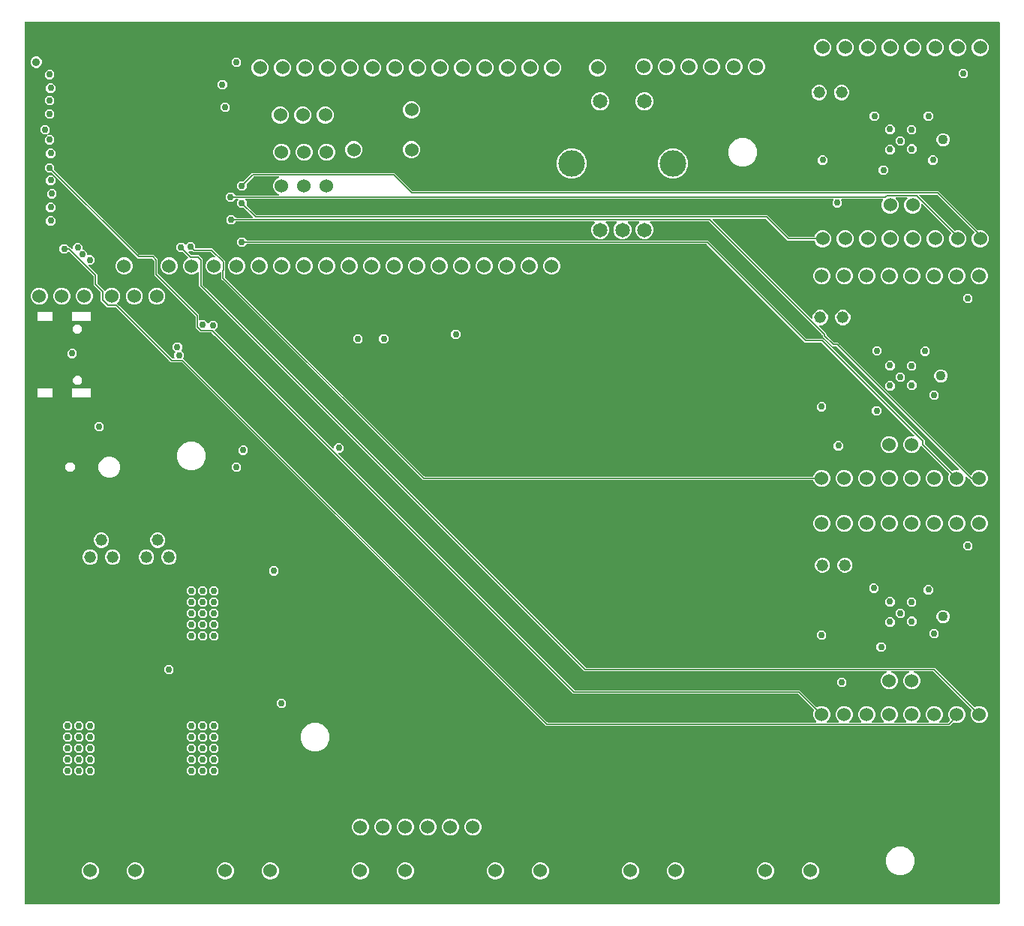
<source format=gbr>
G04 EAGLE Gerber RS-274X export*
G75*
%MOMM*%
%FSLAX34Y34*%
%LPD*%
%INCopper Layer 15*%
%IPPOS*%
%AMOC8*
5,1,8,0,0,1.08239X$1,22.5*%
G01*
%ADD10C,1.524000*%
%ADD11C,0.889000*%
%ADD12C,1.650000*%
%ADD13C,3.000000*%
%ADD14C,1.108000*%
%ADD15C,1.320800*%
%ADD16C,0.756400*%
%ADD17C,0.152400*%

G36*
X1101958Y2004D02*
X1101958Y2004D01*
X1101977Y2002D01*
X1102079Y2024D01*
X1102181Y2040D01*
X1102198Y2050D01*
X1102218Y2054D01*
X1102307Y2107D01*
X1102398Y2156D01*
X1102412Y2170D01*
X1102429Y2180D01*
X1102496Y2259D01*
X1102568Y2334D01*
X1102576Y2352D01*
X1102589Y2367D01*
X1102628Y2463D01*
X1102671Y2557D01*
X1102673Y2577D01*
X1102681Y2595D01*
X1102699Y2762D01*
X1102699Y997238D01*
X1102696Y997258D01*
X1102698Y997277D01*
X1102676Y997379D01*
X1102660Y997481D01*
X1102650Y997498D01*
X1102646Y997518D01*
X1102593Y997607D01*
X1102544Y997698D01*
X1102530Y997712D01*
X1102520Y997729D01*
X1102441Y997796D01*
X1102366Y997868D01*
X1102348Y997876D01*
X1102333Y997889D01*
X1102237Y997928D01*
X1102143Y997971D01*
X1102123Y997973D01*
X1102105Y997981D01*
X1101938Y997999D01*
X2762Y997999D01*
X2742Y997996D01*
X2723Y997998D01*
X2621Y997976D01*
X2519Y997960D01*
X2502Y997950D01*
X2482Y997946D01*
X2393Y997893D01*
X2302Y997844D01*
X2288Y997830D01*
X2271Y997820D01*
X2204Y997741D01*
X2132Y997666D01*
X2124Y997648D01*
X2111Y997633D01*
X2072Y997537D01*
X2029Y997443D01*
X2027Y997423D01*
X2019Y997405D01*
X2001Y997238D01*
X2001Y2762D01*
X2004Y2742D01*
X2002Y2723D01*
X2024Y2621D01*
X2040Y2519D01*
X2050Y2502D01*
X2054Y2482D01*
X2107Y2393D01*
X2156Y2302D01*
X2170Y2288D01*
X2180Y2271D01*
X2259Y2204D01*
X2334Y2132D01*
X2352Y2124D01*
X2367Y2111D01*
X2463Y2072D01*
X2557Y2029D01*
X2577Y2027D01*
X2595Y2019D01*
X2762Y2001D01*
X1101938Y2001D01*
X1101958Y2004D01*
G37*
%LPC*%
G36*
X1052186Y472979D02*
X1052186Y472979D01*
X1048650Y474444D01*
X1045944Y477150D01*
X1044479Y480686D01*
X1044479Y484514D01*
X1045700Y487461D01*
X1045727Y487574D01*
X1045755Y487688D01*
X1045755Y487694D01*
X1045756Y487700D01*
X1045745Y487817D01*
X1045736Y487933D01*
X1045734Y487939D01*
X1045733Y487945D01*
X1045685Y488053D01*
X1045640Y488159D01*
X1045635Y488165D01*
X1045633Y488170D01*
X1045620Y488184D01*
X1045535Y488290D01*
X1014220Y519605D01*
X1014162Y519647D01*
X1014110Y519696D01*
X1014063Y519718D01*
X1014021Y519749D01*
X1013952Y519770D01*
X1013887Y519800D01*
X1013835Y519806D01*
X1013785Y519821D01*
X1013714Y519819D01*
X1013643Y519827D01*
X1013592Y519816D01*
X1013540Y519815D01*
X1013472Y519790D01*
X1013402Y519775D01*
X1013358Y519748D01*
X1013309Y519730D01*
X1013253Y519685D01*
X1013191Y519649D01*
X1013157Y519609D01*
X1013117Y519576D01*
X1013078Y519516D01*
X1013031Y519462D01*
X1013012Y519413D01*
X1012984Y519369D01*
X1012966Y519300D01*
X1012939Y519233D01*
X1012931Y519162D01*
X1012923Y519131D01*
X1012925Y519108D01*
X1012921Y519067D01*
X1012921Y518786D01*
X1011456Y515250D01*
X1008750Y512544D01*
X1005214Y511079D01*
X1001386Y511079D01*
X997850Y512544D01*
X995144Y515250D01*
X993679Y518786D01*
X993679Y522614D01*
X995144Y526150D01*
X997850Y528856D01*
X1001386Y530321D01*
X1005214Y530321D01*
X1005264Y530300D01*
X1005359Y530277D01*
X1005452Y530249D01*
X1005478Y530250D01*
X1005504Y530244D01*
X1005601Y530253D01*
X1005698Y530255D01*
X1005723Y530264D01*
X1005749Y530267D01*
X1005838Y530306D01*
X1005929Y530340D01*
X1005950Y530356D01*
X1005973Y530367D01*
X1006045Y530433D01*
X1006121Y530493D01*
X1006135Y530515D01*
X1006155Y530533D01*
X1006202Y530618D01*
X1006254Y530700D01*
X1006261Y530726D01*
X1006273Y530749D01*
X1006290Y530845D01*
X1006314Y530939D01*
X1006312Y530965D01*
X1006317Y530991D01*
X1006303Y531087D01*
X1006295Y531184D01*
X1006285Y531208D01*
X1006281Y531234D01*
X1006237Y531321D01*
X1006199Y531410D01*
X1006178Y531436D01*
X1006170Y531453D01*
X1006146Y531476D01*
X1006094Y531541D01*
X901831Y635804D01*
X901757Y635857D01*
X901688Y635917D01*
X901657Y635929D01*
X901631Y635948D01*
X901544Y635975D01*
X901459Y636009D01*
X901418Y636013D01*
X901396Y636020D01*
X901364Y636019D01*
X901293Y636027D01*
X882926Y636027D01*
X771909Y747044D01*
X771835Y747097D01*
X771765Y747157D01*
X771735Y747169D01*
X771709Y747188D01*
X771622Y747215D01*
X771537Y747249D01*
X771496Y747253D01*
X771474Y747260D01*
X771442Y747259D01*
X771370Y747267D01*
X253155Y747267D01*
X253065Y747253D01*
X252974Y747245D01*
X252945Y747233D01*
X252913Y747228D01*
X252832Y747185D01*
X252748Y747149D01*
X252716Y747123D01*
X252695Y747112D01*
X252693Y747110D01*
X252673Y747089D01*
X252617Y747044D01*
X249566Y743993D01*
X245170Y743993D01*
X242061Y747102D01*
X242061Y751498D01*
X245170Y754607D01*
X249566Y754607D01*
X252617Y751556D01*
X252691Y751503D01*
X252761Y751443D01*
X252791Y751431D01*
X252817Y751412D01*
X252904Y751385D01*
X252989Y751351D01*
X253030Y751347D01*
X253052Y751340D01*
X253084Y751341D01*
X253155Y751333D01*
X773370Y751333D01*
X884387Y640316D01*
X884461Y640263D01*
X884530Y640203D01*
X884560Y640191D01*
X884586Y640172D01*
X884673Y640145D01*
X884758Y640111D01*
X884799Y640107D01*
X884821Y640100D01*
X884854Y640101D01*
X884925Y640093D01*
X903292Y640093D01*
X1018033Y525352D01*
X1018033Y521857D01*
X1018047Y521767D01*
X1018055Y521676D01*
X1018067Y521647D01*
X1018072Y521615D01*
X1018115Y521534D01*
X1018151Y521450D01*
X1018177Y521418D01*
X1018188Y521397D01*
X1018211Y521375D01*
X1018256Y521319D01*
X1048410Y491165D01*
X1048504Y491098D01*
X1048598Y491027D01*
X1048604Y491025D01*
X1048609Y491022D01*
X1048720Y490987D01*
X1048832Y490951D01*
X1048839Y490951D01*
X1048844Y490949D01*
X1048961Y490952D01*
X1049078Y490953D01*
X1049085Y490955D01*
X1049090Y490956D01*
X1049108Y490962D01*
X1049239Y491000D01*
X1052186Y492221D01*
X1056165Y492221D01*
X1056227Y492231D01*
X1056310Y492233D01*
X1056334Y492242D01*
X1056360Y492244D01*
X1056390Y492258D01*
X1056408Y492260D01*
X1056458Y492287D01*
X1056541Y492317D01*
X1056561Y492333D01*
X1056585Y492344D01*
X1056611Y492368D01*
X1056625Y492376D01*
X1056661Y492413D01*
X1056733Y492471D01*
X1056747Y492493D01*
X1056766Y492510D01*
X1056784Y492543D01*
X1056795Y492554D01*
X1056816Y492599D01*
X1056866Y492678D01*
X1056873Y492703D01*
X1056885Y492725D01*
X1056892Y492763D01*
X1056898Y492777D01*
X1056904Y492826D01*
X1056926Y492917D01*
X1056924Y492942D01*
X1056929Y492967D01*
X1056924Y493005D01*
X1056925Y493021D01*
X1056914Y493072D01*
X1056907Y493162D01*
X1056897Y493185D01*
X1056894Y493211D01*
X1056877Y493243D01*
X1056873Y493262D01*
X1056844Y493310D01*
X1056811Y493388D01*
X1056791Y493413D01*
X1056782Y493430D01*
X1056759Y493453D01*
X1056758Y493454D01*
X1056747Y493473D01*
X1056735Y493483D01*
X1056725Y493496D01*
X1056723Y493498D01*
X1056722Y493499D01*
X1056706Y493519D01*
X918571Y631654D01*
X918497Y631707D01*
X918428Y631767D01*
X918397Y631779D01*
X918371Y631798D01*
X918284Y631825D01*
X918199Y631859D01*
X918158Y631863D01*
X918136Y631870D01*
X918104Y631869D01*
X918033Y631877D01*
X914102Y631877D01*
X903001Y642978D01*
X903001Y644136D01*
X902987Y644226D01*
X902979Y644317D01*
X902967Y644347D01*
X902962Y644379D01*
X902919Y644460D01*
X902883Y644544D01*
X902857Y644576D01*
X902846Y644596D01*
X902823Y644619D01*
X902778Y644675D01*
X775009Y772444D01*
X774935Y772497D01*
X774865Y772557D01*
X774835Y772569D01*
X774809Y772588D01*
X774722Y772615D01*
X774637Y772649D01*
X774596Y772653D01*
X774574Y772660D01*
X774542Y772659D01*
X774470Y772667D01*
X708777Y772667D01*
X708707Y772656D01*
X708635Y772654D01*
X708586Y772636D01*
X708535Y772628D01*
X708471Y772594D01*
X708404Y772569D01*
X708363Y772537D01*
X708317Y772512D01*
X708268Y772460D01*
X708212Y772416D01*
X708184Y772372D01*
X708148Y772334D01*
X708118Y772269D01*
X708079Y772209D01*
X708066Y772158D01*
X708044Y772111D01*
X708036Y772040D01*
X708019Y771970D01*
X708023Y771918D01*
X708017Y771867D01*
X708032Y771796D01*
X708038Y771725D01*
X708058Y771677D01*
X708069Y771626D01*
X708106Y771565D01*
X708134Y771499D01*
X708179Y771443D01*
X708195Y771415D01*
X708213Y771400D01*
X708239Y771368D01*
X710600Y769007D01*
X712161Y765239D01*
X712161Y761161D01*
X710600Y757393D01*
X707717Y754510D01*
X703949Y752949D01*
X699871Y752949D01*
X696103Y754510D01*
X693220Y757393D01*
X691659Y761161D01*
X691659Y765239D01*
X693220Y769007D01*
X695581Y771368D01*
X695623Y771426D01*
X695672Y771478D01*
X695694Y771525D01*
X695725Y771567D01*
X695746Y771636D01*
X695776Y771701D01*
X695782Y771753D01*
X695797Y771803D01*
X695795Y771874D01*
X695803Y771945D01*
X695792Y771996D01*
X695791Y772048D01*
X695766Y772116D01*
X695751Y772186D01*
X695724Y772231D01*
X695706Y772279D01*
X695661Y772335D01*
X695625Y772397D01*
X695585Y772431D01*
X695552Y772471D01*
X695492Y772510D01*
X695438Y772557D01*
X695389Y772576D01*
X695345Y772604D01*
X695276Y772622D01*
X695209Y772649D01*
X695138Y772657D01*
X695107Y772665D01*
X695084Y772663D01*
X695043Y772667D01*
X683777Y772667D01*
X683707Y772656D01*
X683635Y772654D01*
X683586Y772636D01*
X683535Y772628D01*
X683471Y772594D01*
X683404Y772569D01*
X683363Y772537D01*
X683317Y772512D01*
X683268Y772460D01*
X683212Y772416D01*
X683184Y772372D01*
X683148Y772334D01*
X683118Y772269D01*
X683079Y772209D01*
X683066Y772158D01*
X683044Y772111D01*
X683036Y772040D01*
X683019Y771970D01*
X683023Y771918D01*
X683017Y771867D01*
X683032Y771796D01*
X683038Y771725D01*
X683058Y771677D01*
X683069Y771626D01*
X683106Y771565D01*
X683134Y771499D01*
X683179Y771443D01*
X683195Y771415D01*
X683213Y771400D01*
X683239Y771368D01*
X685600Y769007D01*
X687161Y765239D01*
X687161Y761161D01*
X685600Y757393D01*
X682717Y754510D01*
X678949Y752949D01*
X674871Y752949D01*
X671103Y754510D01*
X668220Y757393D01*
X666659Y761161D01*
X666659Y765239D01*
X668220Y769007D01*
X670581Y771368D01*
X670623Y771426D01*
X670672Y771478D01*
X670694Y771525D01*
X670725Y771567D01*
X670746Y771636D01*
X670776Y771701D01*
X670782Y771753D01*
X670797Y771803D01*
X670795Y771874D01*
X670803Y771945D01*
X670792Y771996D01*
X670791Y772048D01*
X670766Y772116D01*
X670751Y772186D01*
X670724Y772231D01*
X670706Y772279D01*
X670661Y772335D01*
X670625Y772397D01*
X670585Y772431D01*
X670552Y772471D01*
X670492Y772510D01*
X670438Y772557D01*
X670389Y772576D01*
X670345Y772604D01*
X670276Y772622D01*
X670209Y772649D01*
X670138Y772657D01*
X670107Y772665D01*
X670084Y772663D01*
X670043Y772667D01*
X658777Y772667D01*
X658707Y772656D01*
X658635Y772654D01*
X658586Y772636D01*
X658535Y772628D01*
X658471Y772594D01*
X658404Y772569D01*
X658363Y772537D01*
X658317Y772512D01*
X658268Y772460D01*
X658212Y772416D01*
X658184Y772372D01*
X658148Y772334D01*
X658118Y772269D01*
X658079Y772209D01*
X658066Y772158D01*
X658044Y772111D01*
X658036Y772040D01*
X658019Y771970D01*
X658023Y771918D01*
X658017Y771867D01*
X658032Y771796D01*
X658038Y771725D01*
X658058Y771677D01*
X658069Y771626D01*
X658106Y771565D01*
X658134Y771499D01*
X658179Y771443D01*
X658195Y771415D01*
X658213Y771400D01*
X658239Y771368D01*
X660600Y769007D01*
X662161Y765239D01*
X662161Y761161D01*
X660600Y757393D01*
X657717Y754510D01*
X653949Y752949D01*
X649871Y752949D01*
X646103Y754510D01*
X643220Y757393D01*
X641659Y761161D01*
X641659Y765239D01*
X643220Y769007D01*
X645581Y771368D01*
X645623Y771426D01*
X645672Y771478D01*
X645694Y771525D01*
X645725Y771567D01*
X645746Y771636D01*
X645776Y771701D01*
X645782Y771753D01*
X645797Y771803D01*
X645795Y771874D01*
X645803Y771945D01*
X645792Y771996D01*
X645791Y772048D01*
X645766Y772116D01*
X645751Y772186D01*
X645724Y772231D01*
X645706Y772279D01*
X645661Y772335D01*
X645625Y772397D01*
X645585Y772431D01*
X645552Y772471D01*
X645492Y772510D01*
X645438Y772557D01*
X645389Y772576D01*
X645345Y772604D01*
X645276Y772622D01*
X645209Y772649D01*
X645138Y772657D01*
X645107Y772665D01*
X645084Y772663D01*
X645043Y772667D01*
X241019Y772667D01*
X240929Y772653D01*
X240838Y772645D01*
X240809Y772633D01*
X240777Y772628D01*
X240696Y772585D01*
X240612Y772549D01*
X240580Y772523D01*
X240559Y772512D01*
X240537Y772489D01*
X240481Y772444D01*
X237430Y769393D01*
X233034Y769393D01*
X229925Y772502D01*
X229925Y776898D01*
X233034Y780007D01*
X237430Y780007D01*
X240481Y776956D01*
X240555Y776903D01*
X240625Y776843D01*
X240655Y776831D01*
X240681Y776812D01*
X240768Y776785D01*
X240853Y776751D01*
X240894Y776747D01*
X240916Y776740D01*
X240948Y776741D01*
X241019Y776733D01*
X259281Y776733D01*
X259351Y776744D01*
X259423Y776746D01*
X259472Y776764D01*
X259523Y776772D01*
X259586Y776806D01*
X259654Y776831D01*
X259695Y776863D01*
X259741Y776888D01*
X259790Y776939D01*
X259846Y776984D01*
X259874Y777028D01*
X259910Y777066D01*
X259940Y777131D01*
X259979Y777191D01*
X259992Y777242D01*
X260014Y777289D01*
X260022Y777360D01*
X260039Y777430D01*
X260035Y777482D01*
X260041Y777533D01*
X260025Y777604D01*
X260020Y777675D01*
X260000Y777723D01*
X259988Y777774D01*
X259952Y777835D01*
X259924Y777901D01*
X259879Y777957D01*
X259862Y777985D01*
X259845Y778000D01*
X259819Y778032D01*
X250023Y787828D01*
X249949Y787881D01*
X249880Y787941D01*
X249849Y787953D01*
X249823Y787972D01*
X249736Y787998D01*
X249651Y788033D01*
X249610Y788037D01*
X249588Y788044D01*
X249556Y788043D01*
X249485Y788051D01*
X245170Y788051D01*
X242061Y791160D01*
X242061Y795556D01*
X243273Y796768D01*
X243315Y796826D01*
X243364Y796878D01*
X243386Y796925D01*
X243417Y796967D01*
X243438Y797036D01*
X243468Y797101D01*
X243474Y797153D01*
X243489Y797203D01*
X243487Y797274D01*
X243495Y797345D01*
X243484Y797396D01*
X243483Y797448D01*
X243458Y797516D01*
X243443Y797586D01*
X243416Y797631D01*
X243398Y797679D01*
X243353Y797735D01*
X243317Y797797D01*
X243277Y797831D01*
X243244Y797871D01*
X243184Y797910D01*
X243130Y797957D01*
X243081Y797976D01*
X243038Y798004D01*
X242968Y798022D01*
X242902Y798049D01*
X242830Y798057D01*
X242799Y798065D01*
X242776Y798063D01*
X242735Y798067D01*
X240455Y798067D01*
X240365Y798053D01*
X240274Y798045D01*
X240245Y798033D01*
X240213Y798028D01*
X240132Y797985D01*
X240048Y797949D01*
X240016Y797923D01*
X239995Y797912D01*
X239973Y797889D01*
X239917Y797844D01*
X236866Y794793D01*
X232470Y794793D01*
X229361Y797902D01*
X229361Y802298D01*
X232470Y805407D01*
X236866Y805407D01*
X239917Y802356D01*
X239991Y802303D01*
X240061Y802243D01*
X240091Y802231D01*
X240117Y802212D01*
X240204Y802185D01*
X240289Y802151D01*
X240330Y802147D01*
X240352Y802140D01*
X240384Y802141D01*
X240455Y802133D01*
X288886Y802133D01*
X288982Y802148D01*
X289079Y802158D01*
X289103Y802168D01*
X289129Y802172D01*
X289215Y802218D01*
X289304Y802258D01*
X289323Y802275D01*
X289346Y802288D01*
X289413Y802358D01*
X289485Y802424D01*
X289497Y802447D01*
X289515Y802466D01*
X289556Y802554D01*
X289603Y802640D01*
X289608Y802665D01*
X289619Y802689D01*
X289630Y802786D01*
X289647Y802882D01*
X289643Y802908D01*
X289646Y802933D01*
X289625Y803029D01*
X289611Y803125D01*
X289599Y803148D01*
X289594Y803174D01*
X289544Y803257D01*
X289500Y803344D01*
X289481Y803363D01*
X289468Y803385D01*
X289394Y803448D01*
X289324Y803516D01*
X289296Y803532D01*
X289281Y803545D01*
X289250Y803557D01*
X289177Y803597D01*
X286650Y804644D01*
X283944Y807350D01*
X282479Y810886D01*
X282479Y814714D01*
X283944Y818250D01*
X286650Y820956D01*
X289177Y822003D01*
X289260Y822054D01*
X289346Y822100D01*
X289364Y822118D01*
X289386Y822132D01*
X289448Y822208D01*
X289515Y822278D01*
X289526Y822302D01*
X289543Y822322D01*
X289578Y822413D01*
X289619Y822501D01*
X289622Y822527D01*
X289631Y822551D01*
X289635Y822649D01*
X289646Y822745D01*
X289641Y822771D01*
X289642Y822797D01*
X289615Y822891D01*
X289594Y822986D01*
X289580Y823008D01*
X289573Y823033D01*
X289518Y823113D01*
X289468Y823197D01*
X289448Y823214D01*
X289433Y823235D01*
X289355Y823294D01*
X289281Y823357D01*
X289256Y823367D01*
X289235Y823382D01*
X289143Y823412D01*
X289053Y823449D01*
X289020Y823452D01*
X289002Y823458D01*
X288969Y823458D01*
X288886Y823467D01*
X261225Y823467D01*
X261135Y823453D01*
X261044Y823445D01*
X261015Y823433D01*
X260983Y823428D01*
X260902Y823385D01*
X260818Y823349D01*
X260786Y823323D01*
X260765Y823312D01*
X260743Y823289D01*
X260687Y823244D01*
X252898Y815455D01*
X252845Y815381D01*
X252785Y815312D01*
X252773Y815281D01*
X252754Y815255D01*
X252727Y815168D01*
X252693Y815083D01*
X252689Y815042D01*
X252682Y815020D01*
X252683Y814988D01*
X252675Y814917D01*
X252675Y810602D01*
X249566Y807493D01*
X245170Y807493D01*
X242061Y810602D01*
X242061Y814998D01*
X245170Y818107D01*
X249485Y818107D01*
X249575Y818121D01*
X249666Y818129D01*
X249695Y818141D01*
X249727Y818146D01*
X249808Y818189D01*
X249892Y818225D01*
X249924Y818251D01*
X249945Y818262D01*
X249967Y818285D01*
X250023Y818330D01*
X259226Y827533D01*
X419942Y827533D01*
X440293Y807182D01*
X440367Y807129D01*
X440436Y807069D01*
X440467Y807057D01*
X440493Y807038D01*
X440580Y807011D01*
X440665Y806977D01*
X440706Y806973D01*
X440728Y806966D01*
X440760Y806967D01*
X440831Y806959D01*
X1033606Y806959D01*
X1035020Y805545D01*
X1077774Y762791D01*
X1077868Y762723D01*
X1077962Y762653D01*
X1077969Y762651D01*
X1077974Y762647D01*
X1078085Y762613D01*
X1078196Y762577D01*
X1078203Y762577D01*
X1078209Y762575D01*
X1078325Y762578D01*
X1078442Y762579D01*
X1078449Y762581D01*
X1078454Y762581D01*
X1078472Y762588D01*
X1078603Y762626D01*
X1078856Y762731D01*
X1082684Y762731D01*
X1086220Y761266D01*
X1088926Y758560D01*
X1090391Y755024D01*
X1090391Y751196D01*
X1088926Y747660D01*
X1086220Y744954D01*
X1082684Y743489D01*
X1078856Y743489D01*
X1075320Y744954D01*
X1072614Y747660D01*
X1071149Y751196D01*
X1071149Y755024D01*
X1072614Y758560D01*
X1073896Y759842D01*
X1073908Y759858D01*
X1073924Y759871D01*
X1073980Y759958D01*
X1074040Y760042D01*
X1074046Y760061D01*
X1074057Y760078D01*
X1074082Y760178D01*
X1074112Y760277D01*
X1074112Y760297D01*
X1074117Y760316D01*
X1074109Y760419D01*
X1074106Y760523D01*
X1074099Y760542D01*
X1074098Y760562D01*
X1074057Y760656D01*
X1074022Y760754D01*
X1074009Y760770D01*
X1074001Y760788D01*
X1073896Y760919D01*
X1032145Y802670D01*
X1032071Y802723D01*
X1032002Y802783D01*
X1031971Y802795D01*
X1031945Y802814D01*
X1031858Y802841D01*
X1031773Y802875D01*
X1031732Y802879D01*
X1031710Y802886D01*
X1031678Y802885D01*
X1031607Y802893D01*
X1012659Y802893D01*
X1012588Y802882D01*
X1012516Y802880D01*
X1012467Y802862D01*
X1012416Y802854D01*
X1012353Y802820D01*
X1012285Y802795D01*
X1012244Y802763D01*
X1012198Y802738D01*
X1012149Y802687D01*
X1012093Y802642D01*
X1012065Y802598D01*
X1012029Y802560D01*
X1011999Y802495D01*
X1011960Y802435D01*
X1011947Y802384D01*
X1011925Y802337D01*
X1011917Y802266D01*
X1011900Y802196D01*
X1011904Y802144D01*
X1011898Y802093D01*
X1011914Y802022D01*
X1011919Y801951D01*
X1011939Y801903D01*
X1011951Y801852D01*
X1011987Y801791D01*
X1012015Y801725D01*
X1012060Y801669D01*
X1012077Y801641D01*
X1012095Y801626D01*
X1012120Y801594D01*
X1051348Y762366D01*
X1051443Y762298D01*
X1051537Y762228D01*
X1051543Y762226D01*
X1051548Y762223D01*
X1051659Y762188D01*
X1051770Y762152D01*
X1051777Y762152D01*
X1051783Y762150D01*
X1051900Y762153D01*
X1052016Y762154D01*
X1052024Y762156D01*
X1052029Y762157D01*
X1052046Y762163D01*
X1052178Y762201D01*
X1053456Y762731D01*
X1057284Y762731D01*
X1060820Y761266D01*
X1063526Y758560D01*
X1064991Y755024D01*
X1064991Y751196D01*
X1063526Y747660D01*
X1060820Y744954D01*
X1057284Y743489D01*
X1053456Y743489D01*
X1049920Y744954D01*
X1047214Y747660D01*
X1045749Y751196D01*
X1045749Y755024D01*
X1047214Y758560D01*
X1047771Y759117D01*
X1047783Y759133D01*
X1047798Y759145D01*
X1047854Y759233D01*
X1047915Y759317D01*
X1047920Y759336D01*
X1047931Y759352D01*
X1047957Y759453D01*
X1047987Y759552D01*
X1047986Y759572D01*
X1047991Y759591D01*
X1047983Y759694D01*
X1047981Y759798D01*
X1047974Y759816D01*
X1047972Y759836D01*
X1047932Y759931D01*
X1047896Y760029D01*
X1047884Y760044D01*
X1047876Y760062D01*
X1047771Y760193D01*
X1015490Y792474D01*
X1015432Y792516D01*
X1015380Y792565D01*
X1015333Y792587D01*
X1015291Y792618D01*
X1015222Y792639D01*
X1015157Y792669D01*
X1015105Y792675D01*
X1015055Y792690D01*
X1014984Y792688D01*
X1014913Y792696D01*
X1014862Y792685D01*
X1014810Y792684D01*
X1014742Y792659D01*
X1014672Y792644D01*
X1014628Y792617D01*
X1014579Y792599D01*
X1014523Y792554D01*
X1014461Y792518D01*
X1014427Y792478D01*
X1014387Y792446D01*
X1014348Y792385D01*
X1014301Y792331D01*
X1014282Y792283D01*
X1014254Y792239D01*
X1014236Y792169D01*
X1014209Y792103D01*
X1014201Y792031D01*
X1014193Y792000D01*
X1014195Y791977D01*
X1014191Y791936D01*
X1014191Y789296D01*
X1012726Y785760D01*
X1010020Y783054D01*
X1006484Y781589D01*
X1002656Y781589D01*
X999120Y783054D01*
X996414Y785760D01*
X994949Y789296D01*
X994949Y793124D01*
X996414Y796660D01*
X998428Y798674D01*
X998470Y798732D01*
X998520Y798784D01*
X998542Y798832D01*
X998572Y798874D01*
X998593Y798942D01*
X998623Y799007D01*
X998629Y799059D01*
X998644Y799109D01*
X998642Y799181D01*
X998650Y799252D01*
X998639Y799303D01*
X998638Y799355D01*
X998613Y799422D01*
X998598Y799492D01*
X998571Y799537D01*
X998553Y799586D01*
X998509Y799642D01*
X998472Y799703D01*
X998432Y799737D01*
X998400Y799778D01*
X998339Y799817D01*
X998285Y799863D01*
X998237Y799883D01*
X998193Y799911D01*
X998123Y799928D01*
X998057Y799955D01*
X997985Y799963D01*
X997954Y799971D01*
X997931Y799969D01*
X997890Y799974D01*
X985850Y799974D01*
X985779Y799962D01*
X985707Y799960D01*
X985659Y799942D01*
X985607Y799934D01*
X985544Y799900D01*
X985476Y799876D01*
X985436Y799843D01*
X985390Y799819D01*
X985340Y799767D01*
X985284Y799722D01*
X985256Y799678D01*
X985220Y799640D01*
X985190Y799575D01*
X985151Y799515D01*
X985139Y799465D01*
X985117Y799417D01*
X985109Y799346D01*
X985091Y799277D01*
X985095Y799225D01*
X985090Y799173D01*
X985105Y799103D01*
X985111Y799031D01*
X985131Y798984D01*
X985142Y798933D01*
X985179Y798871D01*
X985207Y798805D01*
X985252Y798749D01*
X985268Y798721D01*
X985286Y798706D01*
X985312Y798674D01*
X987326Y796660D01*
X988791Y793124D01*
X988791Y789296D01*
X987326Y785760D01*
X984620Y783054D01*
X981084Y781589D01*
X977256Y781589D01*
X973720Y783054D01*
X971014Y785760D01*
X969549Y789296D01*
X969549Y793124D01*
X971014Y796660D01*
X971122Y796768D01*
X971164Y796826D01*
X971213Y796878D01*
X971235Y796925D01*
X971266Y796967D01*
X971287Y797036D01*
X971317Y797101D01*
X971323Y797153D01*
X971338Y797202D01*
X971336Y797274D01*
X971344Y797345D01*
X971333Y797396D01*
X971332Y797448D01*
X971307Y797516D01*
X971292Y797586D01*
X971265Y797631D01*
X971247Y797679D01*
X971202Y797735D01*
X971165Y797797D01*
X971126Y797831D01*
X971093Y797871D01*
X971033Y797910D01*
X970979Y797957D01*
X970930Y797976D01*
X970886Y798004D01*
X970817Y798022D01*
X970750Y798049D01*
X970679Y798057D01*
X970648Y798065D01*
X970625Y798063D01*
X970584Y798067D01*
X924505Y798067D01*
X924435Y798056D01*
X924363Y798054D01*
X924314Y798036D01*
X924263Y798028D01*
X924199Y797994D01*
X924132Y797969D01*
X924091Y797937D01*
X924045Y797912D01*
X923996Y797860D01*
X923940Y797816D01*
X923912Y797772D01*
X923876Y797734D01*
X923846Y797669D01*
X923807Y797609D01*
X923794Y797558D01*
X923772Y797511D01*
X923764Y797440D01*
X923747Y797370D01*
X923751Y797318D01*
X923745Y797267D01*
X923760Y797196D01*
X923766Y797125D01*
X923786Y797077D01*
X923797Y797026D01*
X923834Y796965D01*
X923862Y796899D01*
X923907Y796843D01*
X923924Y796815D01*
X923941Y796800D01*
X923967Y796768D01*
X924787Y795948D01*
X924787Y791552D01*
X921678Y788443D01*
X917282Y788443D01*
X914173Y791552D01*
X914173Y795948D01*
X914993Y796768D01*
X915035Y796826D01*
X915084Y796878D01*
X915106Y796925D01*
X915136Y796967D01*
X915158Y797036D01*
X915188Y797101D01*
X915193Y797153D01*
X915209Y797203D01*
X915207Y797274D01*
X915215Y797345D01*
X915204Y797396D01*
X915202Y797448D01*
X915178Y797516D01*
X915163Y797586D01*
X915136Y797631D01*
X915118Y797679D01*
X915073Y797735D01*
X915036Y797797D01*
X914997Y797831D01*
X914964Y797871D01*
X914904Y797910D01*
X914849Y797957D01*
X914801Y797976D01*
X914757Y798004D01*
X914688Y798022D01*
X914621Y798049D01*
X914550Y798057D01*
X914519Y798065D01*
X914496Y798063D01*
X914455Y798067D01*
X252001Y798067D01*
X251930Y798056D01*
X251859Y798054D01*
X251810Y798036D01*
X251758Y798028D01*
X251695Y797994D01*
X251628Y797969D01*
X251587Y797937D01*
X251541Y797912D01*
X251492Y797860D01*
X251436Y797816D01*
X251408Y797772D01*
X251372Y797734D01*
X251341Y797669D01*
X251303Y797609D01*
X251290Y797558D01*
X251268Y797511D01*
X251260Y797440D01*
X251243Y797370D01*
X251247Y797318D01*
X251241Y797267D01*
X251256Y797196D01*
X251262Y797125D01*
X251282Y797077D01*
X251293Y797026D01*
X251330Y796965D01*
X251358Y796899D01*
X251403Y796843D01*
X251419Y796815D01*
X251437Y796800D01*
X251463Y796768D01*
X252675Y795556D01*
X252675Y791241D01*
X252689Y791151D01*
X252697Y791060D01*
X252709Y791030D01*
X252714Y790998D01*
X252757Y790918D01*
X252793Y790834D01*
X252819Y790802D01*
X252830Y790781D01*
X252853Y790759D01*
X252898Y790703D01*
X263597Y780004D01*
X263671Y779951D01*
X263740Y779891D01*
X263770Y779879D01*
X263797Y779860D01*
X263883Y779833D01*
X263968Y779799D01*
X264009Y779795D01*
X264032Y779788D01*
X264064Y779789D01*
X264135Y779781D01*
X840432Y779781D01*
X841846Y778367D01*
X864847Y755366D01*
X864921Y755313D01*
X864991Y755253D01*
X865021Y755241D01*
X865047Y755222D01*
X865134Y755195D01*
X865219Y755161D01*
X865260Y755157D01*
X865282Y755150D01*
X865314Y755151D01*
X865385Y755143D01*
X892890Y755143D01*
X893005Y755162D01*
X893121Y755179D01*
X893127Y755181D01*
X893133Y755182D01*
X893235Y755237D01*
X893340Y755290D01*
X893345Y755295D01*
X893350Y755298D01*
X893430Y755382D01*
X893512Y755466D01*
X893516Y755472D01*
X893519Y755476D01*
X893527Y755493D01*
X893593Y755613D01*
X894814Y758560D01*
X897520Y761266D01*
X901056Y762731D01*
X904884Y762731D01*
X908420Y761266D01*
X911126Y758560D01*
X912591Y755024D01*
X912591Y751196D01*
X911126Y747660D01*
X908420Y744954D01*
X904884Y743489D01*
X901056Y743489D01*
X897520Y744954D01*
X894814Y747660D01*
X893593Y750607D01*
X893531Y750707D01*
X893472Y750807D01*
X893467Y750811D01*
X893464Y750816D01*
X893373Y750891D01*
X893285Y750967D01*
X893279Y750969D01*
X893274Y750973D01*
X893166Y751015D01*
X893057Y751059D01*
X893049Y751060D01*
X893045Y751061D01*
X893026Y751062D01*
X892890Y751077D01*
X863386Y751077D01*
X861973Y752491D01*
X861972Y752491D01*
X838971Y775492D01*
X838897Y775545D01*
X838828Y775605D01*
X838798Y775617D01*
X838771Y775636D01*
X838684Y775663D01*
X838600Y775697D01*
X838559Y775701D01*
X838536Y775708D01*
X838504Y775707D01*
X838433Y775715D01*
X779325Y775715D01*
X779254Y775704D01*
X779182Y775702D01*
X779133Y775684D01*
X779082Y775676D01*
X779019Y775642D01*
X778951Y775617D01*
X778911Y775585D01*
X778865Y775560D01*
X778815Y775509D01*
X778759Y775464D01*
X778731Y775420D01*
X778695Y775382D01*
X778665Y775317D01*
X778626Y775257D01*
X778614Y775206D01*
X778592Y775159D01*
X778584Y775088D01*
X778566Y775018D01*
X778570Y774966D01*
X778565Y774915D01*
X778580Y774844D01*
X778585Y774773D01*
X778606Y774725D01*
X778617Y774674D01*
X778654Y774613D01*
X778682Y774547D01*
X778727Y774491D01*
X778743Y774463D01*
X778761Y774448D01*
X778787Y774416D01*
X890396Y662807D01*
X890454Y662765D01*
X890506Y662715D01*
X890553Y662693D01*
X890595Y662663D01*
X890664Y662642D01*
X890729Y662612D01*
X890781Y662606D01*
X890831Y662591D01*
X890902Y662593D01*
X890973Y662585D01*
X891024Y662596D01*
X891076Y662597D01*
X891144Y662622D01*
X891214Y662637D01*
X891258Y662664D01*
X891307Y662682D01*
X891363Y662726D01*
X891425Y662763D01*
X891459Y662803D01*
X891499Y662835D01*
X891538Y662896D01*
X891585Y662950D01*
X891604Y662998D01*
X891632Y663042D01*
X891650Y663112D01*
X891677Y663178D01*
X891685Y663250D01*
X891693Y663281D01*
X891691Y663304D01*
X891695Y663345D01*
X891695Y665912D01*
X893005Y669074D01*
X895426Y671495D01*
X898588Y672805D01*
X902012Y672805D01*
X905174Y671495D01*
X907595Y669074D01*
X908905Y665912D01*
X908905Y662488D01*
X907595Y659326D01*
X905174Y656905D01*
X902012Y655595D01*
X899445Y655595D01*
X899374Y655584D01*
X899302Y655582D01*
X899253Y655564D01*
X899202Y655556D01*
X899139Y655522D01*
X899071Y655497D01*
X899031Y655465D01*
X898985Y655440D01*
X898935Y655388D01*
X898879Y655344D01*
X898851Y655300D01*
X898815Y655262D01*
X898785Y655197D01*
X898746Y655137D01*
X898734Y655086D01*
X898712Y655039D01*
X898704Y654968D01*
X898686Y654898D01*
X898690Y654846D01*
X898685Y654795D01*
X898700Y654724D01*
X898705Y654653D01*
X898726Y654605D01*
X898737Y654554D01*
X898774Y654493D01*
X898802Y654427D01*
X898847Y654371D01*
X898863Y654343D01*
X898881Y654328D01*
X898907Y654296D01*
X907067Y646136D01*
X907067Y644978D01*
X907081Y644888D01*
X907089Y644797D01*
X907101Y644767D01*
X907106Y644735D01*
X907149Y644654D01*
X907185Y644570D01*
X907211Y644538D01*
X907222Y644518D01*
X907245Y644495D01*
X907290Y644439D01*
X915563Y636166D01*
X915637Y636113D01*
X915707Y636053D01*
X915737Y636041D01*
X915763Y636022D01*
X915850Y635995D01*
X915935Y635961D01*
X915976Y635957D01*
X915998Y635950D01*
X916030Y635951D01*
X916102Y635943D01*
X920032Y635943D01*
X921446Y634529D01*
X1069537Y486438D01*
X1069574Y486411D01*
X1069605Y486377D01*
X1069674Y486340D01*
X1069737Y486294D01*
X1069780Y486281D01*
X1069821Y486259D01*
X1069897Y486245D01*
X1069972Y486222D01*
X1070018Y486223D01*
X1070063Y486215D01*
X1070140Y486226D01*
X1070218Y486228D01*
X1070261Y486244D01*
X1070306Y486251D01*
X1070375Y486286D01*
X1070449Y486313D01*
X1070485Y486341D01*
X1070525Y486362D01*
X1070580Y486418D01*
X1070641Y486466D01*
X1070666Y486505D01*
X1070698Y486538D01*
X1070764Y486658D01*
X1070774Y486673D01*
X1070775Y486678D01*
X1070779Y486685D01*
X1071344Y488050D01*
X1074050Y490756D01*
X1077586Y492221D01*
X1081414Y492221D01*
X1084950Y490756D01*
X1087656Y488050D01*
X1089121Y484514D01*
X1089121Y480686D01*
X1087656Y477150D01*
X1084950Y474444D01*
X1081414Y472979D01*
X1077586Y472979D01*
X1074050Y474444D01*
X1071344Y477150D01*
X1070123Y480097D01*
X1070062Y480197D01*
X1070002Y480297D01*
X1069997Y480301D01*
X1069994Y480306D01*
X1069904Y480381D01*
X1069815Y480457D01*
X1069809Y480459D01*
X1069804Y480463D01*
X1069736Y480489D01*
X1068244Y481981D01*
X1065019Y485206D01*
X1064954Y485253D01*
X1064910Y485295D01*
X1064891Y485303D01*
X1064864Y485326D01*
X1064840Y485335D01*
X1064819Y485350D01*
X1064737Y485375D01*
X1064687Y485398D01*
X1064669Y485400D01*
X1064634Y485413D01*
X1064609Y485415D01*
X1064584Y485422D01*
X1064493Y485420D01*
X1064443Y485425D01*
X1064427Y485422D01*
X1064389Y485424D01*
X1064364Y485416D01*
X1064338Y485416D01*
X1064251Y485384D01*
X1064202Y485373D01*
X1064189Y485365D01*
X1064153Y485355D01*
X1064131Y485340D01*
X1064107Y485331D01*
X1064034Y485273D01*
X1063991Y485247D01*
X1063981Y485236D01*
X1063951Y485214D01*
X1063935Y485194D01*
X1063915Y485178D01*
X1063866Y485101D01*
X1063831Y485060D01*
X1063825Y485045D01*
X1063804Y485017D01*
X1063796Y484992D01*
X1063782Y484971D01*
X1063761Y484886D01*
X1063739Y484832D01*
X1063737Y484808D01*
X1063728Y484783D01*
X1063729Y484757D01*
X1063722Y484732D01*
X1063725Y484701D01*
X1063721Y484665D01*
X1063721Y480686D01*
X1062256Y477150D01*
X1059550Y474444D01*
X1056014Y472979D01*
X1052186Y472979D01*
G37*
%LPD*%
%LPC*%
G36*
X590604Y202811D02*
X590604Y202811D01*
X180003Y613412D01*
X179929Y613465D01*
X179860Y613525D01*
X179829Y613537D01*
X179803Y613556D01*
X179716Y613583D01*
X179631Y613617D01*
X179590Y613621D01*
X179568Y613628D01*
X179536Y613627D01*
X179465Y613635D01*
X167481Y613635D01*
X166067Y615049D01*
X105454Y675662D01*
X105380Y675715D01*
X105310Y675775D01*
X105280Y675787D01*
X105254Y675806D01*
X105167Y675833D01*
X105082Y675867D01*
X105041Y675871D01*
X105019Y675878D01*
X104987Y675877D01*
X104915Y675885D01*
X95458Y675885D01*
X88185Y683158D01*
X88185Y692615D01*
X88171Y692706D01*
X88163Y692796D01*
X88151Y692826D01*
X88146Y692858D01*
X88103Y692939D01*
X88067Y693023D01*
X88041Y693055D01*
X88030Y693076D01*
X88007Y693098D01*
X87962Y693154D01*
X80161Y700955D01*
X80161Y710707D01*
X80147Y710797D01*
X80139Y710888D01*
X80127Y710918D01*
X80122Y710950D01*
X80079Y711031D01*
X80043Y711114D01*
X80017Y711147D01*
X80006Y711167D01*
X79983Y711189D01*
X79971Y711205D01*
X79964Y711215D01*
X79958Y711221D01*
X79938Y711245D01*
X52538Y738646D01*
X52521Y738658D01*
X52509Y738673D01*
X52422Y738730D01*
X52338Y738790D01*
X52319Y738796D01*
X52302Y738806D01*
X52202Y738832D01*
X52103Y738862D01*
X52083Y738862D01*
X52064Y738866D01*
X51961Y738858D01*
X51857Y738856D01*
X51838Y738849D01*
X51818Y738847D01*
X51723Y738807D01*
X51626Y738771D01*
X51610Y738759D01*
X51592Y738751D01*
X51461Y738646D01*
X49188Y736373D01*
X44792Y736373D01*
X41683Y739482D01*
X41683Y743878D01*
X44792Y746987D01*
X49188Y746987D01*
X52239Y743936D01*
X52313Y743883D01*
X52383Y743823D01*
X52413Y743811D01*
X52439Y743792D01*
X52526Y743765D01*
X52611Y743731D01*
X52652Y743727D01*
X52674Y743720D01*
X52706Y743721D01*
X52777Y743713D01*
X53221Y743713D01*
X54634Y742299D01*
X55624Y741309D01*
X55682Y741268D01*
X55734Y741218D01*
X55781Y741196D01*
X55823Y741166D01*
X55892Y741145D01*
X55957Y741115D01*
X56009Y741109D01*
X56059Y741094D01*
X56130Y741095D01*
X56201Y741088D01*
X56252Y741099D01*
X56304Y741100D01*
X56372Y741125D01*
X56442Y741140D01*
X56487Y741167D01*
X56535Y741184D01*
X56591Y741229D01*
X56653Y741266D01*
X56687Y741306D01*
X56727Y741338D01*
X56766Y741398D01*
X56813Y741453D01*
X56832Y741501D01*
X56860Y741545D01*
X56878Y741615D01*
X56905Y741681D01*
X56913Y741752D01*
X56921Y741784D01*
X56919Y741807D01*
X56923Y741848D01*
X56923Y745148D01*
X60032Y748257D01*
X64428Y748257D01*
X67537Y745148D01*
X67537Y741398D01*
X67540Y741378D01*
X67538Y741359D01*
X67560Y741257D01*
X67576Y741155D01*
X67586Y741138D01*
X67590Y741118D01*
X67643Y741029D01*
X67692Y740938D01*
X67706Y740924D01*
X67716Y740907D01*
X67795Y740840D01*
X67870Y740768D01*
X67888Y740760D01*
X67903Y740747D01*
X67999Y740708D01*
X68093Y740665D01*
X68113Y740663D01*
X68131Y740655D01*
X68298Y740637D01*
X69508Y740637D01*
X72617Y737528D01*
X72617Y735240D01*
X72628Y735169D01*
X72630Y735097D01*
X72648Y735048D01*
X72656Y734997D01*
X72690Y734933D01*
X72715Y734866D01*
X72747Y734825D01*
X72772Y734779D01*
X72824Y734730D01*
X72868Y734674D01*
X72912Y734646D01*
X72950Y734610D01*
X73015Y734580D01*
X73075Y734541D01*
X73126Y734528D01*
X73173Y734506D01*
X73244Y734498D01*
X73314Y734481D01*
X73366Y734485D01*
X73417Y734479D01*
X73488Y734495D01*
X73559Y734500D01*
X73607Y734520D01*
X73658Y734532D01*
X73667Y734537D01*
X78148Y734537D01*
X81257Y731428D01*
X81257Y727032D01*
X78148Y723923D01*
X74848Y723923D01*
X74777Y723912D01*
X74705Y723910D01*
X74656Y723892D01*
X74605Y723884D01*
X74542Y723850D01*
X74474Y723825D01*
X74434Y723793D01*
X74388Y723769D01*
X74338Y723717D01*
X74282Y723672D01*
X74254Y723628D01*
X74218Y723590D01*
X74188Y723525D01*
X74149Y723465D01*
X74137Y723414D01*
X74115Y723367D01*
X74107Y723296D01*
X74089Y723226D01*
X74093Y723174D01*
X74087Y723123D01*
X74103Y723052D01*
X74108Y722981D01*
X74129Y722933D01*
X74140Y722882D01*
X74177Y722821D01*
X74205Y722755D01*
X74249Y722699D01*
X74266Y722671D01*
X74284Y722656D01*
X74309Y722624D01*
X84227Y712707D01*
X84227Y702954D01*
X84241Y702864D01*
X84249Y702773D01*
X84261Y702743D01*
X84266Y702711D01*
X84309Y702631D01*
X84345Y702547D01*
X84371Y702515D01*
X84382Y702494D01*
X84405Y702472D01*
X84450Y702416D01*
X92242Y694624D01*
X92258Y694612D01*
X92270Y694597D01*
X92357Y694541D01*
X92441Y694480D01*
X92460Y694475D01*
X92477Y694464D01*
X92578Y694438D01*
X92676Y694408D01*
X92696Y694409D01*
X92716Y694404D01*
X92819Y694412D01*
X92922Y694414D01*
X92941Y694421D01*
X92961Y694423D01*
X93056Y694463D01*
X93153Y694499D01*
X93169Y694511D01*
X93187Y694519D01*
X93318Y694624D01*
X95150Y696456D01*
X98686Y697921D01*
X102514Y697921D01*
X106050Y696456D01*
X108756Y693750D01*
X110221Y690214D01*
X110221Y686386D01*
X108756Y682850D01*
X106924Y681018D01*
X106912Y681002D01*
X106897Y680990D01*
X106841Y680902D01*
X106780Y680818D01*
X106775Y680799D01*
X106764Y680783D01*
X106738Y680682D01*
X106708Y680583D01*
X106709Y680563D01*
X106704Y680544D01*
X106712Y680441D01*
X106714Y680337D01*
X106721Y680319D01*
X106723Y680299D01*
X106763Y680204D01*
X106799Y680106D01*
X106811Y680091D01*
X106819Y680073D01*
X106924Y679942D01*
X108328Y678537D01*
X168942Y617924D01*
X169016Y617870D01*
X169085Y617811D01*
X169115Y617799D01*
X169142Y617780D01*
X169228Y617753D01*
X169313Y617719D01*
X169354Y617715D01*
X169377Y617708D01*
X169409Y617709D01*
X169480Y617701D01*
X171223Y617701D01*
X171293Y617712D01*
X171365Y617714D01*
X171414Y617732D01*
X171465Y617740D01*
X171529Y617774D01*
X171596Y617799D01*
X171637Y617831D01*
X171683Y617856D01*
X171732Y617908D01*
X171788Y617952D01*
X171816Y617996D01*
X171852Y618034D01*
X171882Y618099D01*
X171921Y618159D01*
X171934Y618210D01*
X171956Y618257D01*
X171964Y618328D01*
X171981Y618398D01*
X171977Y618450D01*
X171983Y618501D01*
X171968Y618572D01*
X171962Y618643D01*
X171942Y618691D01*
X171931Y618742D01*
X171894Y618803D01*
X171866Y618869D01*
X171821Y618925D01*
X171804Y618953D01*
X171787Y618968D01*
X171761Y619000D01*
X171223Y619538D01*
X171223Y623934D01*
X172118Y624829D01*
X172129Y624845D01*
X172145Y624857D01*
X172201Y624945D01*
X172261Y625028D01*
X172267Y625047D01*
X172278Y625064D01*
X172303Y625165D01*
X172334Y625263D01*
X172333Y625283D01*
X172338Y625303D01*
X172330Y625406D01*
X172327Y625509D01*
X172320Y625528D01*
X172319Y625548D01*
X172278Y625643D01*
X172243Y625740D01*
X172230Y625756D01*
X172223Y625774D01*
X172118Y625905D01*
X169397Y628626D01*
X169397Y633022D01*
X172506Y636131D01*
X176902Y636131D01*
X180010Y633022D01*
X180010Y628626D01*
X179116Y627731D01*
X179104Y627715D01*
X179089Y627703D01*
X179033Y627616D01*
X178972Y627532D01*
X178967Y627513D01*
X178956Y627496D01*
X178931Y627395D01*
X178900Y627297D01*
X178901Y627277D01*
X178896Y627257D01*
X178904Y627154D01*
X178906Y627051D01*
X178913Y627032D01*
X178915Y627012D01*
X178955Y626917D01*
X178991Y626820D01*
X179003Y626804D01*
X179011Y626786D01*
X179116Y626655D01*
X181837Y623934D01*
X181837Y619538D01*
X181270Y618971D01*
X181258Y618955D01*
X181243Y618943D01*
X181187Y618855D01*
X181127Y618772D01*
X181121Y618753D01*
X181110Y618736D01*
X181085Y618635D01*
X181054Y618536D01*
X181055Y618516D01*
X181050Y618497D01*
X181058Y618394D01*
X181061Y618291D01*
X181067Y618272D01*
X181069Y618252D01*
X181109Y618157D01*
X181145Y618060D01*
X181158Y618044D01*
X181165Y618026D01*
X181270Y617895D01*
X592065Y207100D01*
X592139Y207047D01*
X592208Y206987D01*
X592239Y206975D01*
X592265Y206956D01*
X592352Y206929D01*
X592437Y206895D01*
X592478Y206891D01*
X592500Y206884D01*
X592532Y206885D01*
X592603Y206877D01*
X895280Y206877D01*
X895350Y206888D01*
X895422Y206890D01*
X895471Y206908D01*
X895522Y206916D01*
X895586Y206950D01*
X895653Y206975D01*
X895694Y207007D01*
X895740Y207032D01*
X895789Y207084D01*
X895845Y207128D01*
X895873Y207172D01*
X895909Y207210D01*
X895939Y207275D01*
X895978Y207335D01*
X895991Y207386D01*
X896013Y207433D01*
X896021Y207504D01*
X896038Y207574D01*
X896034Y207626D01*
X896040Y207677D01*
X896025Y207748D01*
X896019Y207819D01*
X895999Y207867D01*
X895988Y207918D01*
X895951Y207979D01*
X895923Y208045D01*
X895878Y208101D01*
X895861Y208129D01*
X895844Y208144D01*
X895818Y208176D01*
X893544Y210450D01*
X892079Y213986D01*
X892079Y217814D01*
X893300Y220761D01*
X893327Y220874D01*
X893355Y220988D01*
X893355Y220994D01*
X893356Y221000D01*
X893345Y221117D01*
X893336Y221233D01*
X893334Y221239D01*
X893333Y221245D01*
X893285Y221353D01*
X893240Y221459D01*
X893235Y221465D01*
X893233Y221470D01*
X893220Y221484D01*
X893135Y221590D01*
X875681Y239044D01*
X875607Y239097D01*
X875538Y239157D01*
X875507Y239169D01*
X875481Y239188D01*
X875394Y239215D01*
X875309Y239249D01*
X875268Y239253D01*
X875246Y239260D01*
X875214Y239259D01*
X875143Y239267D01*
X621458Y239267D01*
X213594Y647131D01*
X213520Y647184D01*
X213451Y647243D01*
X213421Y647256D01*
X213395Y647274D01*
X213308Y647301D01*
X213223Y647335D01*
X213182Y647340D01*
X213160Y647347D01*
X213127Y647346D01*
X213056Y647354D01*
X200522Y647354D01*
X195036Y652840D01*
X195036Y665374D01*
X195021Y665464D01*
X195014Y665555D01*
X195001Y665585D01*
X194996Y665617D01*
X194953Y665697D01*
X194918Y665781D01*
X194892Y665813D01*
X194881Y665834D01*
X194858Y665856D01*
X194813Y665912D01*
X148469Y712256D01*
X148469Y727993D01*
X148455Y728083D01*
X148447Y728174D01*
X148435Y728204D01*
X148430Y728236D01*
X148387Y728316D01*
X148351Y728400D01*
X148325Y728432D01*
X148314Y728453D01*
X148291Y728475D01*
X148246Y728531D01*
X146251Y730526D01*
X146177Y730579D01*
X146108Y730639D01*
X146078Y730651D01*
X146052Y730670D01*
X145965Y730697D01*
X145880Y730731D01*
X145839Y730735D01*
X145817Y730742D01*
X145784Y730741D01*
X145713Y730749D01*
X129976Y730749D01*
X33135Y827590D01*
X33061Y827643D01*
X32992Y827703D01*
X32961Y827715D01*
X32935Y827734D01*
X32848Y827761D01*
X32763Y827795D01*
X32722Y827799D01*
X32700Y827806D01*
X32668Y827805D01*
X32597Y827813D01*
X28282Y827813D01*
X25173Y830922D01*
X25173Y835318D01*
X28282Y838427D01*
X32678Y838427D01*
X35787Y835318D01*
X35787Y831003D01*
X35791Y830978D01*
X35789Y830963D01*
X35802Y830901D01*
X35809Y830822D01*
X35821Y830793D01*
X35826Y830761D01*
X35838Y830740D01*
X35841Y830722D01*
X35876Y830665D01*
X35905Y830596D01*
X35931Y830564D01*
X35942Y830543D01*
X35957Y830528D01*
X35968Y830511D01*
X35984Y830497D01*
X36010Y830465D01*
X131437Y735038D01*
X131511Y734985D01*
X131580Y734925D01*
X131611Y734913D01*
X131637Y734894D01*
X131724Y734867D01*
X131809Y734833D01*
X131850Y734829D01*
X131872Y734822D01*
X131904Y734823D01*
X131975Y734815D01*
X147712Y734815D01*
X152535Y729992D01*
X152535Y714255D01*
X152549Y714165D01*
X152557Y714074D01*
X152569Y714045D01*
X152574Y714013D01*
X152617Y713932D01*
X152653Y713848D01*
X152679Y713816D01*
X152690Y713795D01*
X152713Y713773D01*
X152758Y713717D01*
X199101Y667373D01*
X199101Y661503D01*
X199113Y661433D01*
X199115Y661361D01*
X199133Y661312D01*
X199141Y661261D01*
X199175Y661197D01*
X199199Y661130D01*
X199232Y661089D01*
X199256Y661043D01*
X199308Y660994D01*
X199353Y660938D01*
X199397Y660910D01*
X199435Y660874D01*
X199500Y660844D01*
X199560Y660805D01*
X199610Y660792D01*
X199658Y660770D01*
X199729Y660762D01*
X199798Y660745D01*
X199850Y660749D01*
X199902Y660743D01*
X199972Y660758D01*
X200044Y660764D01*
X200091Y660784D01*
X200142Y660795D01*
X200204Y660832D01*
X200270Y660860D01*
X200326Y660905D01*
X200354Y660922D01*
X200369Y660939D01*
X200401Y660965D01*
X200938Y661503D01*
X205335Y661503D01*
X208456Y658382D01*
X208457Y658334D01*
X208475Y658285D01*
X208483Y658233D01*
X208517Y658170D01*
X208541Y658103D01*
X208574Y658062D01*
X208598Y658016D01*
X208650Y657967D01*
X208695Y657911D01*
X208739Y657882D01*
X208777Y657847D01*
X208842Y657816D01*
X208902Y657778D01*
X208952Y657765D01*
X209000Y657743D01*
X209071Y657735D01*
X209140Y657717D01*
X209192Y657722D01*
X209244Y657716D01*
X209314Y657731D01*
X209386Y657737D01*
X209433Y657757D01*
X209484Y657768D01*
X209546Y657805D01*
X209612Y657833D01*
X209668Y657878D01*
X209696Y657894D01*
X209711Y657912D01*
X209743Y657938D01*
X212566Y660761D01*
X216963Y660761D01*
X220071Y657653D01*
X220071Y653256D01*
X217183Y650368D01*
X217171Y650352D01*
X217156Y650340D01*
X217105Y650261D01*
X217097Y650253D01*
X217092Y650242D01*
X217040Y650168D01*
X217034Y650150D01*
X217023Y650133D01*
X217001Y650045D01*
X216994Y650029D01*
X216992Y650014D01*
X216967Y649933D01*
X216968Y649913D01*
X216963Y649894D01*
X216969Y649810D01*
X216967Y649785D01*
X216972Y649762D01*
X216974Y649687D01*
X216980Y649669D01*
X216982Y649649D01*
X217011Y649581D01*
X217019Y649545D01*
X217037Y649515D01*
X217058Y649456D01*
X217071Y649441D01*
X217078Y649423D01*
X217132Y649356D01*
X217145Y649334D01*
X217159Y649321D01*
X217183Y649292D01*
X350264Y516211D01*
X350322Y516169D01*
X350374Y516120D01*
X350421Y516098D01*
X350463Y516067D01*
X350532Y516046D01*
X350597Y516016D01*
X350649Y516010D01*
X350699Y515995D01*
X350770Y515997D01*
X350841Y515989D01*
X350892Y516000D01*
X350944Y516001D01*
X351012Y516026D01*
X351082Y516041D01*
X351126Y516068D01*
X351175Y516086D01*
X351231Y516131D01*
X351293Y516167D01*
X351327Y516207D01*
X351367Y516240D01*
X351406Y516300D01*
X351453Y516354D01*
X351472Y516403D01*
X351500Y516447D01*
X351518Y516516D01*
X351545Y516583D01*
X351553Y516654D01*
X351561Y516685D01*
X351559Y516708D01*
X351563Y516749D01*
X351563Y519088D01*
X354672Y522197D01*
X359068Y522197D01*
X362177Y519088D01*
X362177Y514692D01*
X359068Y511583D01*
X356729Y511583D01*
X356659Y511572D01*
X356587Y511570D01*
X356538Y511552D01*
X356487Y511544D01*
X356423Y511510D01*
X356356Y511485D01*
X356315Y511453D01*
X356269Y511428D01*
X356220Y511376D01*
X356164Y511332D01*
X356136Y511288D01*
X356100Y511250D01*
X356070Y511185D01*
X356031Y511125D01*
X356018Y511074D01*
X355996Y511027D01*
X355988Y510956D01*
X355971Y510886D01*
X355975Y510834D01*
X355969Y510783D01*
X355984Y510712D01*
X355990Y510641D01*
X356010Y510593D01*
X356021Y510542D01*
X356058Y510481D01*
X356086Y510415D01*
X356131Y510359D01*
X356147Y510331D01*
X356165Y510316D01*
X356191Y510284D01*
X622919Y243556D01*
X622993Y243503D01*
X623062Y243443D01*
X623093Y243431D01*
X623119Y243412D01*
X623206Y243385D01*
X623291Y243351D01*
X623332Y243347D01*
X623354Y243340D01*
X623386Y243341D01*
X623457Y243333D01*
X877142Y243333D01*
X896010Y224465D01*
X896104Y224398D01*
X896198Y224327D01*
X896204Y224325D01*
X896209Y224322D01*
X896320Y224287D01*
X896432Y224251D01*
X896439Y224251D01*
X896444Y224249D01*
X896561Y224252D01*
X896678Y224253D01*
X896685Y224255D01*
X896690Y224256D01*
X896708Y224262D01*
X896839Y224300D01*
X899786Y225521D01*
X903614Y225521D01*
X907150Y224056D01*
X909856Y221350D01*
X911321Y217814D01*
X911321Y213986D01*
X909856Y210450D01*
X907582Y208176D01*
X907540Y208118D01*
X907491Y208066D01*
X907469Y208019D01*
X907438Y207977D01*
X907417Y207908D01*
X907387Y207843D01*
X907381Y207791D01*
X907366Y207741D01*
X907368Y207670D01*
X907360Y207599D01*
X907371Y207548D01*
X907372Y207496D01*
X907397Y207428D01*
X907412Y207358D01*
X907439Y207313D01*
X907457Y207265D01*
X907502Y207209D01*
X907539Y207147D01*
X907578Y207113D01*
X907611Y207073D01*
X907671Y207034D01*
X907725Y206987D01*
X907774Y206968D01*
X907818Y206940D01*
X907887Y206922D01*
X907954Y206895D01*
X908025Y206887D01*
X908056Y206879D01*
X908079Y206881D01*
X908120Y206877D01*
X920680Y206877D01*
X920750Y206888D01*
X920822Y206890D01*
X920871Y206908D01*
X920922Y206916D01*
X920986Y206950D01*
X921053Y206975D01*
X921094Y207007D01*
X921140Y207032D01*
X921189Y207084D01*
X921245Y207128D01*
X921273Y207172D01*
X921309Y207210D01*
X921339Y207275D01*
X921378Y207335D01*
X921391Y207386D01*
X921413Y207433D01*
X921421Y207504D01*
X921438Y207574D01*
X921434Y207626D01*
X921440Y207677D01*
X921425Y207748D01*
X921419Y207819D01*
X921399Y207867D01*
X921388Y207918D01*
X921351Y207979D01*
X921323Y208045D01*
X921278Y208101D01*
X921261Y208129D01*
X921244Y208144D01*
X921218Y208176D01*
X918944Y210450D01*
X917479Y213986D01*
X917479Y217814D01*
X918944Y221350D01*
X921650Y224056D01*
X925186Y225521D01*
X929014Y225521D01*
X932550Y224056D01*
X935256Y221350D01*
X936721Y217814D01*
X936721Y213986D01*
X935256Y210450D01*
X932982Y208176D01*
X932940Y208118D01*
X932891Y208066D01*
X932869Y208019D01*
X932838Y207977D01*
X932817Y207908D01*
X932787Y207843D01*
X932781Y207791D01*
X932766Y207741D01*
X932768Y207670D01*
X932760Y207599D01*
X932771Y207548D01*
X932772Y207496D01*
X932797Y207428D01*
X932812Y207358D01*
X932839Y207313D01*
X932857Y207265D01*
X932902Y207209D01*
X932939Y207147D01*
X932978Y207113D01*
X933011Y207073D01*
X933071Y207034D01*
X933125Y206987D01*
X933174Y206968D01*
X933218Y206940D01*
X933287Y206922D01*
X933354Y206895D01*
X933425Y206887D01*
X933456Y206879D01*
X933479Y206881D01*
X933520Y206877D01*
X946080Y206877D01*
X946150Y206888D01*
X946222Y206890D01*
X946271Y206908D01*
X946322Y206916D01*
X946386Y206950D01*
X946453Y206975D01*
X946494Y207007D01*
X946540Y207032D01*
X946589Y207084D01*
X946645Y207128D01*
X946673Y207172D01*
X946709Y207210D01*
X946739Y207275D01*
X946778Y207335D01*
X946791Y207386D01*
X946813Y207433D01*
X946821Y207504D01*
X946838Y207574D01*
X946834Y207626D01*
X946840Y207677D01*
X946825Y207748D01*
X946819Y207819D01*
X946799Y207867D01*
X946788Y207918D01*
X946751Y207979D01*
X946723Y208045D01*
X946678Y208101D01*
X946661Y208129D01*
X946644Y208144D01*
X946618Y208176D01*
X944344Y210450D01*
X942879Y213986D01*
X942879Y217814D01*
X944344Y221350D01*
X947050Y224056D01*
X950586Y225521D01*
X954414Y225521D01*
X957950Y224056D01*
X960656Y221350D01*
X962121Y217814D01*
X962121Y213986D01*
X960656Y210450D01*
X958382Y208176D01*
X958340Y208118D01*
X958291Y208066D01*
X958269Y208019D01*
X958238Y207977D01*
X958217Y207908D01*
X958187Y207843D01*
X958181Y207791D01*
X958166Y207741D01*
X958168Y207670D01*
X958160Y207599D01*
X958171Y207548D01*
X958172Y207496D01*
X958197Y207428D01*
X958212Y207358D01*
X958239Y207313D01*
X958257Y207265D01*
X958302Y207209D01*
X958339Y207147D01*
X958378Y207113D01*
X958411Y207073D01*
X958471Y207034D01*
X958525Y206987D01*
X958574Y206968D01*
X958618Y206940D01*
X958687Y206922D01*
X958754Y206895D01*
X958825Y206887D01*
X958856Y206879D01*
X958879Y206881D01*
X958920Y206877D01*
X971480Y206877D01*
X971550Y206888D01*
X971622Y206890D01*
X971671Y206908D01*
X971722Y206916D01*
X971786Y206950D01*
X971853Y206975D01*
X971894Y207007D01*
X971940Y207032D01*
X971989Y207084D01*
X972045Y207128D01*
X972073Y207172D01*
X972109Y207210D01*
X972139Y207275D01*
X972178Y207335D01*
X972191Y207386D01*
X972213Y207433D01*
X972221Y207504D01*
X972238Y207574D01*
X972234Y207626D01*
X972240Y207677D01*
X972225Y207748D01*
X972219Y207819D01*
X972199Y207867D01*
X972188Y207918D01*
X972151Y207979D01*
X972123Y208045D01*
X972078Y208101D01*
X972061Y208129D01*
X972044Y208144D01*
X972018Y208176D01*
X969744Y210450D01*
X968279Y213986D01*
X968279Y217814D01*
X969744Y221350D01*
X972450Y224056D01*
X975986Y225521D01*
X979814Y225521D01*
X983350Y224056D01*
X986056Y221350D01*
X987521Y217814D01*
X987521Y213986D01*
X986056Y210450D01*
X983782Y208176D01*
X983740Y208118D01*
X983691Y208066D01*
X983669Y208019D01*
X983638Y207977D01*
X983617Y207908D01*
X983587Y207843D01*
X983581Y207791D01*
X983566Y207741D01*
X983568Y207670D01*
X983560Y207599D01*
X983571Y207548D01*
X983572Y207496D01*
X983597Y207428D01*
X983612Y207358D01*
X983639Y207313D01*
X983657Y207265D01*
X983702Y207209D01*
X983739Y207147D01*
X983778Y207113D01*
X983811Y207073D01*
X983871Y207034D01*
X983925Y206987D01*
X983974Y206968D01*
X984018Y206940D01*
X984087Y206922D01*
X984154Y206895D01*
X984225Y206887D01*
X984256Y206879D01*
X984279Y206881D01*
X984320Y206877D01*
X996880Y206877D01*
X996950Y206888D01*
X997022Y206890D01*
X997071Y206908D01*
X997122Y206916D01*
X997186Y206950D01*
X997253Y206975D01*
X997294Y207007D01*
X997340Y207032D01*
X997389Y207084D01*
X997445Y207128D01*
X997473Y207172D01*
X997509Y207210D01*
X997539Y207275D01*
X997578Y207335D01*
X997591Y207386D01*
X997613Y207433D01*
X997621Y207504D01*
X997638Y207574D01*
X997634Y207626D01*
X997640Y207677D01*
X997625Y207748D01*
X997619Y207819D01*
X997599Y207867D01*
X997588Y207918D01*
X997551Y207979D01*
X997523Y208045D01*
X997478Y208101D01*
X997461Y208129D01*
X997444Y208144D01*
X997418Y208176D01*
X995144Y210450D01*
X993679Y213986D01*
X993679Y217814D01*
X995144Y221350D01*
X997850Y224056D01*
X1001386Y225521D01*
X1005214Y225521D01*
X1008750Y224056D01*
X1011456Y221350D01*
X1012921Y217814D01*
X1012921Y213986D01*
X1011456Y210450D01*
X1009182Y208176D01*
X1009140Y208118D01*
X1009091Y208066D01*
X1009069Y208019D01*
X1009038Y207977D01*
X1009017Y207908D01*
X1008987Y207843D01*
X1008981Y207791D01*
X1008966Y207741D01*
X1008968Y207670D01*
X1008960Y207599D01*
X1008971Y207548D01*
X1008972Y207496D01*
X1008997Y207428D01*
X1009012Y207358D01*
X1009039Y207313D01*
X1009057Y207265D01*
X1009102Y207209D01*
X1009139Y207147D01*
X1009178Y207113D01*
X1009211Y207073D01*
X1009271Y207034D01*
X1009325Y206987D01*
X1009374Y206968D01*
X1009418Y206940D01*
X1009487Y206922D01*
X1009554Y206895D01*
X1009625Y206887D01*
X1009656Y206879D01*
X1009679Y206881D01*
X1009720Y206877D01*
X1022280Y206877D01*
X1022350Y206888D01*
X1022422Y206890D01*
X1022471Y206908D01*
X1022522Y206916D01*
X1022586Y206950D01*
X1022653Y206975D01*
X1022694Y207007D01*
X1022740Y207032D01*
X1022789Y207084D01*
X1022845Y207128D01*
X1022873Y207172D01*
X1022909Y207210D01*
X1022939Y207275D01*
X1022978Y207335D01*
X1022991Y207386D01*
X1023013Y207433D01*
X1023021Y207504D01*
X1023038Y207574D01*
X1023034Y207626D01*
X1023040Y207677D01*
X1023025Y207748D01*
X1023019Y207819D01*
X1022999Y207867D01*
X1022988Y207918D01*
X1022951Y207979D01*
X1022923Y208045D01*
X1022878Y208101D01*
X1022861Y208129D01*
X1022844Y208144D01*
X1022818Y208176D01*
X1020544Y210450D01*
X1019079Y213986D01*
X1019079Y217814D01*
X1020544Y221350D01*
X1023250Y224056D01*
X1026786Y225521D01*
X1030614Y225521D01*
X1034150Y224056D01*
X1036856Y221350D01*
X1038321Y217814D01*
X1038321Y213986D01*
X1036856Y210450D01*
X1034582Y208176D01*
X1034540Y208118D01*
X1034491Y208066D01*
X1034469Y208019D01*
X1034438Y207977D01*
X1034417Y207908D01*
X1034387Y207843D01*
X1034381Y207791D01*
X1034366Y207741D01*
X1034368Y207670D01*
X1034360Y207599D01*
X1034371Y207548D01*
X1034372Y207496D01*
X1034397Y207428D01*
X1034412Y207358D01*
X1034439Y207313D01*
X1034457Y207265D01*
X1034502Y207209D01*
X1034539Y207147D01*
X1034578Y207113D01*
X1034611Y207073D01*
X1034671Y207034D01*
X1034725Y206987D01*
X1034774Y206968D01*
X1034818Y206940D01*
X1034887Y206922D01*
X1034954Y206895D01*
X1035025Y206887D01*
X1035056Y206879D01*
X1035079Y206881D01*
X1035120Y206877D01*
X1044046Y206877D01*
X1044136Y206891D01*
X1044227Y206899D01*
X1044257Y206911D01*
X1044289Y206916D01*
X1044369Y206959D01*
X1044453Y206995D01*
X1044485Y207021D01*
X1044506Y207032D01*
X1044528Y207055D01*
X1044584Y207100D01*
X1046401Y208917D01*
X1046413Y208933D01*
X1046428Y208945D01*
X1046484Y209032D01*
X1046545Y209116D01*
X1046551Y209135D01*
X1046561Y209152D01*
X1046587Y209252D01*
X1046617Y209351D01*
X1046616Y209371D01*
X1046621Y209391D01*
X1046613Y209494D01*
X1046611Y209597D01*
X1046604Y209616D01*
X1046602Y209636D01*
X1046562Y209731D01*
X1046526Y209828D01*
X1046514Y209844D01*
X1046506Y209862D01*
X1046401Y209993D01*
X1045944Y210450D01*
X1044479Y213986D01*
X1044479Y217814D01*
X1045944Y221350D01*
X1048650Y224056D01*
X1052186Y225521D01*
X1056014Y225521D01*
X1059550Y224056D01*
X1062256Y221350D01*
X1063721Y217814D01*
X1063721Y213986D01*
X1062256Y210450D01*
X1059550Y207744D01*
X1056014Y206279D01*
X1052186Y206279D01*
X1050766Y206868D01*
X1050653Y206894D01*
X1050539Y206923D01*
X1050533Y206922D01*
X1050527Y206924D01*
X1050410Y206913D01*
X1050294Y206904D01*
X1050288Y206901D01*
X1050282Y206901D01*
X1050174Y206853D01*
X1050067Y206807D01*
X1050062Y206803D01*
X1050057Y206801D01*
X1050043Y206788D01*
X1049937Y206703D01*
X1046045Y202811D01*
X590604Y202811D01*
G37*
%LPD*%
%LPC*%
G36*
X1077586Y206279D02*
X1077586Y206279D01*
X1074050Y207744D01*
X1071344Y210450D01*
X1069879Y213986D01*
X1069879Y217814D01*
X1071100Y220761D01*
X1071127Y220874D01*
X1071155Y220988D01*
X1071155Y220994D01*
X1071156Y221000D01*
X1071145Y221117D01*
X1071136Y221233D01*
X1071134Y221239D01*
X1071133Y221245D01*
X1071085Y221353D01*
X1071040Y221459D01*
X1071035Y221465D01*
X1071033Y221470D01*
X1071020Y221484D01*
X1070935Y221590D01*
X1028081Y264444D01*
X1028007Y264497D01*
X1027938Y264557D01*
X1027907Y264569D01*
X1027881Y264588D01*
X1027794Y264615D01*
X1027709Y264649D01*
X1027668Y264653D01*
X1027646Y264660D01*
X1027614Y264659D01*
X1027543Y264667D01*
X1006514Y264667D01*
X1006418Y264652D01*
X1006321Y264642D01*
X1006297Y264632D01*
X1006271Y264628D01*
X1006185Y264582D01*
X1006096Y264542D01*
X1006077Y264525D01*
X1006054Y264512D01*
X1005987Y264442D01*
X1005915Y264376D01*
X1005903Y264353D01*
X1005885Y264334D01*
X1005844Y264246D01*
X1005797Y264160D01*
X1005792Y264135D01*
X1005781Y264111D01*
X1005770Y264014D01*
X1005753Y263918D01*
X1005757Y263892D01*
X1005754Y263867D01*
X1005775Y263771D01*
X1005789Y263675D01*
X1005801Y263652D01*
X1005806Y263626D01*
X1005856Y263543D01*
X1005900Y263456D01*
X1005919Y263437D01*
X1005932Y263415D01*
X1006006Y263352D01*
X1006076Y263284D01*
X1006104Y263268D01*
X1006119Y263255D01*
X1006150Y263243D01*
X1006223Y263203D01*
X1008750Y262156D01*
X1011456Y259450D01*
X1012921Y255914D01*
X1012921Y252086D01*
X1011456Y248550D01*
X1008750Y245844D01*
X1005214Y244379D01*
X1001386Y244379D01*
X997850Y245844D01*
X995144Y248550D01*
X993679Y252086D01*
X993679Y255914D01*
X995144Y259450D01*
X997850Y262156D01*
X1000377Y263203D01*
X1000460Y263254D01*
X1000546Y263300D01*
X1000564Y263318D01*
X1000586Y263332D01*
X1000649Y263408D01*
X1000715Y263478D01*
X1000726Y263502D01*
X1000743Y263522D01*
X1000778Y263613D01*
X1000819Y263701D01*
X1000822Y263727D01*
X1000831Y263751D01*
X1000835Y263849D01*
X1000846Y263945D01*
X1000841Y263971D01*
X1000842Y263997D01*
X1000815Y264091D01*
X1000794Y264186D01*
X1000780Y264208D01*
X1000773Y264233D01*
X1000718Y264313D01*
X1000668Y264397D01*
X1000648Y264414D01*
X1000633Y264435D01*
X1000555Y264494D01*
X1000481Y264557D01*
X1000456Y264567D01*
X1000436Y264582D01*
X1000343Y264612D01*
X1000253Y264649D01*
X1000220Y264652D01*
X1000202Y264658D01*
X1000169Y264658D01*
X1000086Y264667D01*
X981114Y264667D01*
X981018Y264652D01*
X980921Y264642D01*
X980897Y264632D01*
X980871Y264628D01*
X980785Y264582D01*
X980696Y264542D01*
X980677Y264525D01*
X980654Y264512D01*
X980587Y264442D01*
X980515Y264376D01*
X980503Y264353D01*
X980485Y264334D01*
X980444Y264246D01*
X980397Y264160D01*
X980392Y264135D01*
X980381Y264111D01*
X980370Y264014D01*
X980353Y263918D01*
X980357Y263892D01*
X980354Y263867D01*
X980375Y263771D01*
X980389Y263675D01*
X980401Y263652D01*
X980406Y263626D01*
X980456Y263543D01*
X980500Y263456D01*
X980519Y263437D01*
X980532Y263415D01*
X980606Y263352D01*
X980676Y263284D01*
X980704Y263268D01*
X980719Y263255D01*
X980750Y263243D01*
X980823Y263203D01*
X983350Y262156D01*
X986056Y259450D01*
X987521Y255914D01*
X987521Y252086D01*
X986056Y248550D01*
X983350Y245844D01*
X979814Y244379D01*
X975986Y244379D01*
X972450Y245844D01*
X969744Y248550D01*
X968279Y252086D01*
X968279Y255914D01*
X969744Y259450D01*
X972450Y262156D01*
X974977Y263203D01*
X975060Y263254D01*
X975146Y263300D01*
X975164Y263318D01*
X975186Y263332D01*
X975249Y263408D01*
X975315Y263478D01*
X975326Y263502D01*
X975343Y263522D01*
X975378Y263613D01*
X975419Y263701D01*
X975422Y263727D01*
X975431Y263751D01*
X975435Y263849D01*
X975446Y263945D01*
X975441Y263971D01*
X975442Y263997D01*
X975415Y264091D01*
X975394Y264186D01*
X975380Y264208D01*
X975373Y264233D01*
X975318Y264313D01*
X975268Y264397D01*
X975248Y264414D01*
X975233Y264435D01*
X975155Y264494D01*
X975081Y264557D01*
X975056Y264567D01*
X975036Y264582D01*
X974943Y264612D01*
X974853Y264649D01*
X974820Y264652D01*
X974802Y264658D01*
X974769Y264658D01*
X974686Y264667D01*
X634158Y264667D01*
X199099Y699726D01*
X199099Y715286D01*
X199088Y715356D01*
X199086Y715428D01*
X199068Y715477D01*
X199060Y715528D01*
X199026Y715592D01*
X199001Y715659D01*
X198969Y715700D01*
X198944Y715746D01*
X198892Y715795D01*
X198848Y715851D01*
X198804Y715879D01*
X198766Y715915D01*
X198701Y715945D01*
X198641Y715984D01*
X198590Y715997D01*
X198543Y716019D01*
X198472Y716027D01*
X198402Y716044D01*
X198350Y716040D01*
X198299Y716046D01*
X198228Y716031D01*
X198157Y716025D01*
X198109Y716005D01*
X198058Y715994D01*
X197997Y715957D01*
X197931Y715929D01*
X197875Y715884D01*
X197847Y715867D01*
X197832Y715850D01*
X197800Y715824D01*
X196150Y714174D01*
X192614Y712709D01*
X188786Y712709D01*
X185250Y714174D01*
X182544Y716880D01*
X181079Y720416D01*
X181079Y724244D01*
X182544Y727780D01*
X185250Y730486D01*
X186728Y731098D01*
X186768Y731123D01*
X186811Y731138D01*
X186871Y731187D01*
X186937Y731228D01*
X186967Y731263D01*
X187003Y731292D01*
X187045Y731357D01*
X187094Y731417D01*
X187111Y731460D01*
X187136Y731499D01*
X187155Y731574D01*
X187182Y731647D01*
X187184Y731693D01*
X187196Y731737D01*
X187190Y731815D01*
X187193Y731893D01*
X187180Y731937D01*
X187177Y731983D01*
X187146Y732054D01*
X187124Y732129D01*
X187098Y732167D01*
X187080Y732209D01*
X186995Y732316D01*
X186984Y732331D01*
X186980Y732334D01*
X186975Y732340D01*
X181501Y737814D01*
X181427Y737867D01*
X181358Y737927D01*
X181327Y737939D01*
X181301Y737958D01*
X181214Y737985D01*
X181129Y738019D01*
X181088Y738023D01*
X181066Y738030D01*
X181034Y738029D01*
X180963Y738037D01*
X176648Y738037D01*
X173539Y741146D01*
X173539Y745542D01*
X176648Y748651D01*
X181044Y748651D01*
X183217Y746478D01*
X183233Y746467D01*
X183245Y746451D01*
X183333Y746395D01*
X183416Y746335D01*
X183435Y746329D01*
X183452Y746318D01*
X183553Y746293D01*
X183652Y746262D01*
X183671Y746263D01*
X183691Y746258D01*
X183794Y746266D01*
X183897Y746269D01*
X183916Y746275D01*
X183936Y746277D01*
X184031Y746317D01*
X184128Y746353D01*
X184144Y746366D01*
X184162Y746373D01*
X184293Y746478D01*
X187302Y749487D01*
X191698Y749487D01*
X194807Y746378D01*
X194807Y743076D01*
X194810Y743056D01*
X194808Y743037D01*
X194830Y742935D01*
X194846Y742833D01*
X194856Y742816D01*
X194860Y742796D01*
X194913Y742707D01*
X194962Y742616D01*
X194976Y742602D01*
X194986Y742585D01*
X195065Y742518D01*
X195140Y742446D01*
X195158Y742438D01*
X195173Y742425D01*
X195269Y742386D01*
X195363Y742343D01*
X195383Y742341D01*
X195401Y742333D01*
X195568Y742315D01*
X214242Y742315D01*
X228515Y728042D01*
X228515Y717175D01*
X228493Y717145D01*
X228433Y717075D01*
X228421Y717045D01*
X228402Y717019D01*
X228375Y716932D01*
X228341Y716847D01*
X228337Y716806D01*
X228330Y716784D01*
X228331Y716752D01*
X228323Y716680D01*
X228323Y710047D01*
X228337Y709957D01*
X228345Y709866D01*
X228357Y709837D01*
X228362Y709805D01*
X228405Y709724D01*
X228441Y709640D01*
X228467Y709608D01*
X228478Y709587D01*
X228501Y709565D01*
X228546Y709509D01*
X453199Y484856D01*
X453273Y484803D01*
X453342Y484743D01*
X453373Y484731D01*
X453399Y484712D01*
X453486Y484685D01*
X453571Y484651D01*
X453612Y484647D01*
X453634Y484640D01*
X453666Y484641D01*
X453737Y484633D01*
X891620Y484633D01*
X891735Y484652D01*
X891851Y484669D01*
X891857Y484671D01*
X891863Y484672D01*
X891965Y484727D01*
X892070Y484780D01*
X892075Y484785D01*
X892080Y484788D01*
X892160Y484872D01*
X892242Y484956D01*
X892246Y484962D01*
X892249Y484966D01*
X892257Y484983D01*
X892323Y485103D01*
X893544Y488050D01*
X896250Y490756D01*
X899786Y492221D01*
X903614Y492221D01*
X907150Y490756D01*
X909856Y488050D01*
X911321Y484514D01*
X911321Y480686D01*
X909856Y477150D01*
X907150Y474444D01*
X903614Y472979D01*
X899786Y472979D01*
X896250Y474444D01*
X893544Y477150D01*
X892323Y480097D01*
X892261Y480197D01*
X892202Y480297D01*
X892197Y480301D01*
X892194Y480306D01*
X892103Y480381D01*
X892015Y480457D01*
X892009Y480459D01*
X892004Y480463D01*
X891896Y480505D01*
X891787Y480549D01*
X891779Y480550D01*
X891775Y480551D01*
X891756Y480552D01*
X891620Y480567D01*
X451738Y480567D01*
X224257Y708048D01*
X224257Y715044D01*
X224246Y715114D01*
X224244Y715186D01*
X224226Y715235D01*
X224218Y715286D01*
X224184Y715350D01*
X224159Y715417D01*
X224127Y715458D01*
X224102Y715504D01*
X224050Y715553D01*
X224006Y715609D01*
X223962Y715637D01*
X223924Y715673D01*
X223859Y715703D01*
X223799Y715742D01*
X223748Y715755D01*
X223701Y715777D01*
X223630Y715785D01*
X223560Y715802D01*
X223508Y715798D01*
X223457Y715804D01*
X223386Y715789D01*
X223315Y715783D01*
X223267Y715763D01*
X223216Y715752D01*
X223155Y715715D01*
X223089Y715687D01*
X223033Y715642D01*
X223005Y715625D01*
X222990Y715608D01*
X222958Y715582D01*
X221550Y714174D01*
X218014Y712709D01*
X214186Y712709D01*
X210650Y714174D01*
X207944Y716880D01*
X206479Y720416D01*
X206479Y724244D01*
X207944Y727780D01*
X210650Y730486D01*
X214186Y731951D01*
X217019Y731951D01*
X217090Y731962D01*
X217162Y731964D01*
X217211Y731982D01*
X217262Y731990D01*
X217325Y732024D01*
X217393Y732049D01*
X217433Y732081D01*
X217479Y732106D01*
X217529Y732158D01*
X217585Y732202D01*
X217613Y732246D01*
X217649Y732284D01*
X217679Y732349D01*
X217718Y732409D01*
X217730Y732460D01*
X217752Y732507D01*
X217760Y732578D01*
X217778Y732648D01*
X217774Y732700D01*
X217779Y732751D01*
X217764Y732822D01*
X217759Y732893D01*
X217738Y732941D01*
X217727Y732992D01*
X217690Y733053D01*
X217662Y733119D01*
X217617Y733175D01*
X217601Y733203D01*
X217583Y733218D01*
X217557Y733250D01*
X212781Y738026D01*
X212707Y738079D01*
X212638Y738139D01*
X212608Y738151D01*
X212582Y738170D01*
X212494Y738197D01*
X212410Y738231D01*
X212369Y738235D01*
X212347Y738242D01*
X212314Y738241D01*
X212243Y738249D01*
X192556Y738249D01*
X192155Y738650D01*
X192081Y738703D01*
X192012Y738763D01*
X191981Y738775D01*
X191955Y738794D01*
X191868Y738821D01*
X191783Y738855D01*
X191742Y738859D01*
X191720Y738866D01*
X191688Y738865D01*
X191617Y738873D01*
X188029Y738873D01*
X187959Y738862D01*
X187887Y738860D01*
X187838Y738842D01*
X187787Y738834D01*
X187723Y738800D01*
X187656Y738775D01*
X187615Y738743D01*
X187569Y738718D01*
X187520Y738666D01*
X187464Y738622D01*
X187436Y738578D01*
X187400Y738540D01*
X187370Y738475D01*
X187331Y738415D01*
X187318Y738364D01*
X187296Y738317D01*
X187288Y738246D01*
X187271Y738176D01*
X187275Y738124D01*
X187269Y738073D01*
X187284Y738002D01*
X187290Y737931D01*
X187310Y737883D01*
X187321Y737832D01*
X187358Y737771D01*
X187386Y737705D01*
X187431Y737649D01*
X187447Y737621D01*
X187465Y737606D01*
X187491Y737574D01*
X190097Y734968D01*
X190171Y734915D01*
X190240Y734855D01*
X190271Y734843D01*
X190297Y734824D01*
X190384Y734797D01*
X190469Y734763D01*
X190510Y734759D01*
X190532Y734752D01*
X190564Y734753D01*
X190635Y734745D01*
X198602Y734745D01*
X203165Y730182D01*
X203165Y701725D01*
X203179Y701635D01*
X203187Y701544D01*
X203199Y701515D01*
X203204Y701483D01*
X203247Y701402D01*
X203283Y701318D01*
X203309Y701286D01*
X203320Y701265D01*
X203343Y701243D01*
X203388Y701187D01*
X635619Y268956D01*
X635693Y268903D01*
X635762Y268843D01*
X635793Y268831D01*
X635819Y268812D01*
X635906Y268785D01*
X635991Y268751D01*
X636032Y268747D01*
X636054Y268740D01*
X636086Y268741D01*
X636157Y268733D01*
X1029542Y268733D01*
X1030956Y267319D01*
X1073810Y224465D01*
X1073904Y224398D01*
X1073998Y224327D01*
X1074004Y224325D01*
X1074009Y224322D01*
X1074120Y224287D01*
X1074232Y224251D01*
X1074239Y224251D01*
X1074244Y224249D01*
X1074361Y224252D01*
X1074478Y224253D01*
X1074485Y224255D01*
X1074490Y224256D01*
X1074508Y224262D01*
X1074639Y224300D01*
X1077586Y225521D01*
X1081414Y225521D01*
X1084950Y224056D01*
X1087656Y221350D01*
X1089121Y217814D01*
X1089121Y213986D01*
X1087656Y210450D01*
X1084950Y207744D01*
X1081414Y206279D01*
X1077586Y206279D01*
G37*
%LPD*%
%LPC*%
G36*
X730528Y821199D02*
X730528Y821199D01*
X724280Y823787D01*
X719497Y828570D01*
X716909Y834818D01*
X716909Y841582D01*
X719497Y847830D01*
X724280Y852613D01*
X730528Y855201D01*
X737292Y855201D01*
X743540Y852613D01*
X748323Y847830D01*
X750911Y841582D01*
X750911Y834818D01*
X748323Y828570D01*
X743540Y823787D01*
X737292Y821199D01*
X730528Y821199D01*
G37*
%LPD*%
%LPC*%
G36*
X616528Y821199D02*
X616528Y821199D01*
X610280Y823787D01*
X605497Y828570D01*
X602909Y834818D01*
X602909Y841582D01*
X605497Y847830D01*
X610280Y852613D01*
X616528Y855201D01*
X623292Y855201D01*
X629540Y852613D01*
X634323Y847830D01*
X636911Y841582D01*
X636911Y834818D01*
X634323Y828570D01*
X629540Y823787D01*
X623292Y821199D01*
X616528Y821199D01*
G37*
%LPD*%
%LPC*%
G36*
X187317Y491999D02*
X187317Y491999D01*
X181436Y494435D01*
X176935Y498936D01*
X174499Y504817D01*
X174499Y511183D01*
X176935Y517064D01*
X181436Y521565D01*
X187317Y524001D01*
X193683Y524001D01*
X199564Y521565D01*
X204065Y517064D01*
X206501Y511183D01*
X206501Y504817D01*
X204065Y498936D01*
X199564Y494435D01*
X193683Y491999D01*
X187317Y491999D01*
G37*
%LPD*%
%LPC*%
G36*
X809617Y834899D02*
X809617Y834899D01*
X803736Y837335D01*
X799235Y841836D01*
X796799Y847717D01*
X796799Y854083D01*
X799235Y859964D01*
X803736Y864465D01*
X809617Y866901D01*
X815983Y866901D01*
X821864Y864465D01*
X826365Y859964D01*
X828801Y854083D01*
X828801Y847717D01*
X826365Y841836D01*
X821864Y837335D01*
X815983Y834899D01*
X809617Y834899D01*
G37*
%LPD*%
%LPC*%
G36*
X987417Y34799D02*
X987417Y34799D01*
X981536Y37235D01*
X977035Y41736D01*
X974599Y47617D01*
X974599Y53983D01*
X977035Y59864D01*
X981536Y64365D01*
X987417Y66801D01*
X993783Y66801D01*
X999664Y64365D01*
X1004165Y59864D01*
X1006601Y53983D01*
X1006601Y47617D01*
X1004165Y41736D01*
X999664Y37235D01*
X993783Y34799D01*
X987417Y34799D01*
G37*
%LPD*%
%LPC*%
G36*
X327017Y174499D02*
X327017Y174499D01*
X321136Y176935D01*
X316635Y181436D01*
X314199Y187317D01*
X314199Y193683D01*
X316635Y199564D01*
X321136Y204065D01*
X327017Y206501D01*
X333383Y206501D01*
X339264Y204065D01*
X343765Y199564D01*
X346201Y193683D01*
X346201Y187317D01*
X343765Y181436D01*
X339264Y176935D01*
X333383Y174499D01*
X327017Y174499D01*
G37*
%LPD*%
%LPC*%
G36*
X95313Y483299D02*
X95313Y483299D01*
X90902Y485126D01*
X87526Y488502D01*
X85699Y492913D01*
X85699Y497687D01*
X87526Y502098D01*
X90902Y505474D01*
X95313Y507301D01*
X100087Y507301D01*
X104498Y505474D01*
X107874Y502098D01*
X109701Y497687D01*
X109701Y492913D01*
X107874Y488502D01*
X104498Y485126D01*
X100087Y483299D01*
X95313Y483299D01*
G37*
%LPD*%
%LPC*%
G36*
X699871Y897949D02*
X699871Y897949D01*
X696103Y899510D01*
X693220Y902393D01*
X691659Y906161D01*
X691659Y910239D01*
X693220Y914007D01*
X696103Y916890D01*
X699871Y918451D01*
X703949Y918451D01*
X707717Y916890D01*
X710600Y914007D01*
X712161Y910239D01*
X712161Y906161D01*
X710600Y902393D01*
X707717Y899510D01*
X703949Y897949D01*
X699871Y897949D01*
G37*
%LPD*%
%LPC*%
G36*
X649871Y897949D02*
X649871Y897949D01*
X646103Y899510D01*
X643220Y902393D01*
X641659Y906161D01*
X641659Y910239D01*
X643220Y914007D01*
X646103Y916890D01*
X649871Y918451D01*
X653949Y918451D01*
X657717Y916890D01*
X660600Y914007D01*
X662161Y910239D01*
X662161Y906161D01*
X660600Y902393D01*
X657717Y899510D01*
X653949Y897949D01*
X649871Y897949D01*
G37*
%LPD*%
%LPC*%
G36*
X1028056Y959389D02*
X1028056Y959389D01*
X1024520Y960854D01*
X1021814Y963560D01*
X1020349Y967096D01*
X1020349Y970924D01*
X1021814Y974460D01*
X1024520Y977166D01*
X1028056Y978631D01*
X1031884Y978631D01*
X1035420Y977166D01*
X1038126Y974460D01*
X1039591Y970924D01*
X1039591Y967096D01*
X1038126Y963560D01*
X1035420Y960854D01*
X1031884Y959389D01*
X1028056Y959389D01*
G37*
%LPD*%
%LPC*%
G36*
X951856Y959389D02*
X951856Y959389D01*
X948320Y960854D01*
X945614Y963560D01*
X944149Y967096D01*
X944149Y970924D01*
X945614Y974460D01*
X948320Y977166D01*
X951856Y978631D01*
X955684Y978631D01*
X959220Y977166D01*
X961926Y974460D01*
X963391Y970924D01*
X963391Y967096D01*
X961926Y963560D01*
X959220Y960854D01*
X955684Y959389D01*
X951856Y959389D01*
G37*
%LPD*%
%LPC*%
G36*
X1078856Y959389D02*
X1078856Y959389D01*
X1075320Y960854D01*
X1072614Y963560D01*
X1071149Y967096D01*
X1071149Y970924D01*
X1072614Y974460D01*
X1075320Y977166D01*
X1078856Y978631D01*
X1082684Y978631D01*
X1086220Y977166D01*
X1088926Y974460D01*
X1090391Y970924D01*
X1090391Y967096D01*
X1088926Y963560D01*
X1086220Y960854D01*
X1082684Y959389D01*
X1078856Y959389D01*
G37*
%LPD*%
%LPC*%
G36*
X1053456Y959389D02*
X1053456Y959389D01*
X1049920Y960854D01*
X1047214Y963560D01*
X1045749Y967096D01*
X1045749Y970924D01*
X1047214Y974460D01*
X1049920Y977166D01*
X1053456Y978631D01*
X1057284Y978631D01*
X1060820Y977166D01*
X1063526Y974460D01*
X1064991Y970924D01*
X1064991Y967096D01*
X1063526Y963560D01*
X1060820Y960854D01*
X1057284Y959389D01*
X1053456Y959389D01*
G37*
%LPD*%
%LPC*%
G36*
X1002656Y959389D02*
X1002656Y959389D01*
X999120Y960854D01*
X996414Y963560D01*
X994949Y967096D01*
X994949Y970924D01*
X996414Y974460D01*
X999120Y977166D01*
X1002656Y978631D01*
X1006484Y978631D01*
X1010020Y977166D01*
X1012726Y974460D01*
X1014191Y970924D01*
X1014191Y967096D01*
X1012726Y963560D01*
X1010020Y960854D01*
X1006484Y959389D01*
X1002656Y959389D01*
G37*
%LPD*%
%LPC*%
G36*
X977256Y959389D02*
X977256Y959389D01*
X973720Y960854D01*
X971014Y963560D01*
X969549Y967096D01*
X969549Y970924D01*
X971014Y974460D01*
X973720Y977166D01*
X977256Y978631D01*
X981084Y978631D01*
X984620Y977166D01*
X987326Y974460D01*
X988791Y970924D01*
X988791Y967096D01*
X987326Y963560D01*
X984620Y960854D01*
X981084Y959389D01*
X977256Y959389D01*
G37*
%LPD*%
%LPC*%
G36*
X926456Y959389D02*
X926456Y959389D01*
X922920Y960854D01*
X920214Y963560D01*
X918749Y967096D01*
X918749Y970924D01*
X920214Y974460D01*
X922920Y977166D01*
X926456Y978631D01*
X930284Y978631D01*
X933820Y977166D01*
X936526Y974460D01*
X937991Y970924D01*
X937991Y967096D01*
X936526Y963560D01*
X933820Y960854D01*
X930284Y959389D01*
X926456Y959389D01*
G37*
%LPD*%
%LPC*%
G36*
X901056Y959389D02*
X901056Y959389D01*
X897520Y960854D01*
X894814Y963560D01*
X893349Y967096D01*
X893349Y970924D01*
X894814Y974460D01*
X897520Y977166D01*
X901056Y978631D01*
X904884Y978631D01*
X908420Y977166D01*
X911126Y974460D01*
X912591Y970924D01*
X912591Y967096D01*
X911126Y963560D01*
X908420Y960854D01*
X904884Y959389D01*
X901056Y959389D01*
G37*
%LPD*%
%LPC*%
G36*
X379086Y29749D02*
X379086Y29749D01*
X375550Y31214D01*
X372844Y33920D01*
X371379Y37456D01*
X371379Y41284D01*
X372844Y44820D01*
X375550Y47526D01*
X379086Y48991D01*
X382914Y48991D01*
X386450Y47526D01*
X389156Y44820D01*
X390621Y41284D01*
X390621Y37456D01*
X389156Y33920D01*
X386450Y31214D01*
X382914Y29749D01*
X379086Y29749D01*
G37*
%LPD*%
%LPC*%
G36*
X277486Y29749D02*
X277486Y29749D01*
X273950Y31214D01*
X271244Y33920D01*
X269779Y37456D01*
X269779Y41284D01*
X271244Y44820D01*
X273950Y47526D01*
X277486Y48991D01*
X281314Y48991D01*
X284850Y47526D01*
X287556Y44820D01*
X289021Y41284D01*
X289021Y37456D01*
X287556Y33920D01*
X284850Y31214D01*
X281314Y29749D01*
X277486Y29749D01*
G37*
%LPD*%
%LPC*%
G36*
X749926Y937799D02*
X749926Y937799D01*
X746390Y939264D01*
X743684Y941970D01*
X742219Y945506D01*
X742219Y949334D01*
X743684Y952870D01*
X746390Y955576D01*
X749926Y957041D01*
X753754Y957041D01*
X757290Y955576D01*
X759996Y952870D01*
X761461Y949334D01*
X761461Y945506D01*
X759996Y941970D01*
X757290Y939264D01*
X753754Y937799D01*
X749926Y937799D01*
G37*
%LPD*%
%LPC*%
G36*
X724526Y937799D02*
X724526Y937799D01*
X720990Y939264D01*
X718284Y941970D01*
X716819Y945506D01*
X716819Y949334D01*
X718284Y952870D01*
X720990Y955576D01*
X724526Y957041D01*
X728354Y957041D01*
X731890Y955576D01*
X734596Y952870D01*
X736061Y949334D01*
X736061Y945506D01*
X734596Y941970D01*
X731890Y939264D01*
X728354Y937799D01*
X724526Y937799D01*
G37*
%LPD*%
%LPC*%
G36*
X826126Y937799D02*
X826126Y937799D01*
X822590Y939264D01*
X819884Y941970D01*
X818419Y945506D01*
X818419Y949334D01*
X819884Y952870D01*
X822590Y955576D01*
X826126Y957041D01*
X829954Y957041D01*
X833490Y955576D01*
X836196Y952870D01*
X837661Y949334D01*
X837661Y945506D01*
X836196Y941970D01*
X833490Y939264D01*
X829954Y937799D01*
X826126Y937799D01*
G37*
%LPD*%
%LPC*%
G36*
X800726Y937799D02*
X800726Y937799D01*
X797190Y939264D01*
X794484Y941970D01*
X793019Y945506D01*
X793019Y949334D01*
X794484Y952870D01*
X797190Y955576D01*
X800726Y957041D01*
X804554Y957041D01*
X808090Y955576D01*
X810796Y952870D01*
X812261Y949334D01*
X812261Y945506D01*
X810796Y941970D01*
X808090Y939264D01*
X804554Y937799D01*
X800726Y937799D01*
G37*
%LPD*%
%LPC*%
G36*
X775326Y937799D02*
X775326Y937799D01*
X771790Y939264D01*
X769084Y941970D01*
X767619Y945506D01*
X767619Y949334D01*
X769084Y952870D01*
X771790Y955576D01*
X775326Y957041D01*
X779154Y957041D01*
X782690Y955576D01*
X785396Y952870D01*
X786861Y949334D01*
X786861Y945506D01*
X785396Y941970D01*
X782690Y939264D01*
X779154Y937799D01*
X775326Y937799D01*
G37*
%LPD*%
%LPC*%
G36*
X699126Y937799D02*
X699126Y937799D01*
X695590Y939264D01*
X692884Y941970D01*
X691419Y945506D01*
X691419Y949334D01*
X692884Y952870D01*
X695590Y955576D01*
X699126Y957041D01*
X702954Y957041D01*
X706490Y955576D01*
X709196Y952870D01*
X710661Y949334D01*
X710661Y945506D01*
X709196Y941970D01*
X706490Y939264D01*
X702954Y937799D01*
X699126Y937799D01*
G37*
%LPD*%
%LPC*%
G36*
X545456Y936529D02*
X545456Y936529D01*
X541920Y937994D01*
X539214Y940700D01*
X537749Y944236D01*
X537749Y948064D01*
X539214Y951600D01*
X541920Y954306D01*
X545456Y955771D01*
X549284Y955771D01*
X552820Y954306D01*
X555526Y951600D01*
X556991Y948064D01*
X556991Y944236D01*
X555526Y940700D01*
X552820Y937994D01*
X549284Y936529D01*
X545456Y936529D01*
G37*
%LPD*%
%LPC*%
G36*
X520056Y936529D02*
X520056Y936529D01*
X516520Y937994D01*
X513814Y940700D01*
X512349Y944236D01*
X512349Y948064D01*
X513814Y951600D01*
X516520Y954306D01*
X520056Y955771D01*
X523884Y955771D01*
X527420Y954306D01*
X530126Y951600D01*
X531591Y948064D01*
X531591Y944236D01*
X530126Y940700D01*
X527420Y937994D01*
X523884Y936529D01*
X520056Y936529D01*
G37*
%LPD*%
%LPC*%
G36*
X647056Y936529D02*
X647056Y936529D01*
X643520Y937994D01*
X640814Y940700D01*
X639349Y944236D01*
X639349Y948064D01*
X640814Y951600D01*
X643520Y954306D01*
X647056Y955771D01*
X650884Y955771D01*
X654420Y954306D01*
X657126Y951600D01*
X658591Y948064D01*
X658591Y944236D01*
X657126Y940700D01*
X654420Y937994D01*
X650884Y936529D01*
X647056Y936529D01*
G37*
%LPD*%
%LPC*%
G36*
X596256Y936529D02*
X596256Y936529D01*
X592720Y937994D01*
X590014Y940700D01*
X588549Y944236D01*
X588549Y948064D01*
X590014Y951600D01*
X592720Y954306D01*
X596256Y955771D01*
X600084Y955771D01*
X603620Y954306D01*
X606326Y951600D01*
X607791Y948064D01*
X607791Y944236D01*
X606326Y940700D01*
X603620Y937994D01*
X600084Y936529D01*
X596256Y936529D01*
G37*
%LPD*%
%LPC*%
G36*
X570856Y936529D02*
X570856Y936529D01*
X567320Y937994D01*
X564614Y940700D01*
X563149Y944236D01*
X563149Y948064D01*
X564614Y951600D01*
X567320Y954306D01*
X570856Y955771D01*
X574684Y955771D01*
X578220Y954306D01*
X580926Y951600D01*
X582391Y948064D01*
X582391Y944236D01*
X580926Y940700D01*
X578220Y937994D01*
X574684Y936529D01*
X570856Y936529D01*
G37*
%LPD*%
%LPC*%
G36*
X291456Y936529D02*
X291456Y936529D01*
X287920Y937994D01*
X285214Y940700D01*
X283749Y944236D01*
X283749Y948064D01*
X285214Y951600D01*
X287920Y954306D01*
X291456Y955771D01*
X295284Y955771D01*
X298820Y954306D01*
X301526Y951600D01*
X302991Y948064D01*
X302991Y944236D01*
X301526Y940700D01*
X298820Y937994D01*
X295284Y936529D01*
X291456Y936529D01*
G37*
%LPD*%
%LPC*%
G36*
X266056Y936529D02*
X266056Y936529D01*
X262520Y937994D01*
X259814Y940700D01*
X258349Y944236D01*
X258349Y948064D01*
X259814Y951600D01*
X262520Y954306D01*
X266056Y955771D01*
X269884Y955771D01*
X273420Y954306D01*
X276126Y951600D01*
X277591Y948064D01*
X277591Y944236D01*
X276126Y940700D01*
X273420Y937994D01*
X269884Y936529D01*
X266056Y936529D01*
G37*
%LPD*%
%LPC*%
G36*
X494656Y936529D02*
X494656Y936529D01*
X491120Y937994D01*
X488414Y940700D01*
X486949Y944236D01*
X486949Y948064D01*
X488414Y951600D01*
X491120Y954306D01*
X494656Y955771D01*
X498484Y955771D01*
X502020Y954306D01*
X504726Y951600D01*
X506191Y948064D01*
X506191Y944236D01*
X504726Y940700D01*
X502020Y937994D01*
X498484Y936529D01*
X494656Y936529D01*
G37*
%LPD*%
%LPC*%
G36*
X469256Y936529D02*
X469256Y936529D01*
X465720Y937994D01*
X463014Y940700D01*
X461549Y944236D01*
X461549Y948064D01*
X463014Y951600D01*
X465720Y954306D01*
X469256Y955771D01*
X473084Y955771D01*
X476620Y954306D01*
X479326Y951600D01*
X480791Y948064D01*
X480791Y944236D01*
X479326Y940700D01*
X476620Y937994D01*
X473084Y936529D01*
X469256Y936529D01*
G37*
%LPD*%
%LPC*%
G36*
X443856Y936529D02*
X443856Y936529D01*
X440320Y937994D01*
X437614Y940700D01*
X436149Y944236D01*
X436149Y948064D01*
X437614Y951600D01*
X440320Y954306D01*
X443856Y955771D01*
X447684Y955771D01*
X451220Y954306D01*
X453926Y951600D01*
X455391Y948064D01*
X455391Y944236D01*
X453926Y940700D01*
X451220Y937994D01*
X447684Y936529D01*
X443856Y936529D01*
G37*
%LPD*%
%LPC*%
G36*
X418456Y936529D02*
X418456Y936529D01*
X414920Y937994D01*
X412214Y940700D01*
X410749Y944236D01*
X410749Y948064D01*
X412214Y951600D01*
X414920Y954306D01*
X418456Y955771D01*
X422284Y955771D01*
X425820Y954306D01*
X428526Y951600D01*
X429991Y948064D01*
X429991Y944236D01*
X428526Y940700D01*
X425820Y937994D01*
X422284Y936529D01*
X418456Y936529D01*
G37*
%LPD*%
%LPC*%
G36*
X393056Y936529D02*
X393056Y936529D01*
X389520Y937994D01*
X386814Y940700D01*
X385349Y944236D01*
X385349Y948064D01*
X386814Y951600D01*
X389520Y954306D01*
X393056Y955771D01*
X396884Y955771D01*
X400420Y954306D01*
X403126Y951600D01*
X404591Y948064D01*
X404591Y944236D01*
X403126Y940700D01*
X400420Y937994D01*
X396884Y936529D01*
X393056Y936529D01*
G37*
%LPD*%
%LPC*%
G36*
X367656Y936529D02*
X367656Y936529D01*
X364120Y937994D01*
X361414Y940700D01*
X359949Y944236D01*
X359949Y948064D01*
X361414Y951600D01*
X364120Y954306D01*
X367656Y955771D01*
X371484Y955771D01*
X375020Y954306D01*
X377726Y951600D01*
X379191Y948064D01*
X379191Y944236D01*
X377726Y940700D01*
X375020Y937994D01*
X371484Y936529D01*
X367656Y936529D01*
G37*
%LPD*%
%LPC*%
G36*
X342256Y936529D02*
X342256Y936529D01*
X338720Y937994D01*
X336014Y940700D01*
X334549Y944236D01*
X334549Y948064D01*
X336014Y951600D01*
X338720Y954306D01*
X342256Y955771D01*
X346084Y955771D01*
X349620Y954306D01*
X352326Y951600D01*
X353791Y948064D01*
X353791Y944236D01*
X352326Y940700D01*
X349620Y937994D01*
X346084Y936529D01*
X342256Y936529D01*
G37*
%LPD*%
%LPC*%
G36*
X316856Y936529D02*
X316856Y936529D01*
X313320Y937994D01*
X310614Y940700D01*
X309149Y944236D01*
X309149Y948064D01*
X310614Y951600D01*
X313320Y954306D01*
X316856Y955771D01*
X320684Y955771D01*
X324220Y954306D01*
X326926Y951600D01*
X328391Y948064D01*
X328391Y944236D01*
X326926Y940700D01*
X324220Y937994D01*
X320684Y936529D01*
X316856Y936529D01*
G37*
%LPD*%
%LPC*%
G36*
X226686Y29749D02*
X226686Y29749D01*
X223150Y31214D01*
X220444Y33920D01*
X218979Y37456D01*
X218979Y41284D01*
X220444Y44820D01*
X223150Y47526D01*
X226686Y48991D01*
X230514Y48991D01*
X234050Y47526D01*
X236756Y44820D01*
X238221Y41284D01*
X238221Y37456D01*
X236756Y33920D01*
X234050Y31214D01*
X230514Y29749D01*
X226686Y29749D01*
G37*
%LPD*%
%LPC*%
G36*
X1077586Y422179D02*
X1077586Y422179D01*
X1074050Y423644D01*
X1071344Y426350D01*
X1069879Y429886D01*
X1069879Y433714D01*
X1071344Y437250D01*
X1074050Y439956D01*
X1077586Y441421D01*
X1081414Y441421D01*
X1084950Y439956D01*
X1087656Y437250D01*
X1089121Y433714D01*
X1089121Y429886D01*
X1087656Y426350D01*
X1084950Y423644D01*
X1081414Y422179D01*
X1077586Y422179D01*
G37*
%LPD*%
%LPC*%
G36*
X975986Y511079D02*
X975986Y511079D01*
X972450Y512544D01*
X969744Y515250D01*
X968279Y518786D01*
X968279Y522614D01*
X969744Y526150D01*
X972450Y528856D01*
X975986Y530321D01*
X979814Y530321D01*
X983350Y528856D01*
X986056Y526150D01*
X987521Y522614D01*
X987521Y518786D01*
X986056Y515250D01*
X983350Y512544D01*
X979814Y511079D01*
X975986Y511079D01*
G37*
%LPD*%
%LPC*%
G36*
X1001386Y472979D02*
X1001386Y472979D01*
X997850Y474444D01*
X995144Y477150D01*
X993679Y480686D01*
X993679Y484514D01*
X995144Y488050D01*
X997850Y490756D01*
X1001386Y492221D01*
X1005214Y492221D01*
X1008750Y490756D01*
X1011456Y488050D01*
X1012921Y484514D01*
X1012921Y480686D01*
X1011456Y477150D01*
X1008750Y474444D01*
X1005214Y472979D01*
X1001386Y472979D01*
G37*
%LPD*%
%LPC*%
G36*
X975986Y472979D02*
X975986Y472979D01*
X972450Y474444D01*
X969744Y477150D01*
X968279Y480686D01*
X968279Y484514D01*
X969744Y488050D01*
X972450Y490756D01*
X975986Y492221D01*
X979814Y492221D01*
X983350Y490756D01*
X986056Y488050D01*
X987521Y484514D01*
X987521Y480686D01*
X986056Y477150D01*
X983350Y474444D01*
X979814Y472979D01*
X975986Y472979D01*
G37*
%LPD*%
%LPC*%
G36*
X950586Y472979D02*
X950586Y472979D01*
X947050Y474444D01*
X944344Y477150D01*
X942879Y480686D01*
X942879Y484514D01*
X944344Y488050D01*
X947050Y490756D01*
X950586Y492221D01*
X954414Y492221D01*
X957950Y490756D01*
X960656Y488050D01*
X962121Y484514D01*
X962121Y480686D01*
X960656Y477150D01*
X957950Y474444D01*
X954414Y472979D01*
X950586Y472979D01*
G37*
%LPD*%
%LPC*%
G36*
X925186Y472979D02*
X925186Y472979D01*
X921650Y474444D01*
X918944Y477150D01*
X917479Y480686D01*
X917479Y484514D01*
X918944Y488050D01*
X921650Y490756D01*
X925186Y492221D01*
X929014Y492221D01*
X932550Y490756D01*
X935256Y488050D01*
X936721Y484514D01*
X936721Y480686D01*
X935256Y477150D01*
X932550Y474444D01*
X929014Y472979D01*
X925186Y472979D01*
G37*
%LPD*%
%LPC*%
G36*
X436998Y889285D02*
X436998Y889285D01*
X433462Y890750D01*
X430756Y893456D01*
X429291Y896992D01*
X429291Y900820D01*
X430756Y904356D01*
X433462Y907062D01*
X436998Y908527D01*
X440826Y908527D01*
X444362Y907062D01*
X447068Y904356D01*
X448533Y900820D01*
X448533Y896992D01*
X447068Y893456D01*
X444362Y890750D01*
X440826Y889285D01*
X436998Y889285D01*
G37*
%LPD*%
%LPC*%
G36*
X1026786Y472979D02*
X1026786Y472979D01*
X1023250Y474444D01*
X1020544Y477150D01*
X1019079Y480686D01*
X1019079Y484514D01*
X1020544Y488050D01*
X1023250Y490756D01*
X1026786Y492221D01*
X1030614Y492221D01*
X1034150Y490756D01*
X1036856Y488050D01*
X1038321Y484514D01*
X1038321Y480686D01*
X1036856Y477150D01*
X1034150Y474444D01*
X1030614Y472979D01*
X1026786Y472979D01*
G37*
%LPD*%
%LPC*%
G36*
X339716Y883189D02*
X339716Y883189D01*
X336180Y884654D01*
X333474Y887360D01*
X332009Y890896D01*
X332009Y894724D01*
X333474Y898260D01*
X336180Y900966D01*
X339716Y902431D01*
X343544Y902431D01*
X347080Y900966D01*
X349786Y898260D01*
X351251Y894724D01*
X351251Y890896D01*
X349786Y887360D01*
X347080Y884654D01*
X343544Y883189D01*
X339716Y883189D01*
G37*
%LPD*%
%LPC*%
G36*
X314316Y883189D02*
X314316Y883189D01*
X310780Y884654D01*
X308074Y887360D01*
X306609Y890896D01*
X306609Y894724D01*
X308074Y898260D01*
X310780Y900966D01*
X314316Y902431D01*
X318144Y902431D01*
X321680Y900966D01*
X324386Y898260D01*
X325851Y894724D01*
X325851Y890896D01*
X324386Y887360D01*
X321680Y884654D01*
X318144Y883189D01*
X314316Y883189D01*
G37*
%LPD*%
%LPC*%
G36*
X288916Y883189D02*
X288916Y883189D01*
X285380Y884654D01*
X282674Y887360D01*
X281209Y890896D01*
X281209Y894724D01*
X282674Y898260D01*
X285380Y900966D01*
X288916Y902431D01*
X292744Y902431D01*
X296280Y900966D01*
X298986Y898260D01*
X300451Y894724D01*
X300451Y890896D01*
X298986Y887360D01*
X296280Y884654D01*
X292744Y883189D01*
X288916Y883189D01*
G37*
%LPD*%
%LPC*%
G36*
X925186Y422179D02*
X925186Y422179D01*
X921650Y423644D01*
X918944Y426350D01*
X917479Y429886D01*
X917479Y433714D01*
X918944Y437250D01*
X921650Y439956D01*
X925186Y441421D01*
X929014Y441421D01*
X932550Y439956D01*
X935256Y437250D01*
X936721Y433714D01*
X936721Y429886D01*
X935256Y426350D01*
X932550Y423644D01*
X929014Y422179D01*
X925186Y422179D01*
G37*
%LPD*%
%LPC*%
G36*
X975986Y422179D02*
X975986Y422179D01*
X972450Y423644D01*
X969744Y426350D01*
X968279Y429886D01*
X968279Y433714D01*
X969744Y437250D01*
X972450Y439956D01*
X975986Y441421D01*
X979814Y441421D01*
X983350Y439956D01*
X986056Y437250D01*
X987521Y433714D01*
X987521Y429886D01*
X986056Y426350D01*
X983350Y423644D01*
X979814Y422179D01*
X975986Y422179D01*
G37*
%LPD*%
%LPC*%
G36*
X1001386Y422179D02*
X1001386Y422179D01*
X997850Y423644D01*
X995144Y426350D01*
X993679Y429886D01*
X993679Y433714D01*
X995144Y437250D01*
X997850Y439956D01*
X1001386Y441421D01*
X1005214Y441421D01*
X1008750Y439956D01*
X1011456Y437250D01*
X1012921Y433714D01*
X1012921Y429886D01*
X1011456Y426350D01*
X1008750Y423644D01*
X1005214Y422179D01*
X1001386Y422179D01*
G37*
%LPD*%
%LPC*%
G36*
X950586Y422179D02*
X950586Y422179D01*
X947050Y423644D01*
X944344Y426350D01*
X942879Y429886D01*
X942879Y433714D01*
X944344Y437250D01*
X947050Y439956D01*
X950586Y441421D01*
X954414Y441421D01*
X957950Y439956D01*
X960656Y437250D01*
X962121Y433714D01*
X962121Y429886D01*
X960656Y426350D01*
X957950Y423644D01*
X954414Y422179D01*
X950586Y422179D01*
G37*
%LPD*%
%LPC*%
G36*
X899786Y422179D02*
X899786Y422179D01*
X896250Y423644D01*
X893544Y426350D01*
X892079Y429886D01*
X892079Y433714D01*
X893544Y437250D01*
X896250Y439956D01*
X899786Y441421D01*
X903614Y441421D01*
X907150Y439956D01*
X909856Y437250D01*
X911321Y433714D01*
X911321Y429886D01*
X909856Y426350D01*
X907150Y423644D01*
X903614Y422179D01*
X899786Y422179D01*
G37*
%LPD*%
%LPC*%
G36*
X1052186Y422179D02*
X1052186Y422179D01*
X1048650Y423644D01*
X1045944Y426350D01*
X1044479Y429886D01*
X1044479Y433714D01*
X1045944Y437250D01*
X1048650Y439956D01*
X1052186Y441421D01*
X1056014Y441421D01*
X1059550Y439956D01*
X1062256Y437250D01*
X1063721Y433714D01*
X1063721Y429886D01*
X1062256Y426350D01*
X1059550Y423644D01*
X1056014Y422179D01*
X1052186Y422179D01*
G37*
%LPD*%
%LPC*%
G36*
X1026786Y422179D02*
X1026786Y422179D01*
X1023250Y423644D01*
X1020544Y426350D01*
X1019079Y429886D01*
X1019079Y433714D01*
X1020544Y437250D01*
X1023250Y439956D01*
X1026786Y441421D01*
X1030614Y441421D01*
X1034150Y439956D01*
X1036856Y437250D01*
X1038321Y433714D01*
X1038321Y429886D01*
X1036856Y426350D01*
X1034150Y423644D01*
X1030614Y422179D01*
X1026786Y422179D01*
G37*
%LPD*%
%LPC*%
G36*
X125086Y29749D02*
X125086Y29749D01*
X121550Y31214D01*
X118844Y33920D01*
X117379Y37456D01*
X117379Y41284D01*
X118844Y44820D01*
X121550Y47526D01*
X125086Y48991D01*
X128914Y48991D01*
X132450Y47526D01*
X135156Y44820D01*
X136621Y41284D01*
X136621Y37456D01*
X135156Y33920D01*
X132450Y31214D01*
X128914Y29749D01*
X125086Y29749D01*
G37*
%LPD*%
%LPC*%
G36*
X371974Y844073D02*
X371974Y844073D01*
X368438Y845538D01*
X365732Y848244D01*
X364267Y851780D01*
X364267Y855608D01*
X365732Y859144D01*
X368438Y861850D01*
X371974Y863315D01*
X375802Y863315D01*
X379338Y861850D01*
X382044Y859144D01*
X383509Y855608D01*
X383509Y851780D01*
X382044Y848244D01*
X379338Y845538D01*
X375802Y844073D01*
X371974Y844073D01*
G37*
%LPD*%
%LPC*%
G36*
X436998Y844073D02*
X436998Y844073D01*
X433462Y845538D01*
X430756Y848244D01*
X429291Y851780D01*
X429291Y855608D01*
X430756Y859144D01*
X433462Y861850D01*
X436998Y863315D01*
X440826Y863315D01*
X444362Y861850D01*
X447068Y859144D01*
X448533Y855608D01*
X448533Y851780D01*
X447068Y848244D01*
X444362Y845538D01*
X440826Y844073D01*
X436998Y844073D01*
G37*
%LPD*%
%LPC*%
G36*
X340986Y841279D02*
X340986Y841279D01*
X337450Y842744D01*
X334744Y845450D01*
X333279Y848986D01*
X333279Y852814D01*
X334744Y856350D01*
X337450Y859056D01*
X340986Y860521D01*
X344814Y860521D01*
X348350Y859056D01*
X351056Y856350D01*
X352521Y852814D01*
X352521Y848986D01*
X351056Y845450D01*
X348350Y842744D01*
X344814Y841279D01*
X340986Y841279D01*
G37*
%LPD*%
%LPC*%
G36*
X315586Y841279D02*
X315586Y841279D01*
X312050Y842744D01*
X309344Y845450D01*
X307879Y848986D01*
X307879Y852814D01*
X309344Y856350D01*
X312050Y859056D01*
X315586Y860521D01*
X319414Y860521D01*
X322950Y859056D01*
X325656Y856350D01*
X327121Y852814D01*
X327121Y848986D01*
X325656Y845450D01*
X322950Y842744D01*
X319414Y841279D01*
X315586Y841279D01*
G37*
%LPD*%
%LPC*%
G36*
X290186Y841279D02*
X290186Y841279D01*
X286650Y842744D01*
X283944Y845450D01*
X282479Y848986D01*
X282479Y852814D01*
X283944Y856350D01*
X286650Y859056D01*
X290186Y860521D01*
X294014Y860521D01*
X297550Y859056D01*
X300256Y856350D01*
X301721Y852814D01*
X301721Y848986D01*
X300256Y845450D01*
X297550Y842744D01*
X294014Y841279D01*
X290186Y841279D01*
G37*
%LPD*%
%LPC*%
G36*
X506086Y79279D02*
X506086Y79279D01*
X502550Y80744D01*
X499844Y83450D01*
X498379Y86986D01*
X498379Y90814D01*
X499844Y94350D01*
X502550Y97056D01*
X506086Y98521D01*
X509914Y98521D01*
X513450Y97056D01*
X516156Y94350D01*
X517621Y90814D01*
X517621Y86986D01*
X516156Y83450D01*
X513450Y80744D01*
X509914Y79279D01*
X506086Y79279D01*
G37*
%LPD*%
%LPC*%
G36*
X480686Y79279D02*
X480686Y79279D01*
X477150Y80744D01*
X474444Y83450D01*
X472979Y86986D01*
X472979Y90814D01*
X474444Y94350D01*
X477150Y97056D01*
X480686Y98521D01*
X484514Y98521D01*
X488050Y97056D01*
X490756Y94350D01*
X492221Y90814D01*
X492221Y86986D01*
X490756Y83450D01*
X488050Y80744D01*
X484514Y79279D01*
X480686Y79279D01*
G37*
%LPD*%
%LPC*%
G36*
X455286Y79279D02*
X455286Y79279D01*
X451750Y80744D01*
X449044Y83450D01*
X447579Y86986D01*
X447579Y90814D01*
X449044Y94350D01*
X451750Y97056D01*
X455286Y98521D01*
X459114Y98521D01*
X462650Y97056D01*
X465356Y94350D01*
X466821Y90814D01*
X466821Y86986D01*
X465356Y83450D01*
X462650Y80744D01*
X459114Y79279D01*
X455286Y79279D01*
G37*
%LPD*%
%LPC*%
G36*
X429886Y79279D02*
X429886Y79279D01*
X426350Y80744D01*
X423644Y83450D01*
X422179Y86986D01*
X422179Y90814D01*
X423644Y94350D01*
X426350Y97056D01*
X429886Y98521D01*
X433714Y98521D01*
X437250Y97056D01*
X439956Y94350D01*
X441421Y90814D01*
X441421Y86986D01*
X439956Y83450D01*
X437250Y80744D01*
X433714Y79279D01*
X429886Y79279D01*
G37*
%LPD*%
%LPC*%
G36*
X404486Y79279D02*
X404486Y79279D01*
X400950Y80744D01*
X398244Y83450D01*
X396779Y86986D01*
X396779Y90814D01*
X398244Y94350D01*
X400950Y97056D01*
X404486Y98521D01*
X408314Y98521D01*
X411850Y97056D01*
X414556Y94350D01*
X416021Y90814D01*
X416021Y86986D01*
X414556Y83450D01*
X411850Y80744D01*
X408314Y79279D01*
X404486Y79279D01*
G37*
%LPD*%
%LPC*%
G36*
X379086Y79279D02*
X379086Y79279D01*
X375550Y80744D01*
X372844Y83450D01*
X371379Y86986D01*
X371379Y90814D01*
X372844Y94350D01*
X375550Y97056D01*
X379086Y98521D01*
X382914Y98521D01*
X386450Y97056D01*
X389156Y94350D01*
X390621Y90814D01*
X390621Y86986D01*
X389156Y83450D01*
X386450Y80744D01*
X382914Y79279D01*
X379086Y79279D01*
G37*
%LPD*%
%LPC*%
G36*
X74286Y29749D02*
X74286Y29749D01*
X70750Y31214D01*
X68044Y33920D01*
X66579Y37456D01*
X66579Y41284D01*
X68044Y44820D01*
X70750Y47526D01*
X74286Y48991D01*
X78114Y48991D01*
X81650Y47526D01*
X84356Y44820D01*
X85821Y41284D01*
X85821Y37456D01*
X84356Y33920D01*
X81650Y31214D01*
X78114Y29749D01*
X74286Y29749D01*
G37*
%LPD*%
%LPC*%
G36*
X887086Y29749D02*
X887086Y29749D01*
X883550Y31214D01*
X880844Y33920D01*
X879379Y37456D01*
X879379Y41284D01*
X880844Y44820D01*
X883550Y47526D01*
X887086Y48991D01*
X890914Y48991D01*
X894450Y47526D01*
X897156Y44820D01*
X898621Y41284D01*
X898621Y37456D01*
X897156Y33920D01*
X894450Y31214D01*
X890914Y29749D01*
X887086Y29749D01*
G37*
%LPD*%
%LPC*%
G36*
X836286Y29749D02*
X836286Y29749D01*
X832750Y31214D01*
X830044Y33920D01*
X828579Y37456D01*
X828579Y41284D01*
X830044Y44820D01*
X832750Y47526D01*
X836286Y48991D01*
X840114Y48991D01*
X843650Y47526D01*
X846356Y44820D01*
X847821Y41284D01*
X847821Y37456D01*
X846356Y33920D01*
X843650Y31214D01*
X840114Y29749D01*
X836286Y29749D01*
G37*
%LPD*%
%LPC*%
G36*
X734686Y29749D02*
X734686Y29749D01*
X731150Y31214D01*
X728444Y33920D01*
X726979Y37456D01*
X726979Y41284D01*
X728444Y44820D01*
X731150Y47526D01*
X734686Y48991D01*
X738514Y48991D01*
X742050Y47526D01*
X744756Y44820D01*
X746221Y41284D01*
X746221Y37456D01*
X744756Y33920D01*
X742050Y31214D01*
X738514Y29749D01*
X734686Y29749D01*
G37*
%LPD*%
%LPC*%
G36*
X926456Y743489D02*
X926456Y743489D01*
X922920Y744954D01*
X920214Y747660D01*
X918749Y751196D01*
X918749Y755024D01*
X920214Y758560D01*
X922920Y761266D01*
X926456Y762731D01*
X930284Y762731D01*
X933820Y761266D01*
X936526Y758560D01*
X937991Y755024D01*
X937991Y751196D01*
X936526Y747660D01*
X933820Y744954D01*
X930284Y743489D01*
X926456Y743489D01*
G37*
%LPD*%
%LPC*%
G36*
X1028056Y743489D02*
X1028056Y743489D01*
X1024520Y744954D01*
X1021814Y747660D01*
X1020349Y751196D01*
X1020349Y755024D01*
X1021814Y758560D01*
X1024520Y761266D01*
X1028056Y762731D01*
X1031884Y762731D01*
X1035420Y761266D01*
X1038126Y758560D01*
X1039591Y755024D01*
X1039591Y751196D01*
X1038126Y747660D01*
X1035420Y744954D01*
X1031884Y743489D01*
X1028056Y743489D01*
G37*
%LPD*%
%LPC*%
G36*
X1002656Y743489D02*
X1002656Y743489D01*
X999120Y744954D01*
X996414Y747660D01*
X994949Y751196D01*
X994949Y755024D01*
X996414Y758560D01*
X999120Y761266D01*
X1002656Y762731D01*
X1006484Y762731D01*
X1010020Y761266D01*
X1012726Y758560D01*
X1014191Y755024D01*
X1014191Y751196D01*
X1012726Y747660D01*
X1010020Y744954D01*
X1006484Y743489D01*
X1002656Y743489D01*
G37*
%LPD*%
%LPC*%
G36*
X977256Y743489D02*
X977256Y743489D01*
X973720Y744954D01*
X971014Y747660D01*
X969549Y751196D01*
X969549Y755024D01*
X971014Y758560D01*
X973720Y761266D01*
X977256Y762731D01*
X981084Y762731D01*
X984620Y761266D01*
X987326Y758560D01*
X988791Y755024D01*
X988791Y751196D01*
X987326Y747660D01*
X984620Y744954D01*
X981084Y743489D01*
X977256Y743489D01*
G37*
%LPD*%
%LPC*%
G36*
X951856Y743489D02*
X951856Y743489D01*
X948320Y744954D01*
X945614Y747660D01*
X944149Y751196D01*
X944149Y755024D01*
X945614Y758560D01*
X948320Y761266D01*
X951856Y762731D01*
X955684Y762731D01*
X959220Y761266D01*
X961926Y758560D01*
X963391Y755024D01*
X963391Y751196D01*
X961926Y747660D01*
X959220Y744954D01*
X955684Y743489D01*
X951856Y743489D01*
G37*
%LPD*%
%LPC*%
G36*
X112586Y712709D02*
X112586Y712709D01*
X109050Y714174D01*
X106344Y716880D01*
X104879Y720416D01*
X104879Y724244D01*
X106344Y727780D01*
X109050Y730486D01*
X112586Y731951D01*
X116414Y731951D01*
X119950Y730486D01*
X122656Y727780D01*
X124121Y724244D01*
X124121Y720416D01*
X122656Y716880D01*
X119950Y714174D01*
X116414Y712709D01*
X112586Y712709D01*
G37*
%LPD*%
%LPC*%
G36*
X341186Y712709D02*
X341186Y712709D01*
X337650Y714174D01*
X334944Y716880D01*
X333479Y720416D01*
X333479Y724244D01*
X334944Y727780D01*
X337650Y730486D01*
X341186Y731951D01*
X345014Y731951D01*
X348550Y730486D01*
X351256Y727780D01*
X352721Y724244D01*
X352721Y720416D01*
X351256Y716880D01*
X348550Y714174D01*
X345014Y712709D01*
X341186Y712709D01*
G37*
%LPD*%
%LPC*%
G36*
X468186Y712709D02*
X468186Y712709D01*
X464650Y714174D01*
X461944Y716880D01*
X460479Y720416D01*
X460479Y724244D01*
X461944Y727780D01*
X464650Y730486D01*
X468186Y731951D01*
X472014Y731951D01*
X475550Y730486D01*
X478256Y727780D01*
X479721Y724244D01*
X479721Y720416D01*
X478256Y716880D01*
X475550Y714174D01*
X472014Y712709D01*
X468186Y712709D01*
G37*
%LPD*%
%LPC*%
G36*
X442786Y712709D02*
X442786Y712709D01*
X439250Y714174D01*
X436544Y716880D01*
X435079Y720416D01*
X435079Y724244D01*
X436544Y727780D01*
X439250Y730486D01*
X442786Y731951D01*
X446614Y731951D01*
X450150Y730486D01*
X452856Y727780D01*
X454321Y724244D01*
X454321Y720416D01*
X452856Y716880D01*
X450150Y714174D01*
X446614Y712709D01*
X442786Y712709D01*
G37*
%LPD*%
%LPC*%
G36*
X417386Y712709D02*
X417386Y712709D01*
X413850Y714174D01*
X411144Y716880D01*
X409679Y720416D01*
X409679Y724244D01*
X411144Y727780D01*
X413850Y730486D01*
X417386Y731951D01*
X421214Y731951D01*
X424750Y730486D01*
X427456Y727780D01*
X428921Y724244D01*
X428921Y720416D01*
X427456Y716880D01*
X424750Y714174D01*
X421214Y712709D01*
X417386Y712709D01*
G37*
%LPD*%
%LPC*%
G36*
X391986Y712709D02*
X391986Y712709D01*
X388450Y714174D01*
X385744Y716880D01*
X384279Y720416D01*
X384279Y724244D01*
X385744Y727780D01*
X388450Y730486D01*
X391986Y731951D01*
X395814Y731951D01*
X399350Y730486D01*
X402056Y727780D01*
X403521Y724244D01*
X403521Y720416D01*
X402056Y716880D01*
X399350Y714174D01*
X395814Y712709D01*
X391986Y712709D01*
G37*
%LPD*%
%LPC*%
G36*
X366586Y712709D02*
X366586Y712709D01*
X363050Y714174D01*
X360344Y716880D01*
X358879Y720416D01*
X358879Y724244D01*
X360344Y727780D01*
X363050Y730486D01*
X366586Y731951D01*
X370414Y731951D01*
X373950Y730486D01*
X376656Y727780D01*
X378121Y724244D01*
X378121Y720416D01*
X376656Y716880D01*
X373950Y714174D01*
X370414Y712709D01*
X366586Y712709D01*
G37*
%LPD*%
%LPC*%
G36*
X315786Y712709D02*
X315786Y712709D01*
X312250Y714174D01*
X309544Y716880D01*
X308079Y720416D01*
X308079Y724244D01*
X309544Y727780D01*
X312250Y730486D01*
X315786Y731951D01*
X319614Y731951D01*
X323150Y730486D01*
X325856Y727780D01*
X327321Y724244D01*
X327321Y720416D01*
X325856Y716880D01*
X323150Y714174D01*
X319614Y712709D01*
X315786Y712709D01*
G37*
%LPD*%
%LPC*%
G36*
X290386Y712709D02*
X290386Y712709D01*
X286850Y714174D01*
X284144Y716880D01*
X282679Y720416D01*
X282679Y724244D01*
X284144Y727780D01*
X286850Y730486D01*
X290386Y731951D01*
X294214Y731951D01*
X297750Y730486D01*
X300456Y727780D01*
X301921Y724244D01*
X301921Y720416D01*
X300456Y716880D01*
X297750Y714174D01*
X294214Y712709D01*
X290386Y712709D01*
G37*
%LPD*%
%LPC*%
G36*
X264986Y712709D02*
X264986Y712709D01*
X261450Y714174D01*
X258744Y716880D01*
X257279Y720416D01*
X257279Y724244D01*
X258744Y727780D01*
X261450Y730486D01*
X264986Y731951D01*
X268814Y731951D01*
X272350Y730486D01*
X275056Y727780D01*
X276521Y724244D01*
X276521Y720416D01*
X275056Y716880D01*
X272350Y714174D01*
X268814Y712709D01*
X264986Y712709D01*
G37*
%LPD*%
%LPC*%
G36*
X239586Y712709D02*
X239586Y712709D01*
X236050Y714174D01*
X233344Y716880D01*
X231879Y720416D01*
X231879Y724244D01*
X233344Y727780D01*
X236050Y730486D01*
X239586Y731951D01*
X243414Y731951D01*
X246950Y730486D01*
X249656Y727780D01*
X251121Y724244D01*
X251121Y720416D01*
X249656Y716880D01*
X246950Y714174D01*
X243414Y712709D01*
X239586Y712709D01*
G37*
%LPD*%
%LPC*%
G36*
X544386Y712709D02*
X544386Y712709D01*
X540850Y714174D01*
X538144Y716880D01*
X536679Y720416D01*
X536679Y724244D01*
X538144Y727780D01*
X540850Y730486D01*
X544386Y731951D01*
X548214Y731951D01*
X551750Y730486D01*
X554456Y727780D01*
X555921Y724244D01*
X555921Y720416D01*
X554456Y716880D01*
X551750Y714174D01*
X548214Y712709D01*
X544386Y712709D01*
G37*
%LPD*%
%LPC*%
G36*
X569786Y712709D02*
X569786Y712709D01*
X566250Y714174D01*
X563544Y716880D01*
X562079Y720416D01*
X562079Y724244D01*
X563544Y727780D01*
X566250Y730486D01*
X569786Y731951D01*
X573614Y731951D01*
X577150Y730486D01*
X579856Y727780D01*
X581321Y724244D01*
X581321Y720416D01*
X579856Y716880D01*
X577150Y714174D01*
X573614Y712709D01*
X569786Y712709D01*
G37*
%LPD*%
%LPC*%
G36*
X518986Y712709D02*
X518986Y712709D01*
X515450Y714174D01*
X512744Y716880D01*
X511279Y720416D01*
X511279Y724244D01*
X512744Y727780D01*
X515450Y730486D01*
X518986Y731951D01*
X522814Y731951D01*
X526350Y730486D01*
X529056Y727780D01*
X530521Y724244D01*
X530521Y720416D01*
X529056Y716880D01*
X526350Y714174D01*
X522814Y712709D01*
X518986Y712709D01*
G37*
%LPD*%
%LPC*%
G36*
X595186Y712709D02*
X595186Y712709D01*
X591650Y714174D01*
X588944Y716880D01*
X587479Y720416D01*
X587479Y724244D01*
X588944Y727780D01*
X591650Y730486D01*
X595186Y731951D01*
X599014Y731951D01*
X602550Y730486D01*
X605256Y727780D01*
X606721Y724244D01*
X606721Y720416D01*
X605256Y716880D01*
X602550Y714174D01*
X599014Y712709D01*
X595186Y712709D01*
G37*
%LPD*%
%LPC*%
G36*
X493586Y712709D02*
X493586Y712709D01*
X490050Y714174D01*
X487344Y716880D01*
X485879Y720416D01*
X485879Y724244D01*
X487344Y727780D01*
X490050Y730486D01*
X493586Y731951D01*
X497414Y731951D01*
X500950Y730486D01*
X503656Y727780D01*
X505121Y724244D01*
X505121Y720416D01*
X503656Y716880D01*
X500950Y714174D01*
X497414Y712709D01*
X493586Y712709D01*
G37*
%LPD*%
%LPC*%
G36*
X163386Y712709D02*
X163386Y712709D01*
X159850Y714174D01*
X157144Y716880D01*
X155679Y720416D01*
X155679Y724244D01*
X157144Y727780D01*
X159850Y730486D01*
X163386Y731951D01*
X167214Y731951D01*
X170750Y730486D01*
X173456Y727780D01*
X174921Y724244D01*
X174921Y720416D01*
X173456Y716880D01*
X170750Y714174D01*
X167214Y712709D01*
X163386Y712709D01*
G37*
%LPD*%
%LPC*%
G36*
X975986Y701579D02*
X975986Y701579D01*
X972450Y703044D01*
X969744Y705750D01*
X968279Y709286D01*
X968279Y713114D01*
X969744Y716650D01*
X972450Y719356D01*
X975986Y720821D01*
X979814Y720821D01*
X983350Y719356D01*
X986056Y716650D01*
X987521Y713114D01*
X987521Y709286D01*
X986056Y705750D01*
X983350Y703044D01*
X979814Y701579D01*
X975986Y701579D01*
G37*
%LPD*%
%LPC*%
G36*
X1026786Y701579D02*
X1026786Y701579D01*
X1023250Y703044D01*
X1020544Y705750D01*
X1019079Y709286D01*
X1019079Y713114D01*
X1020544Y716650D01*
X1023250Y719356D01*
X1026786Y720821D01*
X1030614Y720821D01*
X1034150Y719356D01*
X1036856Y716650D01*
X1038321Y713114D01*
X1038321Y709286D01*
X1036856Y705750D01*
X1034150Y703044D01*
X1030614Y701579D01*
X1026786Y701579D01*
G37*
%LPD*%
%LPC*%
G36*
X1052186Y701579D02*
X1052186Y701579D01*
X1048650Y703044D01*
X1045944Y705750D01*
X1044479Y709286D01*
X1044479Y713114D01*
X1045944Y716650D01*
X1048650Y719356D01*
X1052186Y720821D01*
X1056014Y720821D01*
X1059550Y719356D01*
X1062256Y716650D01*
X1063721Y713114D01*
X1063721Y709286D01*
X1062256Y705750D01*
X1059550Y703044D01*
X1056014Y701579D01*
X1052186Y701579D01*
G37*
%LPD*%
%LPC*%
G36*
X1077586Y701579D02*
X1077586Y701579D01*
X1074050Y703044D01*
X1071344Y705750D01*
X1069879Y709286D01*
X1069879Y713114D01*
X1071344Y716650D01*
X1074050Y719356D01*
X1077586Y720821D01*
X1081414Y720821D01*
X1084950Y719356D01*
X1087656Y716650D01*
X1089121Y713114D01*
X1089121Y709286D01*
X1087656Y705750D01*
X1084950Y703044D01*
X1081414Y701579D01*
X1077586Y701579D01*
G37*
%LPD*%
%LPC*%
G36*
X925186Y701579D02*
X925186Y701579D01*
X921650Y703044D01*
X918944Y705750D01*
X917479Y709286D01*
X917479Y713114D01*
X918944Y716650D01*
X921650Y719356D01*
X925186Y720821D01*
X929014Y720821D01*
X932550Y719356D01*
X935256Y716650D01*
X936721Y713114D01*
X936721Y709286D01*
X935256Y705750D01*
X932550Y703044D01*
X929014Y701579D01*
X925186Y701579D01*
G37*
%LPD*%
%LPC*%
G36*
X899786Y701579D02*
X899786Y701579D01*
X896250Y703044D01*
X893544Y705750D01*
X892079Y709286D01*
X892079Y713114D01*
X893544Y716650D01*
X896250Y719356D01*
X899786Y720821D01*
X903614Y720821D01*
X907150Y719356D01*
X909856Y716650D01*
X911321Y713114D01*
X911321Y709286D01*
X909856Y705750D01*
X907150Y703044D01*
X903614Y701579D01*
X899786Y701579D01*
G37*
%LPD*%
%LPC*%
G36*
X950586Y701579D02*
X950586Y701579D01*
X947050Y703044D01*
X944344Y705750D01*
X942879Y709286D01*
X942879Y713114D01*
X944344Y716650D01*
X947050Y719356D01*
X950586Y720821D01*
X954414Y720821D01*
X957950Y719356D01*
X960656Y716650D01*
X962121Y713114D01*
X962121Y709286D01*
X960656Y705750D01*
X957950Y703044D01*
X954414Y701579D01*
X950586Y701579D01*
G37*
%LPD*%
%LPC*%
G36*
X1001386Y701579D02*
X1001386Y701579D01*
X997850Y703044D01*
X995144Y705750D01*
X993679Y709286D01*
X993679Y713114D01*
X995144Y716650D01*
X997850Y719356D01*
X1001386Y720821D01*
X1005214Y720821D01*
X1008750Y719356D01*
X1011456Y716650D01*
X1012921Y713114D01*
X1012921Y709286D01*
X1011456Y705750D01*
X1008750Y703044D01*
X1005214Y701579D01*
X1001386Y701579D01*
G37*
%LPD*%
%LPC*%
G36*
X16786Y678679D02*
X16786Y678679D01*
X13250Y680144D01*
X10544Y682850D01*
X9079Y686386D01*
X9079Y690214D01*
X10544Y693750D01*
X13250Y696456D01*
X16786Y697921D01*
X20614Y697921D01*
X24150Y696456D01*
X26856Y693750D01*
X28321Y690214D01*
X28321Y686386D01*
X26856Y682850D01*
X24150Y680144D01*
X20614Y678679D01*
X16786Y678679D01*
G37*
%LPD*%
%LPC*%
G36*
X67586Y678679D02*
X67586Y678679D01*
X64050Y680144D01*
X61344Y682850D01*
X59879Y686386D01*
X59879Y690214D01*
X61344Y693750D01*
X64050Y696456D01*
X67586Y697921D01*
X71414Y697921D01*
X74950Y696456D01*
X77656Y693750D01*
X79121Y690214D01*
X79121Y686386D01*
X77656Y682850D01*
X74950Y680144D01*
X71414Y678679D01*
X67586Y678679D01*
G37*
%LPD*%
%LPC*%
G36*
X124086Y678679D02*
X124086Y678679D01*
X120550Y680144D01*
X117844Y682850D01*
X116379Y686386D01*
X116379Y690214D01*
X117844Y693750D01*
X120550Y696456D01*
X124086Y697921D01*
X127914Y697921D01*
X131450Y696456D01*
X134156Y693750D01*
X135621Y690214D01*
X135621Y686386D01*
X134156Y682850D01*
X131450Y680144D01*
X127914Y678679D01*
X124086Y678679D01*
G37*
%LPD*%
%LPC*%
G36*
X149486Y678679D02*
X149486Y678679D01*
X145950Y680144D01*
X143244Y682850D01*
X141779Y686386D01*
X141779Y690214D01*
X143244Y693750D01*
X145950Y696456D01*
X149486Y697921D01*
X153314Y697921D01*
X156850Y696456D01*
X159556Y693750D01*
X161021Y690214D01*
X161021Y686386D01*
X159556Y682850D01*
X156850Y680144D01*
X153314Y678679D01*
X149486Y678679D01*
G37*
%LPD*%
%LPC*%
G36*
X42186Y678679D02*
X42186Y678679D01*
X38650Y680144D01*
X35944Y682850D01*
X34479Y686386D01*
X34479Y690214D01*
X35944Y693750D01*
X38650Y696456D01*
X42186Y697921D01*
X46014Y697921D01*
X49550Y696456D01*
X52256Y693750D01*
X53721Y690214D01*
X53721Y686386D01*
X52256Y682850D01*
X49550Y680144D01*
X46014Y678679D01*
X42186Y678679D01*
G37*
%LPD*%
%LPC*%
G36*
X683886Y29749D02*
X683886Y29749D01*
X680350Y31214D01*
X677644Y33920D01*
X676179Y37456D01*
X676179Y41284D01*
X677644Y44820D01*
X680350Y47526D01*
X683886Y48991D01*
X687714Y48991D01*
X691250Y47526D01*
X693956Y44820D01*
X695421Y41284D01*
X695421Y37456D01*
X693956Y33920D01*
X691250Y31214D01*
X687714Y29749D01*
X683886Y29749D01*
G37*
%LPD*%
%LPC*%
G36*
X582286Y29749D02*
X582286Y29749D01*
X578750Y31214D01*
X576044Y33920D01*
X574579Y37456D01*
X574579Y41284D01*
X576044Y44820D01*
X578750Y47526D01*
X582286Y48991D01*
X586114Y48991D01*
X589650Y47526D01*
X592356Y44820D01*
X593821Y41284D01*
X593821Y37456D01*
X592356Y33920D01*
X589650Y31214D01*
X586114Y29749D01*
X582286Y29749D01*
G37*
%LPD*%
%LPC*%
G36*
X531486Y29749D02*
X531486Y29749D01*
X527950Y31214D01*
X525244Y33920D01*
X523779Y37456D01*
X523779Y41284D01*
X525244Y44820D01*
X527950Y47526D01*
X531486Y48991D01*
X535314Y48991D01*
X538850Y47526D01*
X541556Y44820D01*
X543021Y41284D01*
X543021Y37456D01*
X541556Y33920D01*
X538850Y31214D01*
X535314Y29749D01*
X531486Y29749D01*
G37*
%LPD*%
%LPC*%
G36*
X429886Y29749D02*
X429886Y29749D01*
X426350Y31214D01*
X423644Y33920D01*
X422179Y37456D01*
X422179Y41284D01*
X423644Y44820D01*
X426350Y47526D01*
X429886Y48991D01*
X433714Y48991D01*
X437250Y47526D01*
X439956Y44820D01*
X441421Y41284D01*
X441421Y37456D01*
X439956Y33920D01*
X437250Y31214D01*
X433714Y29749D01*
X429886Y29749D01*
G37*
%LPD*%
%LPC*%
G36*
X163388Y385095D02*
X163388Y385095D01*
X160226Y386405D01*
X157805Y388826D01*
X156495Y391988D01*
X156495Y395412D01*
X157805Y398574D01*
X160226Y400995D01*
X163388Y402305D01*
X166812Y402305D01*
X169974Y400995D01*
X172395Y398574D01*
X173705Y395412D01*
X173705Y391988D01*
X172395Y388826D01*
X169974Y386405D01*
X166812Y385095D01*
X163388Y385095D01*
G37*
%LPD*%
%LPC*%
G36*
X74488Y385095D02*
X74488Y385095D01*
X71326Y386405D01*
X68905Y388826D01*
X67595Y391988D01*
X67595Y395412D01*
X68905Y398574D01*
X71326Y400995D01*
X74488Y402305D01*
X77912Y402305D01*
X81074Y400995D01*
X83495Y398574D01*
X84805Y395412D01*
X84805Y391988D01*
X83495Y388826D01*
X81074Y386405D01*
X77912Y385095D01*
X74488Y385095D01*
G37*
%LPD*%
%LPC*%
G36*
X926388Y375895D02*
X926388Y375895D01*
X923226Y377205D01*
X920805Y379626D01*
X919495Y382788D01*
X919495Y386212D01*
X920805Y389374D01*
X923226Y391795D01*
X926388Y393105D01*
X929812Y393105D01*
X932974Y391795D01*
X935395Y389374D01*
X936705Y386212D01*
X936705Y382788D01*
X935395Y379626D01*
X932974Y377205D01*
X929812Y375895D01*
X926388Y375895D01*
G37*
%LPD*%
%LPC*%
G36*
X922618Y909685D02*
X922618Y909685D01*
X919456Y910995D01*
X917035Y913416D01*
X915725Y916578D01*
X915725Y920002D01*
X917035Y923164D01*
X919456Y925585D01*
X922618Y926895D01*
X926042Y926895D01*
X929204Y925585D01*
X931625Y923164D01*
X932935Y920002D01*
X932935Y916578D01*
X931625Y913416D01*
X929204Y910995D01*
X926042Y909685D01*
X922618Y909685D01*
G37*
%LPD*%
%LPC*%
G36*
X897218Y909685D02*
X897218Y909685D01*
X894056Y910995D01*
X891635Y913416D01*
X890325Y916578D01*
X890325Y920002D01*
X891635Y923164D01*
X894056Y925585D01*
X897218Y926895D01*
X900642Y926895D01*
X903804Y925585D01*
X906225Y923164D01*
X907535Y920002D01*
X907535Y916578D01*
X906225Y913416D01*
X903804Y910995D01*
X900642Y909685D01*
X897218Y909685D01*
G37*
%LPD*%
%LPC*%
G36*
X900988Y375895D02*
X900988Y375895D01*
X897826Y377205D01*
X895405Y379626D01*
X894095Y382788D01*
X894095Y386212D01*
X895405Y389374D01*
X897826Y391795D01*
X900988Y393105D01*
X904412Y393105D01*
X907574Y391795D01*
X909995Y389374D01*
X911305Y386212D01*
X911305Y382788D01*
X909995Y379626D01*
X907574Y377205D01*
X904412Y375895D01*
X900988Y375895D01*
G37*
%LPD*%
%LPC*%
G36*
X150688Y404145D02*
X150688Y404145D01*
X147526Y405455D01*
X145105Y407876D01*
X143795Y411038D01*
X143795Y414462D01*
X145105Y417624D01*
X147526Y420045D01*
X150688Y421355D01*
X154112Y421355D01*
X157274Y420045D01*
X159695Y417624D01*
X161005Y414462D01*
X161005Y411038D01*
X159695Y407876D01*
X157274Y405455D01*
X154112Y404145D01*
X150688Y404145D01*
G37*
%LPD*%
%LPC*%
G36*
X87188Y404145D02*
X87188Y404145D01*
X84026Y405455D01*
X81605Y407876D01*
X80295Y411038D01*
X80295Y414462D01*
X81605Y417624D01*
X84026Y420045D01*
X87188Y421355D01*
X90612Y421355D01*
X93774Y420045D01*
X96195Y417624D01*
X97505Y414462D01*
X97505Y411038D01*
X96195Y407876D01*
X93774Y405455D01*
X90612Y404145D01*
X87188Y404145D01*
G37*
%LPD*%
%LPC*%
G36*
X99888Y385095D02*
X99888Y385095D01*
X96726Y386405D01*
X94305Y388826D01*
X92995Y391988D01*
X92995Y395412D01*
X94305Y398574D01*
X96726Y400995D01*
X99888Y402305D01*
X103312Y402305D01*
X106474Y400995D01*
X108895Y398574D01*
X110205Y395412D01*
X110205Y391988D01*
X108895Y388826D01*
X106474Y386405D01*
X103312Y385095D01*
X99888Y385095D01*
G37*
%LPD*%
%LPC*%
G36*
X137988Y385095D02*
X137988Y385095D01*
X134826Y386405D01*
X132405Y388826D01*
X131095Y391988D01*
X131095Y395412D01*
X132405Y398574D01*
X134826Y400995D01*
X137988Y402305D01*
X141412Y402305D01*
X144574Y400995D01*
X146995Y398574D01*
X148305Y395412D01*
X148305Y391988D01*
X146995Y388826D01*
X144574Y386405D01*
X141412Y385095D01*
X137988Y385095D01*
G37*
%LPD*%
%LPC*%
G36*
X923988Y655595D02*
X923988Y655595D01*
X920826Y656905D01*
X918405Y659326D01*
X917095Y662488D01*
X917095Y665912D01*
X918405Y669074D01*
X920826Y671495D01*
X923988Y672805D01*
X927412Y672805D01*
X930574Y671495D01*
X932995Y669074D01*
X934305Y665912D01*
X934305Y662488D01*
X932995Y659326D01*
X930574Y656905D01*
X927412Y655595D01*
X923988Y655595D01*
G37*
%LPD*%
%LPC*%
G36*
X56147Y660172D02*
X56147Y660172D01*
X56072Y660247D01*
X56072Y670353D01*
X56147Y670428D01*
X77253Y670428D01*
X77328Y670353D01*
X77328Y660247D01*
X77253Y660172D01*
X56147Y660172D01*
G37*
%LPD*%
%LPC*%
G36*
X56147Y574172D02*
X56147Y574172D01*
X56072Y574247D01*
X56072Y584353D01*
X56147Y584428D01*
X77253Y584428D01*
X77328Y584353D01*
X77328Y574247D01*
X77253Y574172D01*
X56147Y574172D01*
G37*
%LPD*%
%LPC*%
G36*
X28282Y859563D02*
X28282Y859563D01*
X25173Y862672D01*
X25173Y867068D01*
X27799Y869694D01*
X27841Y869752D01*
X27890Y869804D01*
X27912Y869851D01*
X27942Y869893D01*
X27964Y869962D01*
X27994Y870027D01*
X27999Y870079D01*
X28015Y870129D01*
X28013Y870200D01*
X28021Y870271D01*
X28010Y870322D01*
X28008Y870374D01*
X27984Y870442D01*
X27969Y870512D01*
X27942Y870557D01*
X27924Y870605D01*
X27879Y870661D01*
X27842Y870723D01*
X27803Y870757D01*
X27770Y870797D01*
X27710Y870836D01*
X27655Y870883D01*
X27607Y870902D01*
X27563Y870930D01*
X27494Y870948D01*
X27427Y870975D01*
X27356Y870983D01*
X27325Y870991D01*
X27302Y870989D01*
X27261Y870993D01*
X23202Y870993D01*
X20093Y874102D01*
X20093Y878498D01*
X23202Y881607D01*
X27598Y881607D01*
X30707Y878498D01*
X30707Y874102D01*
X28081Y871476D01*
X28039Y871418D01*
X27990Y871366D01*
X27968Y871319D01*
X27938Y871277D01*
X27916Y871208D01*
X27886Y871143D01*
X27881Y871091D01*
X27865Y871041D01*
X27867Y870970D01*
X27859Y870899D01*
X27870Y870848D01*
X27872Y870796D01*
X27896Y870728D01*
X27911Y870658D01*
X27938Y870613D01*
X27956Y870565D01*
X28001Y870509D01*
X28038Y870447D01*
X28077Y870413D01*
X28110Y870373D01*
X28170Y870334D01*
X28225Y870287D01*
X28273Y870268D01*
X28317Y870240D01*
X28386Y870222D01*
X28453Y870195D01*
X28524Y870187D01*
X28555Y870179D01*
X28578Y870181D01*
X28619Y870177D01*
X32678Y870177D01*
X35787Y867068D01*
X35787Y862672D01*
X32678Y859563D01*
X28282Y859563D01*
G37*
%LPD*%
%LPC*%
G36*
X1034820Y590629D02*
X1034820Y590629D01*
X1032048Y591777D01*
X1029927Y593898D01*
X1028779Y596670D01*
X1028779Y599670D01*
X1029927Y602442D01*
X1032048Y604563D01*
X1034820Y605711D01*
X1037820Y605711D01*
X1040592Y604563D01*
X1042713Y602442D01*
X1043861Y599670D01*
X1043861Y596670D01*
X1042713Y593898D01*
X1040592Y591777D01*
X1037820Y590629D01*
X1034820Y590629D01*
G37*
%LPD*%
%LPC*%
G36*
X1037360Y318849D02*
X1037360Y318849D01*
X1034588Y319997D01*
X1032467Y322118D01*
X1031319Y324890D01*
X1031319Y327890D01*
X1032467Y330662D01*
X1034588Y332783D01*
X1037360Y333931D01*
X1040360Y333931D01*
X1043132Y332783D01*
X1045253Y330662D01*
X1046401Y327890D01*
X1046401Y324890D01*
X1045253Y322118D01*
X1043132Y319997D01*
X1040360Y318849D01*
X1037360Y318849D01*
G37*
%LPD*%
%LPC*%
G36*
X1037360Y857329D02*
X1037360Y857329D01*
X1034588Y858477D01*
X1032467Y860598D01*
X1031319Y863370D01*
X1031319Y866370D01*
X1032467Y869142D01*
X1034588Y871263D01*
X1037360Y872411D01*
X1040360Y872411D01*
X1043132Y871263D01*
X1045253Y869142D01*
X1046401Y866370D01*
X1046401Y863370D01*
X1045253Y860598D01*
X1043132Y858477D01*
X1040360Y857329D01*
X1037360Y857329D01*
G37*
%LPD*%
%LPC*%
G36*
X17147Y660172D02*
X17147Y660172D01*
X17072Y660247D01*
X17072Y670353D01*
X17147Y670428D01*
X33253Y670428D01*
X33328Y670353D01*
X33328Y660247D01*
X33253Y660172D01*
X17147Y660172D01*
G37*
%LPD*%
%LPC*%
G36*
X17147Y574172D02*
X17147Y574172D01*
X17072Y574247D01*
X17072Y584353D01*
X17147Y584428D01*
X33253Y584428D01*
X33328Y584353D01*
X33328Y574247D01*
X33253Y574172D01*
X17147Y574172D01*
G37*
%LPD*%
%LPC*%
G36*
X13958Y946054D02*
X13958Y946054D01*
X11589Y947036D01*
X9776Y948849D01*
X8794Y951218D01*
X8794Y953782D01*
X9776Y956151D01*
X11589Y957964D01*
X13958Y958946D01*
X16522Y958946D01*
X18891Y957964D01*
X20704Y956151D01*
X21686Y953782D01*
X21686Y951218D01*
X20704Y948849D01*
X18891Y947036D01*
X16522Y946054D01*
X13958Y946054D01*
G37*
%LPD*%
%LPC*%
G36*
X28282Y933223D02*
X28282Y933223D01*
X25173Y936332D01*
X25173Y940728D01*
X28282Y943837D01*
X32678Y943837D01*
X35787Y940728D01*
X35787Y936332D01*
X32678Y933223D01*
X28282Y933223D01*
G37*
%LPD*%
%LPC*%
G36*
X223128Y921793D02*
X223128Y921793D01*
X220019Y924902D01*
X220019Y929298D01*
X223128Y932407D01*
X227524Y932407D01*
X230633Y929298D01*
X230633Y924902D01*
X227524Y921793D01*
X223128Y921793D01*
G37*
%LPD*%
%LPC*%
G36*
X29552Y917983D02*
X29552Y917983D01*
X26443Y921092D01*
X26443Y925488D01*
X29552Y928597D01*
X33948Y928597D01*
X37057Y925488D01*
X37057Y921092D01*
X33948Y917983D01*
X29552Y917983D01*
G37*
%LPD*%
%LPC*%
G36*
X28282Y904013D02*
X28282Y904013D01*
X25173Y907122D01*
X25173Y911518D01*
X28282Y914627D01*
X32678Y914627D01*
X35787Y911518D01*
X35787Y907122D01*
X32678Y904013D01*
X28282Y904013D01*
G37*
%LPD*%
%LPC*%
G36*
X226402Y896393D02*
X226402Y896393D01*
X223293Y899502D01*
X223293Y903898D01*
X226402Y907007D01*
X230798Y907007D01*
X233907Y903898D01*
X233907Y899502D01*
X230798Y896393D01*
X226402Y896393D01*
G37*
%LPD*%
%LPC*%
G36*
X28282Y888773D02*
X28282Y888773D01*
X25173Y891882D01*
X25173Y896278D01*
X28282Y899387D01*
X32678Y899387D01*
X35787Y896278D01*
X35787Y891882D01*
X32678Y888773D01*
X28282Y888773D01*
G37*
%LPD*%
%LPC*%
G36*
X1020152Y886233D02*
X1020152Y886233D01*
X1017043Y889342D01*
X1017043Y893738D01*
X1020152Y896847D01*
X1024548Y896847D01*
X1027657Y893738D01*
X1027657Y889342D01*
X1024548Y886233D01*
X1020152Y886233D01*
G37*
%LPD*%
%LPC*%
G36*
X959192Y886233D02*
X959192Y886233D01*
X956083Y889342D01*
X956083Y893738D01*
X959192Y896847D01*
X963588Y896847D01*
X966697Y893738D01*
X966697Y889342D01*
X963588Y886233D01*
X959192Y886233D01*
G37*
%LPD*%
%LPC*%
G36*
X976702Y871493D02*
X976702Y871493D01*
X973593Y874602D01*
X973593Y878998D01*
X976702Y882107D01*
X981098Y882107D01*
X984207Y878998D01*
X984207Y874602D01*
X981098Y871493D01*
X976702Y871493D01*
G37*
%LPD*%
%LPC*%
G36*
X988402Y858293D02*
X988402Y858293D01*
X985293Y861402D01*
X985293Y865798D01*
X988402Y868907D01*
X992798Y868907D01*
X995907Y865798D01*
X995907Y861402D01*
X992798Y858293D01*
X988402Y858293D01*
G37*
%LPD*%
%LPC*%
G36*
X1001302Y849193D02*
X1001302Y849193D01*
X998193Y852302D01*
X998193Y856698D01*
X1001302Y859807D01*
X1005698Y859807D01*
X1008807Y856698D01*
X1008807Y852302D01*
X1005698Y849193D01*
X1001302Y849193D01*
G37*
%LPD*%
%LPC*%
G36*
X976802Y848693D02*
X976802Y848693D01*
X973693Y851802D01*
X973693Y856198D01*
X976802Y859307D01*
X981198Y859307D01*
X984307Y856198D01*
X984307Y851802D01*
X981198Y848693D01*
X976802Y848693D01*
G37*
%LPD*%
%LPC*%
G36*
X29552Y844323D02*
X29552Y844323D01*
X26443Y847432D01*
X26443Y851828D01*
X29552Y854937D01*
X33948Y854937D01*
X37057Y851828D01*
X37057Y847432D01*
X33948Y844323D01*
X29552Y844323D01*
G37*
%LPD*%
%LPC*%
G36*
X1025232Y836703D02*
X1025232Y836703D01*
X1022123Y839812D01*
X1022123Y844208D01*
X1025232Y847317D01*
X1029628Y847317D01*
X1032737Y844208D01*
X1032737Y839812D01*
X1029628Y836703D01*
X1025232Y836703D01*
G37*
%LPD*%
%LPC*%
G36*
X900772Y836703D02*
X900772Y836703D01*
X897663Y839812D01*
X897663Y844208D01*
X900772Y847317D01*
X905168Y847317D01*
X908277Y844208D01*
X908277Y839812D01*
X905168Y836703D01*
X900772Y836703D01*
G37*
%LPD*%
%LPC*%
G36*
X969352Y825273D02*
X969352Y825273D01*
X966243Y828382D01*
X966243Y832778D01*
X969352Y835887D01*
X973748Y835887D01*
X976857Y832778D01*
X976857Y828382D01*
X973748Y825273D01*
X969352Y825273D01*
G37*
%LPD*%
%LPC*%
G36*
X29552Y813843D02*
X29552Y813843D01*
X26443Y816952D01*
X26443Y821348D01*
X29552Y824457D01*
X33948Y824457D01*
X37057Y821348D01*
X37057Y816952D01*
X33948Y813843D01*
X29552Y813843D01*
G37*
%LPD*%
%LPC*%
G36*
X30822Y798603D02*
X30822Y798603D01*
X27713Y801712D01*
X27713Y806108D01*
X30822Y809217D01*
X35218Y809217D01*
X38327Y806108D01*
X38327Y801712D01*
X35218Y798603D01*
X30822Y798603D01*
G37*
%LPD*%
%LPC*%
G36*
X29552Y783363D02*
X29552Y783363D01*
X26443Y786472D01*
X26443Y790868D01*
X29552Y793977D01*
X33948Y793977D01*
X37057Y790868D01*
X37057Y786472D01*
X33948Y783363D01*
X29552Y783363D01*
G37*
%LPD*%
%LPC*%
G36*
X29552Y768123D02*
X29552Y768123D01*
X26443Y771232D01*
X26443Y775628D01*
X29552Y778737D01*
X33948Y778737D01*
X37057Y775628D01*
X37057Y771232D01*
X33948Y768123D01*
X29552Y768123D01*
G37*
%LPD*%
%LPC*%
G36*
X1064602Y680493D02*
X1064602Y680493D01*
X1061493Y683602D01*
X1061493Y687998D01*
X1064602Y691107D01*
X1068998Y691107D01*
X1072107Y687998D01*
X1072107Y683602D01*
X1068998Y680493D01*
X1064602Y680493D01*
G37*
%LPD*%
%LPC*%
G36*
X1001102Y870993D02*
X1001102Y870993D01*
X997993Y874102D01*
X997993Y878498D01*
X1001102Y881607D01*
X1005498Y881607D01*
X1008607Y878498D01*
X1008607Y874102D01*
X1005498Y870993D01*
X1001102Y870993D01*
G37*
%LPD*%
%LPC*%
G36*
X486752Y639853D02*
X486752Y639853D01*
X483643Y642962D01*
X483643Y647358D01*
X486752Y650467D01*
X491148Y650467D01*
X494257Y647358D01*
X494257Y642962D01*
X491148Y639853D01*
X486752Y639853D01*
G37*
%LPD*%
%LPC*%
G36*
X405472Y634773D02*
X405472Y634773D01*
X402363Y637882D01*
X402363Y642278D01*
X405472Y645387D01*
X409868Y645387D01*
X412977Y642278D01*
X412977Y637882D01*
X409868Y634773D01*
X405472Y634773D01*
G37*
%LPD*%
%LPC*%
G36*
X1001102Y604293D02*
X1001102Y604293D01*
X997993Y607402D01*
X997993Y611798D01*
X1001102Y614907D01*
X1005498Y614907D01*
X1008607Y611798D01*
X1008607Y607402D01*
X1005498Y604293D01*
X1001102Y604293D01*
G37*
%LPD*%
%LPC*%
G36*
X1064602Y401093D02*
X1064602Y401093D01*
X1061493Y404202D01*
X1061493Y408598D01*
X1064602Y411707D01*
X1068998Y411707D01*
X1072107Y408598D01*
X1072107Y404202D01*
X1068998Y401093D01*
X1064602Y401093D01*
G37*
%LPD*%
%LPC*%
G36*
X281302Y372693D02*
X281302Y372693D01*
X278193Y375802D01*
X278193Y380198D01*
X281302Y383307D01*
X285698Y383307D01*
X288807Y380198D01*
X288807Y375802D01*
X285698Y372693D01*
X281302Y372693D01*
G37*
%LPD*%
%LPC*%
G36*
X958462Y353293D02*
X958462Y353293D01*
X955353Y356402D01*
X955353Y360798D01*
X958462Y363907D01*
X962858Y363907D01*
X965967Y360798D01*
X965967Y356402D01*
X962858Y353293D01*
X958462Y353293D01*
G37*
%LPD*%
%LPC*%
G36*
X1020152Y351563D02*
X1020152Y351563D01*
X1017043Y354672D01*
X1017043Y359068D01*
X1020152Y362177D01*
X1024548Y362177D01*
X1027657Y359068D01*
X1027657Y354672D01*
X1024548Y351563D01*
X1020152Y351563D01*
G37*
%LPD*%
%LPC*%
G36*
X213702Y350293D02*
X213702Y350293D01*
X210593Y353402D01*
X210593Y357798D01*
X213702Y360907D01*
X218098Y360907D01*
X221207Y357798D01*
X221207Y353402D01*
X218098Y350293D01*
X213702Y350293D01*
G37*
%LPD*%
%LPC*%
G36*
X201002Y350293D02*
X201002Y350293D01*
X197893Y353402D01*
X197893Y357798D01*
X201002Y360907D01*
X205398Y360907D01*
X208507Y357798D01*
X208507Y353402D01*
X205398Y350293D01*
X201002Y350293D01*
G37*
%LPD*%
%LPC*%
G36*
X188302Y350293D02*
X188302Y350293D01*
X185193Y353402D01*
X185193Y357798D01*
X188302Y360907D01*
X192698Y360907D01*
X195807Y357798D01*
X195807Y353402D01*
X192698Y350293D01*
X188302Y350293D01*
G37*
%LPD*%
%LPC*%
G36*
X976702Y338093D02*
X976702Y338093D01*
X973593Y341202D01*
X973593Y345598D01*
X976702Y348707D01*
X981098Y348707D01*
X984207Y345598D01*
X984207Y341202D01*
X981098Y338093D01*
X976702Y338093D01*
G37*
%LPD*%
%LPC*%
G36*
X1001102Y337593D02*
X1001102Y337593D01*
X997993Y340702D01*
X997993Y345098D01*
X1001102Y348207D01*
X1005498Y348207D01*
X1008607Y345098D01*
X1008607Y340702D01*
X1005498Y337593D01*
X1001102Y337593D01*
G37*
%LPD*%
%LPC*%
G36*
X213702Y337593D02*
X213702Y337593D01*
X210593Y340702D01*
X210593Y345098D01*
X213702Y348207D01*
X218098Y348207D01*
X221207Y345098D01*
X221207Y340702D01*
X218098Y337593D01*
X213702Y337593D01*
G37*
%LPD*%
%LPC*%
G36*
X201002Y337593D02*
X201002Y337593D01*
X197893Y340702D01*
X197893Y345098D01*
X201002Y348207D01*
X205398Y348207D01*
X208507Y345098D01*
X208507Y340702D01*
X205398Y337593D01*
X201002Y337593D01*
G37*
%LPD*%
%LPC*%
G36*
X188302Y337593D02*
X188302Y337593D01*
X185193Y340702D01*
X185193Y345098D01*
X188302Y348207D01*
X192698Y348207D01*
X195807Y345098D01*
X195807Y340702D01*
X192698Y337593D01*
X188302Y337593D01*
G37*
%LPD*%
%LPC*%
G36*
X188302Y324893D02*
X188302Y324893D01*
X185193Y328002D01*
X185193Y332398D01*
X188302Y335507D01*
X192698Y335507D01*
X195807Y332398D01*
X195807Y328002D01*
X192698Y324893D01*
X188302Y324893D01*
G37*
%LPD*%
%LPC*%
G36*
X201002Y324893D02*
X201002Y324893D01*
X197893Y328002D01*
X197893Y332398D01*
X201002Y335507D01*
X205398Y335507D01*
X208507Y332398D01*
X208507Y328002D01*
X205398Y324893D01*
X201002Y324893D01*
G37*
%LPD*%
%LPC*%
G36*
X213702Y324893D02*
X213702Y324893D01*
X210593Y328002D01*
X210593Y332398D01*
X213702Y335507D01*
X218098Y335507D01*
X221207Y332398D01*
X221207Y328002D01*
X218098Y324893D01*
X213702Y324893D01*
G37*
%LPD*%
%LPC*%
G36*
X988402Y324893D02*
X988402Y324893D01*
X985293Y328002D01*
X985293Y332398D01*
X988402Y335507D01*
X992798Y335507D01*
X995907Y332398D01*
X995907Y328002D01*
X992798Y324893D01*
X988402Y324893D01*
G37*
%LPD*%
%LPC*%
G36*
X1001302Y315793D02*
X1001302Y315793D01*
X998193Y318902D01*
X998193Y323298D01*
X1001302Y326407D01*
X1005698Y326407D01*
X1008807Y323298D01*
X1008807Y318902D01*
X1005698Y315793D01*
X1001302Y315793D01*
G37*
%LPD*%
%LPC*%
G36*
X976802Y315293D02*
X976802Y315293D01*
X973693Y318402D01*
X973693Y322798D01*
X976802Y325907D01*
X981198Y325907D01*
X984307Y322798D01*
X984307Y318402D01*
X981198Y315293D01*
X976802Y315293D01*
G37*
%LPD*%
%LPC*%
G36*
X213702Y312193D02*
X213702Y312193D01*
X210593Y315302D01*
X210593Y319698D01*
X213702Y322807D01*
X218098Y322807D01*
X221207Y319698D01*
X221207Y315302D01*
X218098Y312193D01*
X213702Y312193D01*
G37*
%LPD*%
%LPC*%
G36*
X918552Y514123D02*
X918552Y514123D01*
X915443Y517232D01*
X915443Y521628D01*
X918552Y524737D01*
X922948Y524737D01*
X926057Y521628D01*
X926057Y517232D01*
X922948Y514123D01*
X918552Y514123D01*
G37*
%LPD*%
%LPC*%
G36*
X188302Y312193D02*
X188302Y312193D01*
X185193Y315302D01*
X185193Y319698D01*
X188302Y322807D01*
X192698Y322807D01*
X195807Y319698D01*
X195807Y315302D01*
X192698Y312193D01*
X188302Y312193D01*
G37*
%LPD*%
%LPC*%
G36*
X1026502Y302033D02*
X1026502Y302033D01*
X1023393Y305142D01*
X1023393Y309538D01*
X1026502Y312647D01*
X1030898Y312647D01*
X1034007Y309538D01*
X1034007Y305142D01*
X1030898Y302033D01*
X1026502Y302033D01*
G37*
%LPD*%
%LPC*%
G36*
X899502Y300344D02*
X899502Y300344D01*
X896393Y303453D01*
X896393Y307849D01*
X899502Y310958D01*
X903898Y310958D01*
X907007Y307849D01*
X907007Y303453D01*
X903898Y300344D01*
X899502Y300344D01*
G37*
%LPD*%
%LPC*%
G36*
X188302Y299493D02*
X188302Y299493D01*
X185193Y302602D01*
X185193Y306998D01*
X188302Y310107D01*
X192698Y310107D01*
X195807Y306998D01*
X195807Y302602D01*
X192698Y299493D01*
X188302Y299493D01*
G37*
%LPD*%
%LPC*%
G36*
X201002Y299493D02*
X201002Y299493D01*
X197893Y302602D01*
X197893Y306998D01*
X201002Y310107D01*
X205398Y310107D01*
X208507Y306998D01*
X208507Y302602D01*
X205398Y299493D01*
X201002Y299493D01*
G37*
%LPD*%
%LPC*%
G36*
X213702Y299493D02*
X213702Y299493D01*
X210593Y302602D01*
X210593Y306998D01*
X213702Y310107D01*
X218098Y310107D01*
X221207Y306998D01*
X221207Y302602D01*
X218098Y299493D01*
X213702Y299493D01*
G37*
%LPD*%
%LPC*%
G36*
X966812Y286793D02*
X966812Y286793D01*
X963703Y289902D01*
X963703Y294298D01*
X966812Y297407D01*
X971208Y297407D01*
X974317Y294298D01*
X974317Y289902D01*
X971208Y286793D01*
X966812Y286793D01*
G37*
%LPD*%
%LPC*%
G36*
X162902Y261393D02*
X162902Y261393D01*
X159793Y264502D01*
X159793Y268898D01*
X162902Y272007D01*
X167298Y272007D01*
X170407Y268898D01*
X170407Y264502D01*
X167298Y261393D01*
X162902Y261393D01*
G37*
%LPD*%
%LPC*%
G36*
X922362Y247027D02*
X922362Y247027D01*
X919253Y250136D01*
X919253Y254532D01*
X922362Y257641D01*
X926758Y257641D01*
X929867Y254532D01*
X929867Y250136D01*
X926758Y247027D01*
X922362Y247027D01*
G37*
%LPD*%
%LPC*%
G36*
X289902Y223293D02*
X289902Y223293D01*
X286793Y226402D01*
X286793Y230798D01*
X289902Y233907D01*
X294298Y233907D01*
X297407Y230798D01*
X297407Y226402D01*
X294298Y223293D01*
X289902Y223293D01*
G37*
%LPD*%
%LPC*%
G36*
X188302Y197893D02*
X188302Y197893D01*
X185193Y201002D01*
X185193Y205398D01*
X188302Y208507D01*
X192698Y208507D01*
X195807Y205398D01*
X195807Y201002D01*
X192698Y197893D01*
X188302Y197893D01*
G37*
%LPD*%
%LPC*%
G36*
X213702Y197893D02*
X213702Y197893D01*
X210593Y201002D01*
X210593Y205398D01*
X213702Y208507D01*
X218098Y208507D01*
X221207Y205398D01*
X221207Y201002D01*
X218098Y197893D01*
X213702Y197893D01*
G37*
%LPD*%
%LPC*%
G36*
X201002Y197893D02*
X201002Y197893D01*
X197893Y201002D01*
X197893Y205398D01*
X201002Y208507D01*
X205398Y208507D01*
X208507Y205398D01*
X208507Y201002D01*
X205398Y197893D01*
X201002Y197893D01*
G37*
%LPD*%
%LPC*%
G36*
X74002Y197893D02*
X74002Y197893D01*
X70893Y201002D01*
X70893Y205398D01*
X74002Y208507D01*
X78398Y208507D01*
X81507Y205398D01*
X81507Y201002D01*
X78398Y197893D01*
X74002Y197893D01*
G37*
%LPD*%
%LPC*%
G36*
X61302Y197893D02*
X61302Y197893D01*
X58193Y201002D01*
X58193Y205398D01*
X61302Y208507D01*
X65698Y208507D01*
X68807Y205398D01*
X68807Y201002D01*
X65698Y197893D01*
X61302Y197893D01*
G37*
%LPD*%
%LPC*%
G36*
X48602Y197893D02*
X48602Y197893D01*
X45493Y201002D01*
X45493Y205398D01*
X48602Y208507D01*
X52998Y208507D01*
X56107Y205398D01*
X56107Y201002D01*
X52998Y197893D01*
X48602Y197893D01*
G37*
%LPD*%
%LPC*%
G36*
X961962Y621263D02*
X961962Y621263D01*
X958853Y624372D01*
X958853Y628768D01*
X961962Y631877D01*
X966358Y631877D01*
X969467Y628768D01*
X969467Y624372D01*
X966358Y621263D01*
X961962Y621263D01*
G37*
%LPD*%
%LPC*%
G36*
X48602Y185193D02*
X48602Y185193D01*
X45493Y188302D01*
X45493Y192698D01*
X48602Y195807D01*
X52998Y195807D01*
X56107Y192698D01*
X56107Y188302D01*
X52998Y185193D01*
X48602Y185193D01*
G37*
%LPD*%
%LPC*%
G36*
X213702Y185193D02*
X213702Y185193D01*
X210593Y188302D01*
X210593Y192698D01*
X213702Y195807D01*
X218098Y195807D01*
X221207Y192698D01*
X221207Y188302D01*
X218098Y185193D01*
X213702Y185193D01*
G37*
%LPD*%
%LPC*%
G36*
X201002Y185193D02*
X201002Y185193D01*
X197893Y188302D01*
X197893Y192698D01*
X201002Y195807D01*
X205398Y195807D01*
X208507Y192698D01*
X208507Y188302D01*
X205398Y185193D01*
X201002Y185193D01*
G37*
%LPD*%
%LPC*%
G36*
X188302Y185193D02*
X188302Y185193D01*
X185193Y188302D01*
X185193Y192698D01*
X188302Y195807D01*
X192698Y195807D01*
X195807Y192698D01*
X195807Y188302D01*
X192698Y185193D01*
X188302Y185193D01*
G37*
%LPD*%
%LPC*%
G36*
X74002Y185193D02*
X74002Y185193D01*
X70893Y188302D01*
X70893Y192698D01*
X74002Y195807D01*
X78398Y195807D01*
X81507Y192698D01*
X81507Y188302D01*
X78398Y185193D01*
X74002Y185193D01*
G37*
%LPD*%
%LPC*%
G36*
X61302Y185193D02*
X61302Y185193D01*
X58193Y188302D01*
X58193Y192698D01*
X61302Y195807D01*
X65698Y195807D01*
X68807Y192698D01*
X68807Y188302D01*
X65698Y185193D01*
X61302Y185193D01*
G37*
%LPD*%
%LPC*%
G36*
X48602Y172493D02*
X48602Y172493D01*
X45493Y175602D01*
X45493Y179998D01*
X48602Y183107D01*
X52998Y183107D01*
X56107Y179998D01*
X56107Y175602D01*
X52998Y172493D01*
X48602Y172493D01*
G37*
%LPD*%
%LPC*%
G36*
X213702Y172493D02*
X213702Y172493D01*
X210593Y175602D01*
X210593Y179998D01*
X213702Y183107D01*
X218098Y183107D01*
X221207Y179998D01*
X221207Y175602D01*
X218098Y172493D01*
X213702Y172493D01*
G37*
%LPD*%
%LPC*%
G36*
X201002Y172493D02*
X201002Y172493D01*
X197893Y175602D01*
X197893Y179998D01*
X201002Y183107D01*
X205398Y183107D01*
X208507Y179998D01*
X208507Y175602D01*
X205398Y172493D01*
X201002Y172493D01*
G37*
%LPD*%
%LPC*%
G36*
X188302Y172493D02*
X188302Y172493D01*
X185193Y175602D01*
X185193Y179998D01*
X188302Y183107D01*
X192698Y183107D01*
X195807Y179998D01*
X195807Y175602D01*
X192698Y172493D01*
X188302Y172493D01*
G37*
%LPD*%
%LPC*%
G36*
X74002Y172493D02*
X74002Y172493D01*
X70893Y175602D01*
X70893Y179998D01*
X74002Y183107D01*
X78398Y183107D01*
X81507Y179998D01*
X81507Y175602D01*
X78398Y172493D01*
X74002Y172493D01*
G37*
%LPD*%
%LPC*%
G36*
X61302Y172493D02*
X61302Y172493D01*
X58193Y175602D01*
X58193Y179998D01*
X61302Y183107D01*
X65698Y183107D01*
X68807Y179998D01*
X68807Y175602D01*
X65698Y172493D01*
X61302Y172493D01*
G37*
%LPD*%
%LPC*%
G36*
X201002Y312193D02*
X201002Y312193D01*
X197893Y315302D01*
X197893Y319698D01*
X201002Y322807D01*
X205398Y322807D01*
X208507Y319698D01*
X208507Y315302D01*
X205398Y312193D01*
X201002Y312193D01*
G37*
%LPD*%
%LPC*%
G36*
X213702Y159793D02*
X213702Y159793D01*
X210593Y162902D01*
X210593Y167298D01*
X213702Y170407D01*
X218098Y170407D01*
X221207Y167298D01*
X221207Y162902D01*
X218098Y159793D01*
X213702Y159793D01*
G37*
%LPD*%
%LPC*%
G36*
X201002Y159793D02*
X201002Y159793D01*
X197893Y162902D01*
X197893Y167298D01*
X201002Y170407D01*
X205398Y170407D01*
X208507Y167298D01*
X208507Y162902D01*
X205398Y159793D01*
X201002Y159793D01*
G37*
%LPD*%
%LPC*%
G36*
X188302Y159793D02*
X188302Y159793D01*
X185193Y162902D01*
X185193Y167298D01*
X188302Y170407D01*
X192698Y170407D01*
X195807Y167298D01*
X195807Y162902D01*
X192698Y159793D01*
X188302Y159793D01*
G37*
%LPD*%
%LPC*%
G36*
X74002Y159793D02*
X74002Y159793D01*
X70893Y162902D01*
X70893Y167298D01*
X74002Y170407D01*
X78398Y170407D01*
X81507Y167298D01*
X81507Y162902D01*
X78398Y159793D01*
X74002Y159793D01*
G37*
%LPD*%
%LPC*%
G36*
X61302Y159793D02*
X61302Y159793D01*
X58193Y162902D01*
X58193Y167298D01*
X61302Y170407D01*
X65698Y170407D01*
X68807Y167298D01*
X68807Y162902D01*
X65698Y159793D01*
X61302Y159793D01*
G37*
%LPD*%
%LPC*%
G36*
X213702Y147093D02*
X213702Y147093D01*
X210593Y150202D01*
X210593Y154598D01*
X213702Y157707D01*
X218098Y157707D01*
X221207Y154598D01*
X221207Y150202D01*
X218098Y147093D01*
X213702Y147093D01*
G37*
%LPD*%
%LPC*%
G36*
X201002Y147093D02*
X201002Y147093D01*
X197893Y150202D01*
X197893Y154598D01*
X201002Y157707D01*
X205398Y157707D01*
X208507Y154598D01*
X208507Y150202D01*
X205398Y147093D01*
X201002Y147093D01*
G37*
%LPD*%
%LPC*%
G36*
X188302Y147093D02*
X188302Y147093D01*
X185193Y150202D01*
X185193Y154598D01*
X188302Y157707D01*
X192698Y157707D01*
X195807Y154598D01*
X195807Y150202D01*
X192698Y147093D01*
X188302Y147093D01*
G37*
%LPD*%
%LPC*%
G36*
X74002Y147093D02*
X74002Y147093D01*
X70893Y150202D01*
X70893Y154598D01*
X74002Y157707D01*
X78398Y157707D01*
X81507Y154598D01*
X81507Y150202D01*
X78398Y147093D01*
X74002Y147093D01*
G37*
%LPD*%
%LPC*%
G36*
X61302Y147093D02*
X61302Y147093D01*
X58193Y150202D01*
X58193Y154598D01*
X61302Y157707D01*
X65698Y157707D01*
X68807Y154598D01*
X68807Y150202D01*
X65698Y147093D01*
X61302Y147093D01*
G37*
%LPD*%
%LPC*%
G36*
X48602Y147093D02*
X48602Y147093D01*
X45493Y150202D01*
X45493Y154598D01*
X48602Y157707D01*
X52998Y157707D01*
X56107Y154598D01*
X56107Y150202D01*
X52998Y147093D01*
X48602Y147093D01*
G37*
%LPD*%
%LPC*%
G36*
X53682Y618263D02*
X53682Y618263D01*
X50573Y621372D01*
X50573Y625768D01*
X53682Y628877D01*
X58078Y628877D01*
X61187Y625768D01*
X61187Y621372D01*
X58078Y618263D01*
X53682Y618263D01*
G37*
%LPD*%
%LPC*%
G36*
X246722Y509043D02*
X246722Y509043D01*
X243613Y512152D01*
X243613Y516548D01*
X246722Y519657D01*
X251118Y519657D01*
X254227Y516548D01*
X254227Y512152D01*
X251118Y509043D01*
X246722Y509043D01*
G37*
%LPD*%
%LPC*%
G36*
X1016342Y620803D02*
X1016342Y620803D01*
X1013233Y623912D01*
X1013233Y628308D01*
X1016342Y631417D01*
X1020738Y631417D01*
X1023847Y628308D01*
X1023847Y623912D01*
X1020738Y620803D01*
X1016342Y620803D01*
G37*
%LPD*%
%LPC*%
G36*
X239102Y489993D02*
X239102Y489993D01*
X235993Y493102D01*
X235993Y497498D01*
X239102Y500607D01*
X243498Y500607D01*
X246607Y497498D01*
X246607Y493102D01*
X243498Y489993D01*
X239102Y489993D01*
G37*
%LPD*%
%LPC*%
G36*
X376262Y634773D02*
X376262Y634773D01*
X373153Y637882D01*
X373153Y642278D01*
X376262Y645387D01*
X380658Y645387D01*
X383767Y642278D01*
X383767Y637882D01*
X380658Y634773D01*
X376262Y634773D01*
G37*
%LPD*%
%LPC*%
G36*
X988402Y591593D02*
X988402Y591593D01*
X985293Y594702D01*
X985293Y599098D01*
X988402Y602207D01*
X992798Y602207D01*
X995907Y599098D01*
X995907Y594702D01*
X992798Y591593D01*
X988402Y591593D01*
G37*
%LPD*%
%LPC*%
G36*
X1001302Y582493D02*
X1001302Y582493D01*
X998193Y585602D01*
X998193Y589998D01*
X1001302Y593107D01*
X1005698Y593107D01*
X1008807Y589998D01*
X1008807Y585602D01*
X1005698Y582493D01*
X1001302Y582493D01*
G37*
%LPD*%
%LPC*%
G36*
X976802Y581993D02*
X976802Y581993D01*
X973693Y585102D01*
X973693Y589498D01*
X976802Y592607D01*
X981198Y592607D01*
X984307Y589498D01*
X984307Y585102D01*
X981198Y581993D01*
X976802Y581993D01*
G37*
%LPD*%
%LPC*%
G36*
X239102Y947193D02*
X239102Y947193D01*
X235993Y950302D01*
X235993Y954698D01*
X239102Y957807D01*
X243498Y957807D01*
X246607Y954698D01*
X246607Y950302D01*
X243498Y947193D01*
X239102Y947193D01*
G37*
%LPD*%
%LPC*%
G36*
X1059522Y934493D02*
X1059522Y934493D01*
X1056413Y937602D01*
X1056413Y941998D01*
X1059522Y945107D01*
X1063918Y945107D01*
X1067027Y941998D01*
X1067027Y937602D01*
X1063918Y934493D01*
X1059522Y934493D01*
G37*
%LPD*%
%LPC*%
G36*
X1026502Y571273D02*
X1026502Y571273D01*
X1023393Y574382D01*
X1023393Y578778D01*
X1026502Y581887D01*
X1030898Y581887D01*
X1034007Y578778D01*
X1034007Y574382D01*
X1030898Y571273D01*
X1026502Y571273D01*
G37*
%LPD*%
%LPC*%
G36*
X899502Y558154D02*
X899502Y558154D01*
X896393Y561263D01*
X896393Y565659D01*
X899502Y568768D01*
X903898Y568768D01*
X907007Y565659D01*
X907007Y561263D01*
X903898Y558154D01*
X899502Y558154D01*
G37*
%LPD*%
%LPC*%
G36*
X961732Y553493D02*
X961732Y553493D01*
X958623Y556602D01*
X958623Y560998D01*
X961732Y564107D01*
X966128Y564107D01*
X969237Y560998D01*
X969237Y556602D01*
X966128Y553493D01*
X961732Y553493D01*
G37*
%LPD*%
%LPC*%
G36*
X976702Y604793D02*
X976702Y604793D01*
X973593Y607902D01*
X973593Y612298D01*
X976702Y615407D01*
X981098Y615407D01*
X984207Y612298D01*
X984207Y607902D01*
X981098Y604793D01*
X976702Y604793D01*
G37*
%LPD*%
%LPC*%
G36*
X84162Y535713D02*
X84162Y535713D01*
X81053Y538822D01*
X81053Y543218D01*
X84162Y546327D01*
X88558Y546327D01*
X91667Y543218D01*
X91667Y538822D01*
X88558Y535713D01*
X84162Y535713D01*
G37*
%LPD*%
%LPC*%
G36*
X48602Y159793D02*
X48602Y159793D01*
X45493Y162902D01*
X45493Y167298D01*
X48602Y170407D01*
X52998Y170407D01*
X56107Y167298D01*
X56107Y162902D01*
X52998Y159793D01*
X48602Y159793D01*
G37*
%LPD*%
%LPC*%
G36*
X59575Y645949D02*
X59575Y645949D01*
X56499Y649025D01*
X56499Y653375D01*
X59575Y656451D01*
X63925Y656451D01*
X67001Y653375D01*
X67001Y649025D01*
X63925Y645949D01*
X59575Y645949D01*
G37*
%LPD*%
%LPC*%
G36*
X59575Y588149D02*
X59575Y588149D01*
X56499Y591225D01*
X56499Y595575D01*
X59575Y598651D01*
X63925Y598651D01*
X67001Y595575D01*
X67001Y591225D01*
X63925Y588149D01*
X59575Y588149D01*
G37*
%LPD*%
%LPC*%
G36*
X51556Y490124D02*
X51556Y490124D01*
X48524Y493156D01*
X48524Y497444D01*
X51556Y500476D01*
X55844Y500476D01*
X58876Y497444D01*
X58876Y493156D01*
X55844Y490124D01*
X51556Y490124D01*
G37*
%LPD*%
D10*
X100600Y688300D03*
X126000Y688300D03*
X151400Y688300D03*
X18700Y688300D03*
X44100Y688300D03*
X69500Y688300D03*
D11*
X15240Y952500D03*
D12*
X651910Y908200D03*
X701910Y908200D03*
X651910Y763200D03*
X676910Y763200D03*
X701910Y763200D03*
D13*
X619910Y838200D03*
X733910Y838200D03*
D10*
X1079500Y431800D03*
X1054100Y431800D03*
X1028700Y431800D03*
X1003300Y431800D03*
X977900Y431800D03*
X952500Y431800D03*
X927100Y431800D03*
X901700Y431800D03*
X977900Y254000D03*
X1003300Y254000D03*
D14*
X1038860Y326390D03*
D10*
X1079500Y215900D03*
X1054100Y215900D03*
X1028700Y215900D03*
X1003300Y215900D03*
X977900Y215900D03*
X952500Y215900D03*
X927100Y215900D03*
X901700Y215900D03*
X1079500Y711200D03*
X1054100Y711200D03*
X1028700Y711200D03*
X1003300Y711200D03*
X977900Y711200D03*
X952500Y711200D03*
X927100Y711200D03*
X901700Y711200D03*
X977900Y520700D03*
X1003300Y520700D03*
D14*
X1036320Y598170D03*
D10*
X1079500Y482600D03*
X1054100Y482600D03*
X1028700Y482600D03*
X1003300Y482600D03*
X977900Y482600D03*
X952500Y482600D03*
X927100Y482600D03*
X901700Y482600D03*
X1080770Y969010D03*
X1055370Y969010D03*
X1029970Y969010D03*
X1004570Y969010D03*
X979170Y969010D03*
X953770Y969010D03*
X928370Y969010D03*
X902970Y969010D03*
X979170Y791210D03*
X1004570Y791210D03*
D14*
X1038860Y864870D03*
D10*
X1080770Y753110D03*
X1055370Y753110D03*
X1029970Y753110D03*
X1004570Y753110D03*
X979170Y753110D03*
X953770Y753110D03*
X928370Y753110D03*
X902970Y753110D03*
X292100Y812800D03*
X317500Y812800D03*
X342900Y812800D03*
X292100Y850900D03*
X317500Y850900D03*
X342900Y850900D03*
X290830Y892810D03*
X316230Y892810D03*
X341630Y892810D03*
X597100Y722330D03*
X571700Y722330D03*
X546300Y722330D03*
X520900Y722330D03*
X495500Y722330D03*
X470100Y722330D03*
X444700Y722330D03*
X419300Y722330D03*
X393900Y722330D03*
X368500Y722330D03*
X343100Y722330D03*
X317700Y722330D03*
X292300Y722330D03*
X266900Y722330D03*
X241500Y722330D03*
X216100Y722330D03*
X190700Y722330D03*
X165300Y722330D03*
X139900Y722330D03*
X114500Y722330D03*
X701040Y947420D03*
X726440Y947420D03*
X751840Y947420D03*
X777240Y947420D03*
X802640Y947420D03*
X828040Y947420D03*
X25400Y39370D03*
X76200Y39370D03*
X127000Y39370D03*
X177800Y39370D03*
X228600Y39370D03*
X279400Y39370D03*
X330200Y39370D03*
X381000Y39370D03*
X431800Y39370D03*
X482600Y39370D03*
X533400Y39370D03*
X584200Y39370D03*
X635000Y39370D03*
X685800Y39370D03*
X736600Y39370D03*
X787400Y39370D03*
X838200Y39370D03*
X889000Y39370D03*
D15*
X928100Y384500D03*
X902700Y384500D03*
X925700Y664200D03*
X900300Y664200D03*
X924330Y918290D03*
X898930Y918290D03*
D10*
X373888Y898906D03*
X373888Y853694D03*
X438912Y898906D03*
X438912Y853694D03*
X648970Y946150D03*
X623570Y946150D03*
X598170Y946150D03*
X572770Y946150D03*
X547370Y946150D03*
X521970Y946150D03*
X496570Y946150D03*
X471170Y946150D03*
X445770Y946150D03*
X420370Y946150D03*
X394970Y946150D03*
X369570Y946150D03*
X344170Y946150D03*
X318770Y946150D03*
X293370Y946150D03*
X267970Y946150D03*
X508000Y88900D03*
X482600Y88900D03*
X457200Y88900D03*
X431800Y88900D03*
X406400Y88900D03*
X381000Y88900D03*
D15*
X165100Y393700D03*
X152400Y412750D03*
X139700Y393700D03*
X101600Y393700D03*
X88900Y412750D03*
X76200Y393700D03*
D16*
X279400Y640744D03*
X274320Y565150D03*
X499110Y863600D03*
X13942Y965200D03*
X177800Y609600D03*
X177800Y114300D03*
X384810Y139700D03*
X30480Y113030D03*
X279400Y914400D03*
X241300Y495300D03*
X241300Y952500D03*
X978900Y876800D03*
X1003300Y876300D03*
X990600Y863600D03*
X979000Y854000D03*
X1003500Y854500D03*
X978900Y343400D03*
X1003300Y342900D03*
X990600Y330200D03*
X979000Y320600D03*
X1003500Y321100D03*
X978900Y610100D03*
X1003300Y609600D03*
X990600Y596900D03*
X979000Y587300D03*
X1003500Y587800D03*
X67310Y735330D03*
X75950Y729230D03*
X62230Y742950D03*
X31750Y819150D03*
X31750Y849630D03*
X25400Y876300D03*
X214765Y655455D03*
X228600Y901700D03*
X203137Y656196D03*
X225326Y927100D03*
X30480Y938530D03*
X31750Y923290D03*
X174704Y630824D03*
X176530Y621736D03*
X55880Y623570D03*
X356870Y516890D03*
X165100Y266700D03*
X1028700Y307340D03*
X1028700Y576580D03*
X963930Y558800D03*
X969010Y292100D03*
X1027430Y842010D03*
X971550Y830580D03*
X1061720Y939800D03*
X902970Y842010D03*
X407670Y640080D03*
X901700Y563461D03*
X901700Y305651D03*
X1066800Y685800D03*
X1066800Y406400D03*
X30480Y833120D03*
D17*
X622300Y241300D02*
X876300Y241300D01*
X901700Y215900D01*
X197069Y653683D02*
X197069Y666531D01*
X201365Y649387D02*
X214213Y649387D01*
X201365Y649387D02*
X197069Y653683D01*
X214213Y649387D02*
X622300Y241300D01*
X146870Y732782D02*
X130818Y732782D01*
X146870Y732782D02*
X150502Y729150D01*
X150502Y713098D01*
X130818Y732782D02*
X30480Y833120D01*
X150502Y713098D02*
X197069Y666531D01*
X591446Y204844D02*
X1045203Y204844D01*
X1054100Y213741D02*
X1054100Y215900D01*
X1054100Y213741D02*
X1045203Y204844D01*
D16*
X46990Y741680D03*
D17*
X82194Y711865D02*
X82194Y701797D01*
X82194Y711865D02*
X52379Y741680D01*
X46990Y741680D01*
X168323Y615668D02*
X180622Y615668D01*
X591446Y204844D01*
X96300Y677918D02*
X90218Y684000D01*
X90218Y693773D01*
X96300Y677918D02*
X106073Y677918D01*
X90218Y693773D02*
X82194Y701797D01*
X106073Y677918D02*
X168323Y615668D01*
X1028700Y266700D02*
X1079500Y215900D01*
X1028700Y266700D02*
X635000Y266700D01*
D16*
X178846Y743344D03*
D17*
X201132Y700568D02*
X635000Y266700D01*
X201132Y700568D02*
X201132Y729340D01*
X189478Y732712D02*
X178846Y743344D01*
X189478Y732712D02*
X197760Y732712D01*
X201132Y729340D01*
X452580Y482600D02*
X901700Y482600D01*
D16*
X189500Y744180D03*
D17*
X226290Y708890D02*
X452580Y482600D01*
X193398Y740282D02*
X189500Y744180D01*
X193398Y740282D02*
X213400Y740282D01*
X226482Y718030D02*
X226290Y717838D01*
X226290Y708890D01*
X226482Y718030D02*
X226482Y727200D01*
X213400Y740282D01*
X247368Y749300D02*
X772528Y749300D01*
X883768Y638060D01*
X1016000Y524510D02*
X1016000Y520700D01*
X1054100Y482600D01*
X1016000Y524510D02*
X902450Y638060D01*
X883768Y638060D01*
D16*
X247368Y749300D03*
D17*
X919190Y633910D02*
X1070500Y482600D01*
X1079500Y482600D01*
X235232Y774700D02*
X235232Y774700D01*
D16*
X235232Y774700D03*
D17*
X775628Y774700D01*
X905034Y645294D02*
X905034Y643820D01*
X914944Y633910D01*
X905034Y645294D02*
X775628Y774700D01*
X914944Y633910D02*
X919190Y633910D01*
D16*
X247368Y793358D03*
D17*
X864228Y753110D02*
X902970Y753110D01*
X864228Y753110D02*
X839590Y777748D01*
X262978Y777748D02*
X247368Y793358D01*
X262978Y777748D02*
X839590Y777748D01*
D16*
X234668Y800100D03*
D17*
X973151Y800100D02*
X975057Y802006D01*
X1008833Y802006D01*
X1055370Y755469D02*
X1055370Y753110D01*
X1055370Y755469D02*
X1008833Y802006D01*
X973151Y800100D02*
X234668Y800100D01*
X1032764Y804926D02*
X1080770Y756920D01*
X1080770Y753110D01*
X419100Y825500D02*
X260068Y825500D01*
X247368Y812800D01*
D16*
X247368Y812800D03*
D17*
X419100Y825500D02*
X439674Y804926D01*
X1032764Y804926D01*
D16*
X86360Y541020D03*
X248920Y514350D03*
X919480Y793750D03*
X378460Y640080D03*
X960660Y358600D03*
X1022350Y356870D03*
X1018540Y626110D03*
X964160Y626570D03*
X1022350Y891540D03*
X961390Y891540D03*
X488950Y645160D03*
X920750Y519430D03*
X924560Y252334D03*
X283500Y378000D03*
X292100Y228600D03*
X30480Y864870D03*
X30480Y909320D03*
X30480Y894080D03*
X33020Y803910D03*
X31750Y788670D03*
X31750Y773430D03*
X190500Y355600D03*
X203200Y355600D03*
X215900Y355600D03*
X190500Y342900D03*
X203200Y342900D03*
X215900Y342900D03*
X190500Y330200D03*
X203200Y330200D03*
X215900Y330200D03*
X190500Y317500D03*
X203200Y317500D03*
X215900Y317500D03*
X190500Y304800D03*
X203200Y304800D03*
X215900Y304800D03*
X190500Y203200D03*
X203200Y203200D03*
X215900Y203200D03*
X190500Y190500D03*
X203200Y190500D03*
X215900Y190500D03*
X190500Y177800D03*
X203200Y177800D03*
X215900Y177800D03*
X190500Y165100D03*
X203200Y165100D03*
X215900Y165100D03*
X190500Y152400D03*
X203200Y152400D03*
X215900Y152400D03*
X50800Y203200D03*
X63500Y203200D03*
X50800Y190500D03*
X63500Y190500D03*
X76200Y190500D03*
X50800Y177800D03*
X63500Y177800D03*
X76200Y177800D03*
X50800Y165100D03*
X63500Y165100D03*
X76200Y165100D03*
X50800Y152400D03*
X63500Y152400D03*
X76200Y152400D03*
X76200Y203200D03*
M02*

</source>
